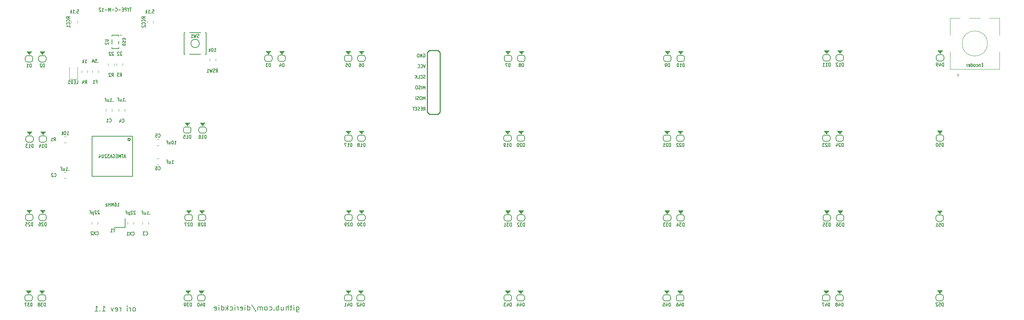
<source format=gbo>
G04 #@! TF.GenerationSoftware,KiCad,Pcbnew,(5.1.10-1-10_14)*
G04 #@! TF.CreationDate,2021-09-26T11:40:08-05:00*
G04 #@! TF.ProjectId,ori,6f72692e-6b69-4636-9164-5f7063625858,rev?*
G04 #@! TF.SameCoordinates,Original*
G04 #@! TF.FileFunction,Legend,Bot*
G04 #@! TF.FilePolarity,Positive*
%FSLAX46Y46*%
G04 Gerber Fmt 4.6, Leading zero omitted, Abs format (unit mm)*
G04 Created by KiCad (PCBNEW (5.1.10-1-10_14)) date 2021-09-26 11:40:08*
%MOMM*%
%LPD*%
G01*
G04 APERTURE LIST*
%ADD10C,0.150000*%
%ADD11C,0.200000*%
%ADD12C,0.100000*%
%ADD13C,0.120000*%
%ADD14C,0.254000*%
%ADD15C,0.203200*%
%ADD16C,2.540000*%
%ADD17C,1.701800*%
%ADD18C,3.987800*%
%ADD19R,2.000000X2.000000*%
%ADD20C,2.000000*%
%ADD21R,2.000000X3.200000*%
%ADD22R,2.100000X1.800000*%
%ADD23C,1.803400*%
%ADD24O,1.300000X2.400000*%
%ADD25O,1.300000X1.900000*%
%ADD26C,0.650000*%
%ADD27R,1.100000X1.800000*%
G04 APERTURE END LIST*
D10*
X322196136Y-58283727D02*
X321962803Y-58283727D01*
X321862803Y-58702774D02*
X322196136Y-58702774D01*
X322196136Y-57902774D01*
X321862803Y-57902774D01*
X321562803Y-58169441D02*
X321562803Y-58702774D01*
X321562803Y-58245631D02*
X321529470Y-58207536D01*
X321462803Y-58169441D01*
X321362803Y-58169441D01*
X321296136Y-58207536D01*
X321262803Y-58283727D01*
X321262803Y-58702774D01*
X320629470Y-58664679D02*
X320696136Y-58702774D01*
X320829470Y-58702774D01*
X320896136Y-58664679D01*
X320929470Y-58626584D01*
X320962803Y-58550393D01*
X320962803Y-58321822D01*
X320929470Y-58245631D01*
X320896136Y-58207536D01*
X320829470Y-58169441D01*
X320696136Y-58169441D01*
X320629470Y-58207536D01*
X320229470Y-58702774D02*
X320296136Y-58664679D01*
X320329470Y-58626584D01*
X320362803Y-58550393D01*
X320362803Y-58321822D01*
X320329470Y-58245631D01*
X320296136Y-58207536D01*
X320229470Y-58169441D01*
X320129470Y-58169441D01*
X320062803Y-58207536D01*
X320029470Y-58245631D01*
X319996136Y-58321822D01*
X319996136Y-58550393D01*
X320029470Y-58626584D01*
X320062803Y-58664679D01*
X320129470Y-58702774D01*
X320229470Y-58702774D01*
X319396136Y-58702774D02*
X319396136Y-57902774D01*
X319396136Y-58664679D02*
X319462803Y-58702774D01*
X319596136Y-58702774D01*
X319662803Y-58664679D01*
X319696136Y-58626584D01*
X319729470Y-58550393D01*
X319729470Y-58321822D01*
X319696136Y-58245631D01*
X319662803Y-58207536D01*
X319596136Y-58169441D01*
X319462803Y-58169441D01*
X319396136Y-58207536D01*
X318796136Y-58664679D02*
X318862803Y-58702774D01*
X318996136Y-58702774D01*
X319062803Y-58664679D01*
X319096136Y-58588489D01*
X319096136Y-58283727D01*
X319062803Y-58207536D01*
X318996136Y-58169441D01*
X318862803Y-58169441D01*
X318796136Y-58207536D01*
X318762803Y-58283727D01*
X318762803Y-58359917D01*
X319096136Y-58436108D01*
X318462803Y-58702774D02*
X318462803Y-58169441D01*
X318462803Y-58321822D02*
X318429470Y-58245631D01*
X318396136Y-58207536D01*
X318329470Y-58169441D01*
X318262803Y-58169441D01*
D11*
X158626927Y-116016456D02*
X158626927Y-117028361D01*
X158686451Y-117147409D01*
X158745975Y-117206933D01*
X158865022Y-117266456D01*
X159043594Y-117266456D01*
X159162641Y-117206933D01*
X158626927Y-116790266D02*
X158745975Y-116849790D01*
X158984070Y-116849790D01*
X159103118Y-116790266D01*
X159162641Y-116730742D01*
X159222165Y-116611694D01*
X159222165Y-116254552D01*
X159162641Y-116135504D01*
X159103118Y-116075980D01*
X158984070Y-116016456D01*
X158745975Y-116016456D01*
X158626927Y-116075980D01*
X158031689Y-116849790D02*
X158031689Y-116016456D01*
X158031689Y-115599790D02*
X158091213Y-115659314D01*
X158031689Y-115718837D01*
X157972165Y-115659314D01*
X158031689Y-115599790D01*
X158031689Y-115718837D01*
X157615022Y-116016456D02*
X157138832Y-116016456D01*
X157436451Y-115599790D02*
X157436451Y-116671218D01*
X157376927Y-116790266D01*
X157257880Y-116849790D01*
X157138832Y-116849790D01*
X156722165Y-116849790D02*
X156722165Y-115599790D01*
X156186451Y-116849790D02*
X156186451Y-116195028D01*
X156245975Y-116075980D01*
X156365022Y-116016456D01*
X156543594Y-116016456D01*
X156662641Y-116075980D01*
X156722165Y-116135504D01*
X155055499Y-116016456D02*
X155055499Y-116849790D01*
X155591213Y-116016456D02*
X155591213Y-116671218D01*
X155531689Y-116790266D01*
X155412641Y-116849790D01*
X155234070Y-116849790D01*
X155115022Y-116790266D01*
X155055499Y-116730742D01*
X154460260Y-116849790D02*
X154460260Y-115599790D01*
X154460260Y-116075980D02*
X154341213Y-116016456D01*
X154103118Y-116016456D01*
X153984070Y-116075980D01*
X153924546Y-116135504D01*
X153865022Y-116254552D01*
X153865022Y-116611694D01*
X153924546Y-116730742D01*
X153984070Y-116790266D01*
X154103118Y-116849790D01*
X154341213Y-116849790D01*
X154460260Y-116790266D01*
X153329308Y-116730742D02*
X153269784Y-116790266D01*
X153329308Y-116849790D01*
X153388832Y-116790266D01*
X153329308Y-116730742D01*
X153329308Y-116849790D01*
X152198356Y-116790266D02*
X152317403Y-116849790D01*
X152555499Y-116849790D01*
X152674546Y-116790266D01*
X152734070Y-116730742D01*
X152793594Y-116611694D01*
X152793594Y-116254552D01*
X152734070Y-116135504D01*
X152674546Y-116075980D01*
X152555499Y-116016456D01*
X152317403Y-116016456D01*
X152198356Y-116075980D01*
X151484070Y-116849790D02*
X151603118Y-116790266D01*
X151662641Y-116730742D01*
X151722165Y-116611694D01*
X151722165Y-116254552D01*
X151662641Y-116135504D01*
X151603118Y-116075980D01*
X151484070Y-116016456D01*
X151305499Y-116016456D01*
X151186451Y-116075980D01*
X151126927Y-116135504D01*
X151067403Y-116254552D01*
X151067403Y-116611694D01*
X151126927Y-116730742D01*
X151186451Y-116790266D01*
X151305499Y-116849790D01*
X151484070Y-116849790D01*
X150531689Y-116849790D02*
X150531689Y-116016456D01*
X150531689Y-116135504D02*
X150472165Y-116075980D01*
X150353118Y-116016456D01*
X150174546Y-116016456D01*
X150055499Y-116075980D01*
X149995975Y-116195028D01*
X149995975Y-116849790D01*
X149995975Y-116195028D02*
X149936451Y-116075980D01*
X149817403Y-116016456D01*
X149638832Y-116016456D01*
X149519784Y-116075980D01*
X149460260Y-116195028D01*
X149460260Y-116849790D01*
X147972165Y-115540266D02*
X149043594Y-117147409D01*
X147019784Y-116849790D02*
X147019784Y-115599790D01*
X147019784Y-116790266D02*
X147138832Y-116849790D01*
X147376927Y-116849790D01*
X147495975Y-116790266D01*
X147555499Y-116730742D01*
X147615022Y-116611694D01*
X147615022Y-116254552D01*
X147555499Y-116135504D01*
X147495975Y-116075980D01*
X147376927Y-116016456D01*
X147138832Y-116016456D01*
X147019784Y-116075980D01*
X146424546Y-116849790D02*
X146424546Y-116016456D01*
X146424546Y-115599790D02*
X146484070Y-115659314D01*
X146424546Y-115718837D01*
X146365022Y-115659314D01*
X146424546Y-115599790D01*
X146424546Y-115718837D01*
X145353118Y-116790266D02*
X145472165Y-116849790D01*
X145710260Y-116849790D01*
X145829308Y-116790266D01*
X145888832Y-116671218D01*
X145888832Y-116195028D01*
X145829308Y-116075980D01*
X145710260Y-116016456D01*
X145472165Y-116016456D01*
X145353118Y-116075980D01*
X145293594Y-116195028D01*
X145293594Y-116314075D01*
X145888832Y-116433123D01*
X144757880Y-116849790D02*
X144757880Y-116016456D01*
X144757880Y-116254552D02*
X144698356Y-116135504D01*
X144638832Y-116075980D01*
X144519784Y-116016456D01*
X144400737Y-116016456D01*
X143984070Y-116849790D02*
X143984070Y-116016456D01*
X143984070Y-115599790D02*
X144043594Y-115659314D01*
X143984070Y-115718837D01*
X143924546Y-115659314D01*
X143984070Y-115599790D01*
X143984070Y-115718837D01*
X142853118Y-116790266D02*
X142972165Y-116849790D01*
X143210260Y-116849790D01*
X143329308Y-116790266D01*
X143388832Y-116730742D01*
X143448356Y-116611694D01*
X143448356Y-116254552D01*
X143388832Y-116135504D01*
X143329308Y-116075980D01*
X143210260Y-116016456D01*
X142972165Y-116016456D01*
X142853118Y-116075980D01*
X142317403Y-116849790D02*
X142317403Y-115599790D01*
X142198356Y-116373599D02*
X141841213Y-116849790D01*
X141841213Y-116016456D02*
X142317403Y-116492647D01*
X140769784Y-116849790D02*
X140769784Y-115599790D01*
X140769784Y-116790266D02*
X140888832Y-116849790D01*
X141126927Y-116849790D01*
X141245975Y-116790266D01*
X141305499Y-116730742D01*
X141365022Y-116611694D01*
X141365022Y-116254552D01*
X141305499Y-116135504D01*
X141245975Y-116075980D01*
X141126927Y-116016456D01*
X140888832Y-116016456D01*
X140769784Y-116075980D01*
X140174546Y-116849790D02*
X140174546Y-116016456D01*
X140174546Y-115599790D02*
X140234070Y-115659314D01*
X140174546Y-115718837D01*
X140115022Y-115659314D01*
X140174546Y-115599790D01*
X140174546Y-115718837D01*
X139103118Y-116790266D02*
X139222165Y-116849790D01*
X139460260Y-116849790D01*
X139579308Y-116790266D01*
X139638832Y-116671218D01*
X139638832Y-116195028D01*
X139579308Y-116075980D01*
X139460260Y-116016456D01*
X139222165Y-116016456D01*
X139103118Y-116075980D01*
X139043594Y-116195028D01*
X139043594Y-116314075D01*
X139638832Y-116433123D01*
X120095975Y-117065476D02*
X120215022Y-117005952D01*
X120274546Y-116946428D01*
X120334070Y-116827380D01*
X120334070Y-116470238D01*
X120274546Y-116351190D01*
X120215022Y-116291666D01*
X120095975Y-116232142D01*
X119917403Y-116232142D01*
X119798356Y-116291666D01*
X119738832Y-116351190D01*
X119679308Y-116470238D01*
X119679308Y-116827380D01*
X119738832Y-116946428D01*
X119798356Y-117005952D01*
X119917403Y-117065476D01*
X120095975Y-117065476D01*
X119143594Y-117065476D02*
X119143594Y-116232142D01*
X119143594Y-116470238D02*
X119084070Y-116351190D01*
X119024546Y-116291666D01*
X118905499Y-116232142D01*
X118786451Y-116232142D01*
X118369784Y-117065476D02*
X118369784Y-116232142D01*
X118369784Y-115815476D02*
X118429308Y-115875000D01*
X118369784Y-115934523D01*
X118310260Y-115875000D01*
X118369784Y-115815476D01*
X118369784Y-115934523D01*
X116822165Y-117065476D02*
X116822165Y-116232142D01*
X116822165Y-116470238D02*
X116762641Y-116351190D01*
X116703118Y-116291666D01*
X116584070Y-116232142D01*
X116465022Y-116232142D01*
X115572165Y-117005952D02*
X115691213Y-117065476D01*
X115929308Y-117065476D01*
X116048356Y-117005952D01*
X116107880Y-116886904D01*
X116107880Y-116410714D01*
X116048356Y-116291666D01*
X115929308Y-116232142D01*
X115691213Y-116232142D01*
X115572165Y-116291666D01*
X115512641Y-116410714D01*
X115512641Y-116529761D01*
X116107880Y-116648809D01*
X115095975Y-116232142D02*
X114798356Y-117065476D01*
X114500737Y-116232142D01*
X112417403Y-117065476D02*
X113131689Y-117065476D01*
X112774546Y-117065476D02*
X112774546Y-115815476D01*
X112893594Y-115994047D01*
X113012641Y-116113095D01*
X113131689Y-116172619D01*
X111881689Y-116946428D02*
X111822165Y-117005952D01*
X111881689Y-117065476D01*
X111941213Y-117005952D01*
X111881689Y-116946428D01*
X111881689Y-117065476D01*
X110631689Y-117065476D02*
X111345975Y-117065476D01*
X110988832Y-117065476D02*
X110988832Y-115815476D01*
X111107880Y-115994047D01*
X111226927Y-116113095D01*
X111345975Y-116172619D01*
D10*
X116033333Y-92011904D02*
X116433333Y-92011904D01*
X116233333Y-92011904D02*
X116233333Y-91211904D01*
X116300000Y-91326190D01*
X116366666Y-91402380D01*
X116433333Y-91440476D01*
X115433333Y-91211904D02*
X115566666Y-91211904D01*
X115633333Y-91250000D01*
X115666666Y-91288095D01*
X115733333Y-91402380D01*
X115766666Y-91554761D01*
X115766666Y-91859523D01*
X115733333Y-91935714D01*
X115700000Y-91973809D01*
X115633333Y-92011904D01*
X115500000Y-92011904D01*
X115433333Y-91973809D01*
X115400000Y-91935714D01*
X115366666Y-91859523D01*
X115366666Y-91669047D01*
X115400000Y-91592857D01*
X115433333Y-91554761D01*
X115500000Y-91516666D01*
X115633333Y-91516666D01*
X115700000Y-91554761D01*
X115733333Y-91592857D01*
X115766666Y-91669047D01*
X115066666Y-92011904D02*
X115066666Y-91211904D01*
X114833333Y-91783333D01*
X114600000Y-91211904D01*
X114600000Y-92011904D01*
X114266666Y-92011904D02*
X114266666Y-91211904D01*
X114266666Y-91592857D02*
X113866666Y-91592857D01*
X113866666Y-92011904D02*
X113866666Y-91211904D01*
X113600000Y-91478571D02*
X113233333Y-91478571D01*
X113600000Y-92011904D01*
X113233333Y-92011904D01*
X116340625Y-54406250D02*
X116340625Y-51206250D01*
X114740625Y-54406250D02*
X114740625Y-51206250D01*
X114740625Y-51206250D02*
X116340625Y-51206250D01*
X116740625Y-51206250D02*
X117040625Y-51206250D01*
X114740625Y-54406250D02*
X116340625Y-54406250D01*
D11*
X312390625Y-55856250D02*
X311590625Y-55856250D01*
X312890625Y-56856212D02*
X312890625Y-56356250D01*
X312390625Y-57356250D02*
X311590625Y-57356250D01*
X311090625Y-56356288D02*
X311090625Y-56856250D01*
D12*
G36*
X311990625Y-55642050D02*
G01*
X312590625Y-54842050D01*
X311390625Y-54842050D01*
X311990625Y-55642050D01*
G37*
X311990625Y-55642050D02*
X312590625Y-54842050D01*
X311390625Y-54842050D01*
X311990625Y-55642050D01*
D11*
X311590625Y-55856250D02*
G75*
G03*
X311090625Y-56356250I0J-500000D01*
G01*
X311090625Y-56856250D02*
G75*
G03*
X311590625Y-57356250I500000J0D01*
G01*
X312390625Y-57356250D02*
G75*
G03*
X312890625Y-56856250I0J500000D01*
G01*
X312890625Y-56356250D02*
G75*
G03*
X312390625Y-55856250I-500000J0D01*
G01*
X312290625Y-94106250D02*
X311490625Y-94106250D01*
X312790625Y-95106212D02*
X312790625Y-94606250D01*
X312290625Y-95606250D02*
X311490625Y-95606250D01*
X310990625Y-94606288D02*
X310990625Y-95106250D01*
D12*
G36*
X311890625Y-93892050D02*
G01*
X312490625Y-93092050D01*
X311290625Y-93092050D01*
X311890625Y-93892050D01*
G37*
X311890625Y-93892050D02*
X312490625Y-93092050D01*
X311290625Y-93092050D01*
X311890625Y-93892050D01*
D11*
X311490625Y-94106250D02*
G75*
G03*
X310990625Y-94606250I0J-500000D01*
G01*
X310990625Y-95106250D02*
G75*
G03*
X311490625Y-95606250I500000J0D01*
G01*
X312290625Y-95606250D02*
G75*
G03*
X312790625Y-95106250I0J500000D01*
G01*
X312790625Y-94606250D02*
G75*
G03*
X312290625Y-94106250I-500000J0D01*
G01*
X98587999Y-93949377D02*
X97787999Y-93949377D01*
X99087999Y-94949339D02*
X99087999Y-94449377D01*
X98587999Y-95449377D02*
X97787999Y-95449377D01*
X97287999Y-94449415D02*
X97287999Y-94949377D01*
D12*
G36*
X98187999Y-93735177D02*
G01*
X98787999Y-92935177D01*
X97587999Y-92935177D01*
X98187999Y-93735177D01*
G37*
X98187999Y-93735177D02*
X98787999Y-92935177D01*
X97587999Y-92935177D01*
X98187999Y-93735177D01*
D11*
X97787999Y-93949377D02*
G75*
G03*
X97287999Y-94449377I0J-500000D01*
G01*
X97287999Y-94949377D02*
G75*
G03*
X97787999Y-95449377I500000J0D01*
G01*
X98587999Y-95449377D02*
G75*
G03*
X99087999Y-94949377I0J500000D01*
G01*
X99087999Y-94449377D02*
G75*
G03*
X98587999Y-93949377I-500000J0D01*
G01*
D13*
X106510000Y-58850000D02*
X106510000Y-61710000D01*
X106510000Y-61710000D02*
X104590000Y-61710000D01*
X104590000Y-61710000D02*
X104590000Y-58850000D01*
X125388748Y-77510000D02*
X125911252Y-77510000D01*
X125388748Y-76090000D02*
X125911252Y-76090000D01*
X103786252Y-83940000D02*
X103263748Y-83940000D01*
X103786252Y-85360000D02*
X103263748Y-85360000D01*
D11*
X247431999Y-55994377D02*
X246631999Y-55994377D01*
X247931999Y-56994339D02*
X247931999Y-56494377D01*
X247431999Y-57494377D02*
X246631999Y-57494377D01*
X246131999Y-56494415D02*
X246131999Y-56994377D01*
D12*
G36*
X247031999Y-55780177D02*
G01*
X247631999Y-54980177D01*
X246431999Y-54980177D01*
X247031999Y-55780177D01*
G37*
X247031999Y-55780177D02*
X247631999Y-54980177D01*
X246431999Y-54980177D01*
X247031999Y-55780177D01*
D11*
X246631999Y-55994377D02*
G75*
G03*
X246131999Y-56494377I0J-500000D01*
G01*
X246131999Y-56994377D02*
G75*
G03*
X246631999Y-57494377I500000J0D01*
G01*
X247431999Y-57494377D02*
G75*
G03*
X247931999Y-56994377I0J500000D01*
G01*
X247931999Y-56494377D02*
G75*
G03*
X247431999Y-55994377I-500000J0D01*
G01*
D13*
X323252725Y-53193950D02*
G75*
G03*
X323252725Y-53193950I-3000000J0D01*
G01*
X314352725Y-59293950D02*
X326152725Y-59293950D01*
X314352725Y-51193950D02*
X314352725Y-47093950D01*
X314352725Y-47093950D02*
X316752725Y-47093950D01*
X318952725Y-47093950D02*
X321552725Y-47093950D01*
X323752725Y-47093950D02*
X326152725Y-47093950D01*
X326152725Y-47093950D02*
X326152725Y-51193950D01*
X314352725Y-55193950D02*
X314352725Y-59293950D01*
X326152725Y-55193950D02*
X326152725Y-59293950D01*
X316152725Y-60393950D02*
X316452725Y-60693950D01*
X316452725Y-60693950D02*
X316152725Y-60993950D01*
X316152725Y-60993950D02*
X316152725Y-60393950D01*
X107487000Y-59626748D02*
X107487000Y-60149252D01*
X108907000Y-59626748D02*
X108907000Y-60149252D01*
X139419000Y-57409252D02*
X139419000Y-56886748D01*
X137999000Y-57409252D02*
X137999000Y-56886748D01*
X123090000Y-47788748D02*
X123090000Y-48311252D01*
X124510000Y-47788748D02*
X124510000Y-48311252D01*
X106510000Y-47788748D02*
X106510000Y-48311252D01*
X105090000Y-47788748D02*
X105090000Y-48311252D01*
X117250625Y-58467502D02*
X117250625Y-57944998D01*
X115830625Y-58467502D02*
X115830625Y-57944998D01*
X115250625Y-58485252D02*
X115250625Y-57962748D01*
X113830625Y-58485252D02*
X113830625Y-57962748D01*
X103266247Y-76810000D02*
X103788751Y-76810000D01*
X103266247Y-75390000D02*
X103788751Y-75390000D01*
X122040000Y-95788748D02*
X122040000Y-96311252D01*
X123460000Y-95788748D02*
X123460000Y-96311252D01*
X117760000Y-69361252D02*
X117760000Y-68838748D01*
X116340000Y-69361252D02*
X116340000Y-68838748D01*
X114710000Y-69361252D02*
X114710000Y-68838748D01*
X113290000Y-69361252D02*
X113290000Y-68838748D01*
X119860000Y-96361252D02*
X119860000Y-95838748D01*
X118440000Y-96361252D02*
X118440000Y-95838748D01*
X109890000Y-95788748D02*
X109890000Y-96311252D01*
X111310000Y-95788748D02*
X111310000Y-96311252D01*
X125388748Y-82110000D02*
X125911252Y-82110000D01*
X125388748Y-80690000D02*
X125911252Y-80690000D01*
X111460000Y-60161252D02*
X111460000Y-59638748D01*
X110040000Y-60161252D02*
X110040000Y-59638748D01*
D11*
X117821000Y-94954000D02*
X117821000Y-97113000D01*
X117821000Y-97113000D02*
X115281000Y-97113000D01*
D14*
X192867200Y-69562000D02*
X192867200Y-55338000D01*
X192359200Y-70070000D02*
X192867200Y-69562000D01*
X190327200Y-70070000D02*
X192359200Y-70070000D01*
X189819200Y-69562000D02*
X190327200Y-70070000D01*
X189819200Y-55338000D02*
X189819200Y-69562000D01*
X190327200Y-54830000D02*
X189819200Y-55338000D01*
X192359200Y-54830000D02*
X190327200Y-54830000D01*
X192867200Y-55338000D02*
X192359200Y-54830000D01*
D15*
X119600000Y-75300000D02*
X110000000Y-75300000D01*
X110000000Y-75300000D02*
X110000000Y-84900000D01*
X110000000Y-84900000D02*
X119600000Y-84900000D01*
X119600000Y-84900000D02*
X119600000Y-75300000D01*
D14*
X119082700Y-76100000D02*
G75*
G03*
X119082700Y-76100000I-282700J0D01*
G01*
D11*
X95362999Y-56091377D02*
X94562999Y-56091377D01*
X95862999Y-57091339D02*
X95862999Y-56591377D01*
X95362999Y-57591377D02*
X94562999Y-57591377D01*
X94062999Y-56591415D02*
X94062999Y-57091377D01*
D12*
G36*
X94962999Y-55877177D02*
G01*
X95562999Y-55077177D01*
X94362999Y-55077177D01*
X94962999Y-55877177D01*
G37*
X94962999Y-55877177D02*
X95562999Y-55077177D01*
X94362999Y-55077177D01*
X94962999Y-55877177D01*
D11*
X94562999Y-56091377D02*
G75*
G03*
X94062999Y-56591377I0J-500000D01*
G01*
X94062999Y-57091377D02*
G75*
G03*
X94562999Y-57591377I500000J0D01*
G01*
X95362999Y-57591377D02*
G75*
G03*
X95862999Y-57091377I0J500000D01*
G01*
X95862999Y-56591377D02*
G75*
G03*
X95362999Y-56091377I-500000J0D01*
G01*
X98537999Y-56091377D02*
X97737999Y-56091377D01*
X99037999Y-57091339D02*
X99037999Y-56591377D01*
X98537999Y-57591377D02*
X97737999Y-57591377D01*
X97237999Y-56591415D02*
X97237999Y-57091377D01*
D12*
G36*
X98137999Y-55877177D02*
G01*
X98737999Y-55077177D01*
X97537999Y-55077177D01*
X98137999Y-55877177D01*
G37*
X98137999Y-55877177D02*
X98737999Y-55077177D01*
X97537999Y-55077177D01*
X98137999Y-55877177D01*
D11*
X97737999Y-56091377D02*
G75*
G03*
X97237999Y-56591377I0J-500000D01*
G01*
X97237999Y-57091377D02*
G75*
G03*
X97737999Y-57591377I500000J0D01*
G01*
X98537999Y-57591377D02*
G75*
G03*
X99037999Y-57091377I0J500000D01*
G01*
X99037999Y-56591377D02*
G75*
G03*
X98537999Y-56091377I-500000J0D01*
G01*
X152385999Y-55981002D02*
X151585999Y-55981002D01*
X152885999Y-56980964D02*
X152885999Y-56481002D01*
X152385999Y-57481002D02*
X151585999Y-57481002D01*
X151085999Y-56481040D02*
X151085999Y-56981002D01*
D12*
G36*
X151985999Y-55766802D02*
G01*
X152585999Y-54966802D01*
X151385999Y-54966802D01*
X151985999Y-55766802D01*
G37*
X151985999Y-55766802D02*
X152585999Y-54966802D01*
X151385999Y-54966802D01*
X151985999Y-55766802D01*
D11*
X151585999Y-55981002D02*
G75*
G03*
X151085999Y-56481002I0J-500000D01*
G01*
X151085999Y-56981002D02*
G75*
G03*
X151585999Y-57481002I500000J0D01*
G01*
X152385999Y-57481002D02*
G75*
G03*
X152885999Y-56981002I0J500000D01*
G01*
X152885999Y-56481002D02*
G75*
G03*
X152385999Y-55981002I-500000J0D01*
G01*
X155560999Y-55981002D02*
X154760999Y-55981002D01*
X156060999Y-56980964D02*
X156060999Y-56481002D01*
X155560999Y-57481002D02*
X154760999Y-57481002D01*
X154260999Y-56481040D02*
X154260999Y-56981002D01*
D12*
G36*
X155160999Y-55766802D02*
G01*
X155760999Y-54966802D01*
X154560999Y-54966802D01*
X155160999Y-55766802D01*
G37*
X155160999Y-55766802D02*
X155760999Y-54966802D01*
X154560999Y-54966802D01*
X155160999Y-55766802D01*
D11*
X154760999Y-55981002D02*
G75*
G03*
X154260999Y-56481002I0J-500000D01*
G01*
X154260999Y-56981002D02*
G75*
G03*
X154760999Y-57481002I500000J0D01*
G01*
X155560999Y-57481002D02*
G75*
G03*
X156060999Y-56981002I0J500000D01*
G01*
X156060999Y-56481002D02*
G75*
G03*
X155560999Y-55981002I-500000J0D01*
G01*
X171385999Y-55983377D02*
X170585999Y-55983377D01*
X171885999Y-56983339D02*
X171885999Y-56483377D01*
X171385999Y-57483377D02*
X170585999Y-57483377D01*
X170085999Y-56483415D02*
X170085999Y-56983377D01*
D12*
G36*
X170985999Y-55769177D02*
G01*
X171585999Y-54969177D01*
X170385999Y-54969177D01*
X170985999Y-55769177D01*
G37*
X170985999Y-55769177D02*
X171585999Y-54969177D01*
X170385999Y-54969177D01*
X170985999Y-55769177D01*
D11*
X170585999Y-55983377D02*
G75*
G03*
X170085999Y-56483377I0J-500000D01*
G01*
X170085999Y-56983377D02*
G75*
G03*
X170585999Y-57483377I500000J0D01*
G01*
X171385999Y-57483377D02*
G75*
G03*
X171885999Y-56983377I0J500000D01*
G01*
X171885999Y-56483377D02*
G75*
G03*
X171385999Y-55983377I-500000J0D01*
G01*
X174560999Y-55983377D02*
X173760999Y-55983377D01*
X175060999Y-56983339D02*
X175060999Y-56483377D01*
X174560999Y-57483377D02*
X173760999Y-57483377D01*
X173260999Y-56483415D02*
X173260999Y-56983377D01*
D12*
G36*
X174160999Y-55769177D02*
G01*
X174760999Y-54969177D01*
X173560999Y-54969177D01*
X174160999Y-55769177D01*
G37*
X174160999Y-55769177D02*
X174760999Y-54969177D01*
X173560999Y-54969177D01*
X174160999Y-55769177D01*
D11*
X173760999Y-55983377D02*
G75*
G03*
X173260999Y-56483377I0J-500000D01*
G01*
X173260999Y-56983377D02*
G75*
G03*
X173760999Y-57483377I500000J0D01*
G01*
X174560999Y-57483377D02*
G75*
G03*
X175060999Y-56983377I0J500000D01*
G01*
X175060999Y-56483377D02*
G75*
G03*
X174560999Y-55983377I-500000J0D01*
G01*
X209458999Y-55994377D02*
X208658999Y-55994377D01*
X209958999Y-56994339D02*
X209958999Y-56494377D01*
X209458999Y-57494377D02*
X208658999Y-57494377D01*
X208158999Y-56494415D02*
X208158999Y-56994377D01*
D12*
G36*
X209058999Y-55780177D02*
G01*
X209658999Y-54980177D01*
X208458999Y-54980177D01*
X209058999Y-55780177D01*
G37*
X209058999Y-55780177D02*
X209658999Y-54980177D01*
X208458999Y-54980177D01*
X209058999Y-55780177D01*
D11*
X208658999Y-55994377D02*
G75*
G03*
X208158999Y-56494377I0J-500000D01*
G01*
X208158999Y-56994377D02*
G75*
G03*
X208658999Y-57494377I500000J0D01*
G01*
X209458999Y-57494377D02*
G75*
G03*
X209958999Y-56994377I0J500000D01*
G01*
X209958999Y-56494377D02*
G75*
G03*
X209458999Y-55994377I-500000J0D01*
G01*
X212633999Y-55994377D02*
X211833999Y-55994377D01*
X213133999Y-56994339D02*
X213133999Y-56494377D01*
X212633999Y-57494377D02*
X211833999Y-57494377D01*
X211333999Y-56494415D02*
X211333999Y-56994377D01*
D12*
G36*
X212233999Y-55780177D02*
G01*
X212833999Y-54980177D01*
X211633999Y-54980177D01*
X212233999Y-55780177D01*
G37*
X212233999Y-55780177D02*
X212833999Y-54980177D01*
X211633999Y-54980177D01*
X212233999Y-55780177D01*
D11*
X211833999Y-55994377D02*
G75*
G03*
X211333999Y-56494377I0J-500000D01*
G01*
X211333999Y-56994377D02*
G75*
G03*
X211833999Y-57494377I500000J0D01*
G01*
X212633999Y-57494377D02*
G75*
G03*
X213133999Y-56994377I0J500000D01*
G01*
X213133999Y-56494377D02*
G75*
G03*
X212633999Y-55994377I-500000J0D01*
G01*
X250606999Y-55994377D02*
X249806999Y-55994377D01*
X251106999Y-56994339D02*
X251106999Y-56494377D01*
X250606999Y-57494377D02*
X249806999Y-57494377D01*
X249306999Y-56494415D02*
X249306999Y-56994377D01*
D12*
G36*
X250206999Y-55780177D02*
G01*
X250806999Y-54980177D01*
X249606999Y-54980177D01*
X250206999Y-55780177D01*
G37*
X250206999Y-55780177D02*
X250806999Y-54980177D01*
X249606999Y-54980177D01*
X250206999Y-55780177D01*
D11*
X249806999Y-55994377D02*
G75*
G03*
X249306999Y-56494377I0J-500000D01*
G01*
X249306999Y-56994377D02*
G75*
G03*
X249806999Y-57494377I500000J0D01*
G01*
X250606999Y-57494377D02*
G75*
G03*
X251106999Y-56994377I0J500000D01*
G01*
X251106999Y-56494377D02*
G75*
G03*
X250606999Y-55994377I-500000J0D01*
G01*
X285350000Y-55850000D02*
X284550000Y-55850000D01*
X285850000Y-56849962D02*
X285850000Y-56350000D01*
X285350000Y-57350000D02*
X284550000Y-57350000D01*
X284050000Y-56350038D02*
X284050000Y-56850000D01*
D12*
G36*
X284950000Y-55635800D02*
G01*
X285550000Y-54835800D01*
X284350000Y-54835800D01*
X284950000Y-55635800D01*
G37*
X284950000Y-55635800D02*
X285550000Y-54835800D01*
X284350000Y-54835800D01*
X284950000Y-55635800D01*
D11*
X284550000Y-55850000D02*
G75*
G03*
X284050000Y-56350000I0J-500000D01*
G01*
X284050000Y-56850000D02*
G75*
G03*
X284550000Y-57350000I500000J0D01*
G01*
X285350000Y-57350000D02*
G75*
G03*
X285850000Y-56850000I0J500000D01*
G01*
X285850000Y-56350000D02*
G75*
G03*
X285350000Y-55850000I-500000J0D01*
G01*
X95489999Y-75241377D02*
X94689999Y-75241377D01*
X95989999Y-76241339D02*
X95989999Y-75741377D01*
X95489999Y-76741377D02*
X94689999Y-76741377D01*
X94189999Y-75741415D02*
X94189999Y-76241377D01*
D12*
G36*
X95089999Y-75027177D02*
G01*
X95689999Y-74227177D01*
X94489999Y-74227177D01*
X95089999Y-75027177D01*
G37*
X95089999Y-75027177D02*
X95689999Y-74227177D01*
X94489999Y-74227177D01*
X95089999Y-75027177D01*
D11*
X94689999Y-75241377D02*
G75*
G03*
X94189999Y-75741377I0J-500000D01*
G01*
X94189999Y-76241377D02*
G75*
G03*
X94689999Y-76741377I500000J0D01*
G01*
X95489999Y-76741377D02*
G75*
G03*
X95989999Y-76241377I0J500000D01*
G01*
X95989999Y-75741377D02*
G75*
G03*
X95489999Y-75241377I-500000J0D01*
G01*
X98664999Y-75241377D02*
X97864999Y-75241377D01*
X99164999Y-76241339D02*
X99164999Y-75741377D01*
X98664999Y-76741377D02*
X97864999Y-76741377D01*
X97364999Y-75741415D02*
X97364999Y-76241377D01*
D12*
G36*
X98264999Y-75027177D02*
G01*
X98864999Y-74227177D01*
X97664999Y-74227177D01*
X98264999Y-75027177D01*
G37*
X98264999Y-75027177D02*
X98864999Y-74227177D01*
X97664999Y-74227177D01*
X98264999Y-75027177D01*
D11*
X97864999Y-75241377D02*
G75*
G03*
X97364999Y-75741377I0J-500000D01*
G01*
X97364999Y-76241377D02*
G75*
G03*
X97864999Y-76741377I500000J0D01*
G01*
X98664999Y-76741377D02*
G75*
G03*
X99164999Y-76241377I0J500000D01*
G01*
X99164999Y-75741377D02*
G75*
G03*
X98664999Y-75241377I-500000J0D01*
G01*
X133050000Y-73092377D02*
X132250000Y-73092377D01*
X133550000Y-74092339D02*
X133550000Y-73592377D01*
X133050000Y-74592377D02*
X132250000Y-74592377D01*
X131750000Y-73592415D02*
X131750000Y-74092377D01*
D12*
G36*
X132650000Y-72878177D02*
G01*
X133250000Y-72078177D01*
X132050000Y-72078177D01*
X132650000Y-72878177D01*
G37*
X132650000Y-72878177D02*
X133250000Y-72078177D01*
X132050000Y-72078177D01*
X132650000Y-72878177D01*
D11*
X132250000Y-73092377D02*
G75*
G03*
X131750000Y-73592377I0J-500000D01*
G01*
X131750000Y-74092377D02*
G75*
G03*
X132250000Y-74592377I500000J0D01*
G01*
X133050000Y-74592377D02*
G75*
G03*
X133550000Y-74092377I0J500000D01*
G01*
X133550000Y-73592377D02*
G75*
G03*
X133050000Y-73092377I-500000J0D01*
G01*
X136714999Y-73092377D02*
X135914999Y-73092377D01*
X137214999Y-74092339D02*
X137214999Y-73592377D01*
X136714999Y-74592377D02*
X135914999Y-74592377D01*
X135414999Y-73592415D02*
X135414999Y-74092377D01*
D12*
G36*
X136314999Y-72878177D02*
G01*
X136914999Y-72078177D01*
X135714999Y-72078177D01*
X136314999Y-72878177D01*
G37*
X136314999Y-72878177D02*
X136914999Y-72078177D01*
X135714999Y-72078177D01*
X136314999Y-72878177D01*
D11*
X135914999Y-73092377D02*
G75*
G03*
X135414999Y-73592377I0J-500000D01*
G01*
X135414999Y-74092377D02*
G75*
G03*
X135914999Y-74592377I500000J0D01*
G01*
X136714999Y-74592377D02*
G75*
G03*
X137214999Y-74092377I0J500000D01*
G01*
X137214999Y-73592377D02*
G75*
G03*
X136714999Y-73092377I-500000J0D01*
G01*
X171450000Y-75042377D02*
X170650000Y-75042377D01*
X171950000Y-76042339D02*
X171950000Y-75542377D01*
X171450000Y-76542377D02*
X170650000Y-76542377D01*
X170150000Y-75542415D02*
X170150000Y-76042377D01*
D12*
G36*
X171050000Y-74828177D02*
G01*
X171650000Y-74028177D01*
X170450000Y-74028177D01*
X171050000Y-74828177D01*
G37*
X171050000Y-74828177D02*
X171650000Y-74028177D01*
X170450000Y-74028177D01*
X171050000Y-74828177D01*
D11*
X170650000Y-75042377D02*
G75*
G03*
X170150000Y-75542377I0J-500000D01*
G01*
X170150000Y-76042377D02*
G75*
G03*
X170650000Y-76542377I500000J0D01*
G01*
X171450000Y-76542377D02*
G75*
G03*
X171950000Y-76042377I0J500000D01*
G01*
X171950000Y-75542377D02*
G75*
G03*
X171450000Y-75042377I-500000J0D01*
G01*
X174550000Y-75042377D02*
X173750000Y-75042377D01*
X175050000Y-76042339D02*
X175050000Y-75542377D01*
X174550000Y-76542377D02*
X173750000Y-76542377D01*
X173250000Y-75542415D02*
X173250000Y-76042377D01*
D12*
G36*
X174150000Y-74828177D02*
G01*
X174750000Y-74028177D01*
X173550000Y-74028177D01*
X174150000Y-74828177D01*
G37*
X174150000Y-74828177D02*
X174750000Y-74028177D01*
X173550000Y-74028177D01*
X174150000Y-74828177D01*
D11*
X173750000Y-75042377D02*
G75*
G03*
X173250000Y-75542377I0J-500000D01*
G01*
X173250000Y-76042377D02*
G75*
G03*
X173750000Y-76542377I500000J0D01*
G01*
X174550000Y-76542377D02*
G75*
G03*
X175050000Y-76042377I0J500000D01*
G01*
X175050000Y-75542377D02*
G75*
G03*
X174550000Y-75042377I-500000J0D01*
G01*
X209358999Y-75042377D02*
X208558999Y-75042377D01*
X209858999Y-76042339D02*
X209858999Y-75542377D01*
X209358999Y-76542377D02*
X208558999Y-76542377D01*
X208058999Y-75542415D02*
X208058999Y-76042377D01*
D12*
G36*
X208958999Y-74828177D02*
G01*
X209558999Y-74028177D01*
X208358999Y-74028177D01*
X208958999Y-74828177D01*
G37*
X208958999Y-74828177D02*
X209558999Y-74028177D01*
X208358999Y-74028177D01*
X208958999Y-74828177D01*
D11*
X208558999Y-75042377D02*
G75*
G03*
X208058999Y-75542377I0J-500000D01*
G01*
X208058999Y-76042377D02*
G75*
G03*
X208558999Y-76542377I500000J0D01*
G01*
X209358999Y-76542377D02*
G75*
G03*
X209858999Y-76042377I0J500000D01*
G01*
X209858999Y-75542377D02*
G75*
G03*
X209358999Y-75042377I-500000J0D01*
G01*
X212533999Y-75042377D02*
X211733999Y-75042377D01*
X213033999Y-76042339D02*
X213033999Y-75542377D01*
X212533999Y-76542377D02*
X211733999Y-76542377D01*
X211233999Y-75542415D02*
X211233999Y-76042377D01*
D12*
G36*
X212133999Y-74828177D02*
G01*
X212733999Y-74028177D01*
X211533999Y-74028177D01*
X212133999Y-74828177D01*
G37*
X212133999Y-74828177D02*
X212733999Y-74028177D01*
X211533999Y-74028177D01*
X212133999Y-74828177D01*
D11*
X211733999Y-75042377D02*
G75*
G03*
X211233999Y-75542377I0J-500000D01*
G01*
X211233999Y-76042377D02*
G75*
G03*
X211733999Y-76542377I500000J0D01*
G01*
X212533999Y-76542377D02*
G75*
G03*
X213033999Y-76042377I0J500000D01*
G01*
X213033999Y-75542377D02*
G75*
G03*
X212533999Y-75042377I-500000J0D01*
G01*
X247331999Y-75042377D02*
X246531999Y-75042377D01*
X247831999Y-76042339D02*
X247831999Y-75542377D01*
X247331999Y-76542377D02*
X246531999Y-76542377D01*
X246031999Y-75542415D02*
X246031999Y-76042377D01*
D12*
G36*
X246931999Y-74828177D02*
G01*
X247531999Y-74028177D01*
X246331999Y-74028177D01*
X246931999Y-74828177D01*
G37*
X246931999Y-74828177D02*
X247531999Y-74028177D01*
X246331999Y-74028177D01*
X246931999Y-74828177D01*
D11*
X246531999Y-75042377D02*
G75*
G03*
X246031999Y-75542377I0J-500000D01*
G01*
X246031999Y-76042377D02*
G75*
G03*
X246531999Y-76542377I500000J0D01*
G01*
X247331999Y-76542377D02*
G75*
G03*
X247831999Y-76042377I0J500000D01*
G01*
X247831999Y-75542377D02*
G75*
G03*
X247331999Y-75042377I-500000J0D01*
G01*
X250506999Y-75042377D02*
X249706999Y-75042377D01*
X251006999Y-76042339D02*
X251006999Y-75542377D01*
X250506999Y-76542377D02*
X249706999Y-76542377D01*
X249206999Y-75542415D02*
X249206999Y-76042377D01*
D12*
G36*
X250106999Y-74828177D02*
G01*
X250706999Y-74028177D01*
X249506999Y-74028177D01*
X250106999Y-74828177D01*
G37*
X250106999Y-74828177D02*
X250706999Y-74028177D01*
X249506999Y-74028177D01*
X250106999Y-74828177D01*
D11*
X249706999Y-75042377D02*
G75*
G03*
X249206999Y-75542377I0J-500000D01*
G01*
X249206999Y-76042377D02*
G75*
G03*
X249706999Y-76542377I500000J0D01*
G01*
X250506999Y-76542377D02*
G75*
G03*
X251006999Y-76042377I0J500000D01*
G01*
X251006999Y-75542377D02*
G75*
G03*
X250506999Y-75042377I-500000J0D01*
G01*
X285304999Y-75042377D02*
X284504999Y-75042377D01*
X285804999Y-76042339D02*
X285804999Y-75542377D01*
X285304999Y-76542377D02*
X284504999Y-76542377D01*
X284004999Y-75542415D02*
X284004999Y-76042377D01*
D12*
G36*
X284904999Y-74828177D02*
G01*
X285504999Y-74028177D01*
X284304999Y-74028177D01*
X284904999Y-74828177D01*
G37*
X284904999Y-74828177D02*
X285504999Y-74028177D01*
X284304999Y-74028177D01*
X284904999Y-74828177D01*
D11*
X284504999Y-75042377D02*
G75*
G03*
X284004999Y-75542377I0J-500000D01*
G01*
X284004999Y-76042377D02*
G75*
G03*
X284504999Y-76542377I500000J0D01*
G01*
X285304999Y-76542377D02*
G75*
G03*
X285804999Y-76042377I0J500000D01*
G01*
X285804999Y-75542377D02*
G75*
G03*
X285304999Y-75042377I-500000J0D01*
G01*
X288479999Y-75042377D02*
X287679999Y-75042377D01*
X288979999Y-76042339D02*
X288979999Y-75542377D01*
X288479999Y-76542377D02*
X287679999Y-76542377D01*
X287179999Y-75542415D02*
X287179999Y-76042377D01*
D12*
G36*
X288079999Y-74828177D02*
G01*
X288679999Y-74028177D01*
X287479999Y-74028177D01*
X288079999Y-74828177D01*
G37*
X288079999Y-74828177D02*
X288679999Y-74028177D01*
X287479999Y-74028177D01*
X288079999Y-74828177D01*
D11*
X287679999Y-75042377D02*
G75*
G03*
X287179999Y-75542377I0J-500000D01*
G01*
X287179999Y-76042377D02*
G75*
G03*
X287679999Y-76542377I500000J0D01*
G01*
X288479999Y-76542377D02*
G75*
G03*
X288979999Y-76042377I0J500000D01*
G01*
X288979999Y-75542377D02*
G75*
G03*
X288479999Y-75042377I-500000J0D01*
G01*
X95412999Y-93949377D02*
X94612999Y-93949377D01*
X95912999Y-94949339D02*
X95912999Y-94449377D01*
X95412999Y-95449377D02*
X94612999Y-95449377D01*
X94112999Y-94449415D02*
X94112999Y-94949377D01*
D12*
G36*
X95012999Y-93735177D02*
G01*
X95612999Y-92935177D01*
X94412999Y-92935177D01*
X95012999Y-93735177D01*
G37*
X95012999Y-93735177D02*
X95612999Y-92935177D01*
X94412999Y-92935177D01*
X95012999Y-93735177D01*
D11*
X94612999Y-93949377D02*
G75*
G03*
X94112999Y-94449377I0J-500000D01*
G01*
X94112999Y-94949377D02*
G75*
G03*
X94612999Y-95449377I500000J0D01*
G01*
X95412999Y-95449377D02*
G75*
G03*
X95912999Y-94949377I0J500000D01*
G01*
X95912999Y-94449377D02*
G75*
G03*
X95412999Y-93949377I-500000J0D01*
G01*
X133385999Y-93999377D02*
X132585999Y-93999377D01*
X133885999Y-94999339D02*
X133885999Y-94499377D01*
X133385999Y-95499377D02*
X132585999Y-95499377D01*
X132085999Y-94499415D02*
X132085999Y-94999377D01*
D12*
G36*
X132985999Y-93785177D02*
G01*
X133585999Y-92985177D01*
X132385999Y-92985177D01*
X132985999Y-93785177D01*
G37*
X132985999Y-93785177D02*
X133585999Y-92985177D01*
X132385999Y-92985177D01*
X132985999Y-93785177D01*
D11*
X132585999Y-93999377D02*
G75*
G03*
X132085999Y-94499377I0J-500000D01*
G01*
X132085999Y-94999377D02*
G75*
G03*
X132585999Y-95499377I500000J0D01*
G01*
X133385999Y-95499377D02*
G75*
G03*
X133885999Y-94999377I0J500000D01*
G01*
X133885999Y-94499377D02*
G75*
G03*
X133385999Y-93999377I-500000J0D01*
G01*
X136560999Y-93999377D02*
X135760999Y-93999377D01*
X137060999Y-94999339D02*
X137060999Y-94499377D01*
X136560999Y-95499377D02*
X135760999Y-95499377D01*
X135260999Y-94499415D02*
X135260999Y-94999377D01*
D12*
G36*
X136160999Y-93785177D02*
G01*
X136760999Y-92985177D01*
X135560999Y-92985177D01*
X136160999Y-93785177D01*
G37*
X136160999Y-93785177D02*
X136760999Y-92985177D01*
X135560999Y-92985177D01*
X136160999Y-93785177D01*
D11*
X135760999Y-93999377D02*
G75*
G03*
X135260999Y-94499377I0J-500000D01*
G01*
X135260999Y-94999377D02*
G75*
G03*
X135760999Y-95499377I500000J0D01*
G01*
X136560999Y-95499377D02*
G75*
G03*
X137060999Y-94999377I0J500000D01*
G01*
X137060999Y-94499377D02*
G75*
G03*
X136560999Y-93999377I-500000J0D01*
G01*
X171485999Y-93999377D02*
X170685999Y-93999377D01*
X171985999Y-94999339D02*
X171985999Y-94499377D01*
X171485999Y-95499377D02*
X170685999Y-95499377D01*
X170185999Y-94499415D02*
X170185999Y-94999377D01*
D12*
G36*
X171085999Y-93785177D02*
G01*
X171685999Y-92985177D01*
X170485999Y-92985177D01*
X171085999Y-93785177D01*
G37*
X171085999Y-93785177D02*
X171685999Y-92985177D01*
X170485999Y-92985177D01*
X171085999Y-93785177D01*
D11*
X170685999Y-93999377D02*
G75*
G03*
X170185999Y-94499377I0J-500000D01*
G01*
X170185999Y-94999377D02*
G75*
G03*
X170685999Y-95499377I500000J0D01*
G01*
X171485999Y-95499377D02*
G75*
G03*
X171985999Y-94999377I0J500000D01*
G01*
X171985999Y-94499377D02*
G75*
G03*
X171485999Y-93999377I-500000J0D01*
G01*
X174550000Y-93999377D02*
X173750000Y-93999377D01*
X175050000Y-94999339D02*
X175050000Y-94499377D01*
X174550000Y-95499377D02*
X173750000Y-95499377D01*
X173250000Y-94499415D02*
X173250000Y-94999377D01*
D12*
G36*
X174150000Y-93785177D02*
G01*
X174750000Y-92985177D01*
X173550000Y-92985177D01*
X174150000Y-93785177D01*
G37*
X174150000Y-93785177D02*
X174750000Y-92985177D01*
X173550000Y-92985177D01*
X174150000Y-93785177D01*
D11*
X173750000Y-93999377D02*
G75*
G03*
X173250000Y-94499377I0J-500000D01*
G01*
X173250000Y-94999377D02*
G75*
G03*
X173750000Y-95499377I500000J0D01*
G01*
X174550000Y-95499377D02*
G75*
G03*
X175050000Y-94999377I0J500000D01*
G01*
X175050000Y-94499377D02*
G75*
G03*
X174550000Y-93999377I-500000J0D01*
G01*
X209408999Y-94049377D02*
X208608999Y-94049377D01*
X209908999Y-95049339D02*
X209908999Y-94549377D01*
X209408999Y-95549377D02*
X208608999Y-95549377D01*
X208108999Y-94549415D02*
X208108999Y-95049377D01*
D12*
G36*
X209008999Y-93835177D02*
G01*
X209608999Y-93035177D01*
X208408999Y-93035177D01*
X209008999Y-93835177D01*
G37*
X209008999Y-93835177D02*
X209608999Y-93035177D01*
X208408999Y-93035177D01*
X209008999Y-93835177D01*
D11*
X208608999Y-94049377D02*
G75*
G03*
X208108999Y-94549377I0J-500000D01*
G01*
X208108999Y-95049377D02*
G75*
G03*
X208608999Y-95549377I500000J0D01*
G01*
X209408999Y-95549377D02*
G75*
G03*
X209908999Y-95049377I0J500000D01*
G01*
X209908999Y-94549377D02*
G75*
G03*
X209408999Y-94049377I-500000J0D01*
G01*
X212583999Y-94049377D02*
X211783999Y-94049377D01*
X213083999Y-95049339D02*
X213083999Y-94549377D01*
X212583999Y-95549377D02*
X211783999Y-95549377D01*
X211283999Y-94549415D02*
X211283999Y-95049377D01*
D12*
G36*
X212183999Y-93835177D02*
G01*
X212783999Y-93035177D01*
X211583999Y-93035177D01*
X212183999Y-93835177D01*
G37*
X212183999Y-93835177D02*
X212783999Y-93035177D01*
X211583999Y-93035177D01*
X212183999Y-93835177D01*
D11*
X211783999Y-94049377D02*
G75*
G03*
X211283999Y-94549377I0J-500000D01*
G01*
X211283999Y-95049377D02*
G75*
G03*
X211783999Y-95549377I500000J0D01*
G01*
X212583999Y-95549377D02*
G75*
G03*
X213083999Y-95049377I0J500000D01*
G01*
X213083999Y-94549377D02*
G75*
G03*
X212583999Y-94049377I-500000J0D01*
G01*
X247381999Y-94049377D02*
X246581999Y-94049377D01*
X247881999Y-95049339D02*
X247881999Y-94549377D01*
X247381999Y-95549377D02*
X246581999Y-95549377D01*
X246081999Y-94549415D02*
X246081999Y-95049377D01*
D12*
G36*
X246981999Y-93835177D02*
G01*
X247581999Y-93035177D01*
X246381999Y-93035177D01*
X246981999Y-93835177D01*
G37*
X246981999Y-93835177D02*
X247581999Y-93035177D01*
X246381999Y-93035177D01*
X246981999Y-93835177D01*
D11*
X246581999Y-94049377D02*
G75*
G03*
X246081999Y-94549377I0J-500000D01*
G01*
X246081999Y-95049377D02*
G75*
G03*
X246581999Y-95549377I500000J0D01*
G01*
X247381999Y-95549377D02*
G75*
G03*
X247881999Y-95049377I0J500000D01*
G01*
X247881999Y-94549377D02*
G75*
G03*
X247381999Y-94049377I-500000J0D01*
G01*
X250556999Y-94049377D02*
X249756999Y-94049377D01*
X251056999Y-95049339D02*
X251056999Y-94549377D01*
X250556999Y-95549377D02*
X249756999Y-95549377D01*
X249256999Y-94549415D02*
X249256999Y-95049377D01*
D12*
G36*
X250156999Y-93835177D02*
G01*
X250756999Y-93035177D01*
X249556999Y-93035177D01*
X250156999Y-93835177D01*
G37*
X250156999Y-93835177D02*
X250756999Y-93035177D01*
X249556999Y-93035177D01*
X250156999Y-93835177D01*
D11*
X249756999Y-94049377D02*
G75*
G03*
X249256999Y-94549377I0J-500000D01*
G01*
X249256999Y-95049377D02*
G75*
G03*
X249756999Y-95549377I500000J0D01*
G01*
X250556999Y-95549377D02*
G75*
G03*
X251056999Y-95049377I0J500000D01*
G01*
X251056999Y-94549377D02*
G75*
G03*
X250556999Y-94049377I-500000J0D01*
G01*
X285404999Y-94049377D02*
X284604999Y-94049377D01*
X285904999Y-95049339D02*
X285904999Y-94549377D01*
X285404999Y-95549377D02*
X284604999Y-95549377D01*
X284104999Y-94549415D02*
X284104999Y-95049377D01*
D12*
G36*
X285004999Y-93835177D02*
G01*
X285604999Y-93035177D01*
X284404999Y-93035177D01*
X285004999Y-93835177D01*
G37*
X285004999Y-93835177D02*
X285604999Y-93035177D01*
X284404999Y-93035177D01*
X285004999Y-93835177D01*
D11*
X284604999Y-94049377D02*
G75*
G03*
X284104999Y-94549377I0J-500000D01*
G01*
X284104999Y-95049377D02*
G75*
G03*
X284604999Y-95549377I500000J0D01*
G01*
X285404999Y-95549377D02*
G75*
G03*
X285904999Y-95049377I0J500000D01*
G01*
X285904999Y-94549377D02*
G75*
G03*
X285404999Y-94049377I-500000J0D01*
G01*
X288579999Y-94049377D02*
X287779999Y-94049377D01*
X289079999Y-95049339D02*
X289079999Y-94549377D01*
X288579999Y-95549377D02*
X287779999Y-95549377D01*
X287279999Y-94549415D02*
X287279999Y-95049377D01*
D12*
G36*
X288179999Y-93835177D02*
G01*
X288779999Y-93035177D01*
X287579999Y-93035177D01*
X288179999Y-93835177D01*
G37*
X288179999Y-93835177D02*
X288779999Y-93035177D01*
X287579999Y-93035177D01*
X288179999Y-93835177D01*
D11*
X287779999Y-94049377D02*
G75*
G03*
X287279999Y-94549377I0J-500000D01*
G01*
X287279999Y-95049377D02*
G75*
G03*
X287779999Y-95549377I500000J0D01*
G01*
X288579999Y-95549377D02*
G75*
G03*
X289079999Y-95049377I0J500000D01*
G01*
X289079999Y-94549377D02*
G75*
G03*
X288579999Y-94049377I-500000J0D01*
G01*
X95263804Y-113149377D02*
X94463804Y-113149377D01*
X95763804Y-114149339D02*
X95763804Y-113649377D01*
X95263804Y-114649377D02*
X94463804Y-114649377D01*
X93963804Y-113649415D02*
X93963804Y-114149377D01*
D12*
G36*
X94863804Y-112935177D02*
G01*
X95463804Y-112135177D01*
X94263804Y-112135177D01*
X94863804Y-112935177D01*
G37*
X94863804Y-112935177D02*
X95463804Y-112135177D01*
X94263804Y-112135177D01*
X94863804Y-112935177D01*
D11*
X94463804Y-113149377D02*
G75*
G03*
X93963804Y-113649377I0J-500000D01*
G01*
X93963804Y-114149377D02*
G75*
G03*
X94463804Y-114649377I500000J0D01*
G01*
X95263804Y-114649377D02*
G75*
G03*
X95763804Y-114149377I0J500000D01*
G01*
X95763804Y-113649377D02*
G75*
G03*
X95263804Y-113149377I-500000J0D01*
G01*
X98437999Y-113149377D02*
X97637999Y-113149377D01*
X98937999Y-114149339D02*
X98937999Y-113649377D01*
X98437999Y-114649377D02*
X97637999Y-114649377D01*
X97137999Y-113649415D02*
X97137999Y-114149377D01*
D12*
G36*
X98037999Y-112935177D02*
G01*
X98637999Y-112135177D01*
X97437999Y-112135177D01*
X98037999Y-112935177D01*
G37*
X98037999Y-112935177D02*
X98637999Y-112135177D01*
X97437999Y-112135177D01*
X98037999Y-112935177D01*
D11*
X97637999Y-113149377D02*
G75*
G03*
X97137999Y-113649377I0J-500000D01*
G01*
X97137999Y-114149377D02*
G75*
G03*
X97637999Y-114649377I500000J0D01*
G01*
X98437999Y-114649377D02*
G75*
G03*
X98937999Y-114149377I0J500000D01*
G01*
X98937999Y-113649377D02*
G75*
G03*
X98437999Y-113149377I-500000J0D01*
G01*
X133235999Y-113149377D02*
X132435999Y-113149377D01*
X133735999Y-114149339D02*
X133735999Y-113649377D01*
X133235999Y-114649377D02*
X132435999Y-114649377D01*
X131935999Y-113649415D02*
X131935999Y-114149377D01*
D12*
G36*
X132835999Y-112935177D02*
G01*
X133435999Y-112135177D01*
X132235999Y-112135177D01*
X132835999Y-112935177D01*
G37*
X132835999Y-112935177D02*
X133435999Y-112135177D01*
X132235999Y-112135177D01*
X132835999Y-112935177D01*
D11*
X132435999Y-113149377D02*
G75*
G03*
X131935999Y-113649377I0J-500000D01*
G01*
X131935999Y-114149377D02*
G75*
G03*
X132435999Y-114649377I500000J0D01*
G01*
X133235999Y-114649377D02*
G75*
G03*
X133735999Y-114149377I0J500000D01*
G01*
X133735999Y-113649377D02*
G75*
G03*
X133235999Y-113149377I-500000J0D01*
G01*
X136410999Y-113149377D02*
X135610999Y-113149377D01*
X136910999Y-114149339D02*
X136910999Y-113649377D01*
X136410999Y-114649377D02*
X135610999Y-114649377D01*
X135110999Y-113649415D02*
X135110999Y-114149377D01*
D12*
G36*
X136010999Y-112935177D02*
G01*
X136610999Y-112135177D01*
X135410999Y-112135177D01*
X136010999Y-112935177D01*
G37*
X136010999Y-112935177D02*
X136610999Y-112135177D01*
X135410999Y-112135177D01*
X136010999Y-112935177D01*
D11*
X135610999Y-113149377D02*
G75*
G03*
X135110999Y-113649377I0J-500000D01*
G01*
X135110999Y-114149377D02*
G75*
G03*
X135610999Y-114649377I500000J0D01*
G01*
X136410999Y-114649377D02*
G75*
G03*
X136910999Y-114149377I0J500000D01*
G01*
X136910999Y-113649377D02*
G75*
G03*
X136410999Y-113149377I-500000J0D01*
G01*
X171400000Y-113149377D02*
X170600000Y-113149377D01*
X171900000Y-114149339D02*
X171900000Y-113649377D01*
X171400000Y-114649377D02*
X170600000Y-114649377D01*
X170100000Y-113649415D02*
X170100000Y-114149377D01*
D12*
G36*
X171000000Y-112935177D02*
G01*
X171600000Y-112135177D01*
X170400000Y-112135177D01*
X171000000Y-112935177D01*
G37*
X171000000Y-112935177D02*
X171600000Y-112135177D01*
X170400000Y-112135177D01*
X171000000Y-112935177D01*
D11*
X170600000Y-113149377D02*
G75*
G03*
X170100000Y-113649377I0J-500000D01*
G01*
X170100000Y-114149377D02*
G75*
G03*
X170600000Y-114649377I500000J0D01*
G01*
X171400000Y-114649377D02*
G75*
G03*
X171900000Y-114149377I0J500000D01*
G01*
X171900000Y-113649377D02*
G75*
G03*
X171400000Y-113149377I-500000J0D01*
G01*
X174383999Y-113149377D02*
X173583999Y-113149377D01*
X174883999Y-114149339D02*
X174883999Y-113649377D01*
X174383999Y-114649377D02*
X173583999Y-114649377D01*
X173083999Y-113649415D02*
X173083999Y-114149377D01*
D12*
G36*
X173983999Y-112935177D02*
G01*
X174583999Y-112135177D01*
X173383999Y-112135177D01*
X173983999Y-112935177D01*
G37*
X173983999Y-112935177D02*
X174583999Y-112135177D01*
X173383999Y-112135177D01*
X173983999Y-112935177D01*
D11*
X173583999Y-113149377D02*
G75*
G03*
X173083999Y-113649377I0J-500000D01*
G01*
X173083999Y-114149377D02*
G75*
G03*
X173583999Y-114649377I500000J0D01*
G01*
X174383999Y-114649377D02*
G75*
G03*
X174883999Y-114149377I0J500000D01*
G01*
X174883999Y-113649377D02*
G75*
G03*
X174383999Y-113149377I-500000J0D01*
G01*
X209400000Y-113149377D02*
X208600000Y-113149377D01*
X209900000Y-114149339D02*
X209900000Y-113649377D01*
X209400000Y-114649377D02*
X208600000Y-114649377D01*
X208100000Y-113649415D02*
X208100000Y-114149377D01*
D12*
G36*
X209000000Y-112935177D02*
G01*
X209600000Y-112135177D01*
X208400000Y-112135177D01*
X209000000Y-112935177D01*
G37*
X209000000Y-112935177D02*
X209600000Y-112135177D01*
X208400000Y-112135177D01*
X209000000Y-112935177D01*
D11*
X208600000Y-113149377D02*
G75*
G03*
X208100000Y-113649377I0J-500000D01*
G01*
X208100000Y-114149377D02*
G75*
G03*
X208600000Y-114649377I500000J0D01*
G01*
X209400000Y-114649377D02*
G75*
G03*
X209900000Y-114149377I0J500000D01*
G01*
X209900000Y-113649377D02*
G75*
G03*
X209400000Y-113149377I-500000J0D01*
G01*
X212483999Y-113149377D02*
X211683999Y-113149377D01*
X212983999Y-114149339D02*
X212983999Y-113649377D01*
X212483999Y-114649377D02*
X211683999Y-114649377D01*
X211183999Y-113649415D02*
X211183999Y-114149377D01*
D12*
G36*
X212083999Y-112935177D02*
G01*
X212683999Y-112135177D01*
X211483999Y-112135177D01*
X212083999Y-112935177D01*
G37*
X212083999Y-112935177D02*
X212683999Y-112135177D01*
X211483999Y-112135177D01*
X212083999Y-112935177D01*
D11*
X211683999Y-113149377D02*
G75*
G03*
X211183999Y-113649377I0J-500000D01*
G01*
X211183999Y-114149377D02*
G75*
G03*
X211683999Y-114649377I500000J0D01*
G01*
X212483999Y-114649377D02*
G75*
G03*
X212983999Y-114149377I0J500000D01*
G01*
X212983999Y-113649377D02*
G75*
G03*
X212483999Y-113149377I-500000J0D01*
G01*
X247281999Y-113149377D02*
X246481999Y-113149377D01*
X247781999Y-114149339D02*
X247781999Y-113649377D01*
X247281999Y-114649377D02*
X246481999Y-114649377D01*
X245981999Y-113649415D02*
X245981999Y-114149377D01*
D12*
G36*
X246881999Y-112935177D02*
G01*
X247481999Y-112135177D01*
X246281999Y-112135177D01*
X246881999Y-112935177D01*
G37*
X246881999Y-112935177D02*
X247481999Y-112135177D01*
X246281999Y-112135177D01*
X246881999Y-112935177D01*
D11*
X246481999Y-113149377D02*
G75*
G03*
X245981999Y-113649377I0J-500000D01*
G01*
X245981999Y-114149377D02*
G75*
G03*
X246481999Y-114649377I500000J0D01*
G01*
X247281999Y-114649377D02*
G75*
G03*
X247781999Y-114149377I0J500000D01*
G01*
X247781999Y-113649377D02*
G75*
G03*
X247281999Y-113149377I-500000J0D01*
G01*
X250456999Y-113149377D02*
X249656999Y-113149377D01*
X250956999Y-114149339D02*
X250956999Y-113649377D01*
X250456999Y-114649377D02*
X249656999Y-114649377D01*
X249156999Y-113649415D02*
X249156999Y-114149377D01*
D12*
G36*
X250056999Y-112935177D02*
G01*
X250656999Y-112135177D01*
X249456999Y-112135177D01*
X250056999Y-112935177D01*
G37*
X250056999Y-112935177D02*
X250656999Y-112135177D01*
X249456999Y-112135177D01*
X250056999Y-112935177D01*
D11*
X249656999Y-113149377D02*
G75*
G03*
X249156999Y-113649377I0J-500000D01*
G01*
X249156999Y-114149377D02*
G75*
G03*
X249656999Y-114649377I500000J0D01*
G01*
X250456999Y-114649377D02*
G75*
G03*
X250956999Y-114149377I0J500000D01*
G01*
X250956999Y-113649377D02*
G75*
G03*
X250456999Y-113149377I-500000J0D01*
G01*
X285254999Y-113149377D02*
X284454999Y-113149377D01*
X285754999Y-114149339D02*
X285754999Y-113649377D01*
X285254999Y-114649377D02*
X284454999Y-114649377D01*
X283954999Y-113649415D02*
X283954999Y-114149377D01*
D12*
G36*
X284854999Y-112935177D02*
G01*
X285454999Y-112135177D01*
X284254999Y-112135177D01*
X284854999Y-112935177D01*
G37*
X284854999Y-112935177D02*
X285454999Y-112135177D01*
X284254999Y-112135177D01*
X284854999Y-112935177D01*
D11*
X284454999Y-113149377D02*
G75*
G03*
X283954999Y-113649377I0J-500000D01*
G01*
X283954999Y-114149377D02*
G75*
G03*
X284454999Y-114649377I500000J0D01*
G01*
X285254999Y-114649377D02*
G75*
G03*
X285754999Y-114149377I0J500000D01*
G01*
X285754999Y-113649377D02*
G75*
G03*
X285254999Y-113149377I-500000J0D01*
G01*
X288429999Y-113149377D02*
X287629999Y-113149377D01*
X288929999Y-114149339D02*
X288929999Y-113649377D01*
X288429999Y-114649377D02*
X287629999Y-114649377D01*
X287129999Y-113649415D02*
X287129999Y-114149377D01*
D12*
G36*
X288029999Y-112935177D02*
G01*
X288629999Y-112135177D01*
X287429999Y-112135177D01*
X288029999Y-112935177D01*
G37*
X288029999Y-112935177D02*
X288629999Y-112135177D01*
X287429999Y-112135177D01*
X288029999Y-112935177D01*
D11*
X287629999Y-113149377D02*
G75*
G03*
X287129999Y-113649377I0J-500000D01*
G01*
X287129999Y-114149377D02*
G75*
G03*
X287629999Y-114649377I500000J0D01*
G01*
X288429999Y-114649377D02*
G75*
G03*
X288929999Y-114149377I0J500000D01*
G01*
X288929999Y-113649377D02*
G75*
G03*
X288429999Y-113149377I-500000J0D01*
G01*
D10*
X135539905Y-53181290D02*
G75*
G03*
X135539905Y-53181290I-1000000J0D01*
G01*
X131939905Y-55781290D02*
X137139905Y-55781290D01*
X131939905Y-50581290D02*
X131939905Y-55781290D01*
X137139905Y-50581290D02*
X131939905Y-50581290D01*
X137139905Y-55781290D02*
X137139905Y-50581290D01*
D11*
X312340625Y-75006250D02*
X311540625Y-75006250D01*
X312840625Y-76006212D02*
X312840625Y-75506250D01*
X312340625Y-76506250D02*
X311540625Y-76506250D01*
X311040625Y-75506288D02*
X311040625Y-76006250D01*
D12*
G36*
X311940625Y-74792050D02*
G01*
X312540625Y-73992050D01*
X311340625Y-73992050D01*
X311940625Y-74792050D01*
G37*
X311940625Y-74792050D02*
X312540625Y-73992050D01*
X311340625Y-73992050D01*
X311940625Y-74792050D01*
D11*
X311540625Y-75006250D02*
G75*
G03*
X311040625Y-75506250I0J-500000D01*
G01*
X311040625Y-76006250D02*
G75*
G03*
X311540625Y-76506250I500000J0D01*
G01*
X312340625Y-76506250D02*
G75*
G03*
X312840625Y-76006250I0J500000D01*
G01*
X312840625Y-75506250D02*
G75*
G03*
X312340625Y-75006250I-500000J0D01*
G01*
X312290625Y-113106250D02*
X311490625Y-113106250D01*
X312790625Y-114106212D02*
X312790625Y-113606250D01*
X312290625Y-114606250D02*
X311490625Y-114606250D01*
X310990625Y-113606288D02*
X310990625Y-114106250D01*
D12*
G36*
X311890625Y-112892050D02*
G01*
X312490625Y-112092050D01*
X311290625Y-112092050D01*
X311890625Y-112892050D01*
G37*
X311890625Y-112892050D02*
X312490625Y-112092050D01*
X311290625Y-112092050D01*
X311890625Y-112892050D01*
D11*
X311490625Y-113106250D02*
G75*
G03*
X310990625Y-113606250I0J-500000D01*
G01*
X310990625Y-114106250D02*
G75*
G03*
X311490625Y-114606250I500000J0D01*
G01*
X312290625Y-114606250D02*
G75*
G03*
X312790625Y-114106250I0J500000D01*
G01*
X312790625Y-113606250D02*
G75*
G03*
X312290625Y-113106250I-500000J0D01*
G01*
X288500000Y-55850000D02*
X287700000Y-55850000D01*
X289000000Y-56849962D02*
X289000000Y-56350000D01*
X288500000Y-57350000D02*
X287700000Y-57350000D01*
X287200000Y-56350038D02*
X287200000Y-56850000D01*
D12*
G36*
X288100000Y-55635800D02*
G01*
X288700000Y-54835800D01*
X287500000Y-54835800D01*
X288100000Y-55635800D01*
G37*
X288100000Y-55635800D02*
X288700000Y-54835800D01*
X287500000Y-54835800D01*
X288100000Y-55635800D01*
D11*
X287700000Y-55850000D02*
G75*
G03*
X287200000Y-56350000I0J-500000D01*
G01*
X287200000Y-56850000D02*
G75*
G03*
X287700000Y-57350000I500000J0D01*
G01*
X288500000Y-57350000D02*
G75*
G03*
X289000000Y-56850000I0J500000D01*
G01*
X289000000Y-56350000D02*
G75*
G03*
X288500000Y-55850000I-500000J0D01*
G01*
D10*
X113157291Y-52272916D02*
X113723958Y-52272916D01*
X113790625Y-52306250D01*
X113823958Y-52339583D01*
X113857291Y-52406250D01*
X113857291Y-52539583D01*
X113823958Y-52606250D01*
X113790625Y-52639583D01*
X113723958Y-52672916D01*
X113157291Y-52672916D01*
X113223958Y-52972916D02*
X113190625Y-53006250D01*
X113157291Y-53072916D01*
X113157291Y-53239583D01*
X113190625Y-53306250D01*
X113223958Y-53339583D01*
X113290625Y-53372916D01*
X113357291Y-53372916D01*
X113457291Y-53339583D01*
X113857291Y-52939583D01*
X113857291Y-53372916D01*
X117590625Y-51972916D02*
X117590625Y-52206250D01*
X117957291Y-52306250D02*
X117957291Y-51972916D01*
X117257291Y-51972916D01*
X117257291Y-52306250D01*
X117923958Y-52572916D02*
X117957291Y-52672916D01*
X117957291Y-52839583D01*
X117923958Y-52906250D01*
X117890625Y-52939583D01*
X117823958Y-52972916D01*
X117757291Y-52972916D01*
X117690625Y-52939583D01*
X117657291Y-52906250D01*
X117623958Y-52839583D01*
X117590625Y-52706250D01*
X117557291Y-52639583D01*
X117523958Y-52606250D01*
X117457291Y-52572916D01*
X117390625Y-52572916D01*
X117323958Y-52606250D01*
X117290625Y-52639583D01*
X117257291Y-52706250D01*
X117257291Y-52872916D01*
X117290625Y-52972916D01*
X117957291Y-53272916D02*
X117257291Y-53272916D01*
X117257291Y-53439583D01*
X117290625Y-53539583D01*
X117357291Y-53606250D01*
X117423958Y-53639583D01*
X117557291Y-53672916D01*
X117657291Y-53672916D01*
X117790625Y-53639583D01*
X117857291Y-53606250D01*
X117923958Y-53539583D01*
X117957291Y-53439583D01*
X117957291Y-53272916D01*
X312840625Y-58620154D02*
X312840625Y-57820154D01*
X312673958Y-57820154D01*
X312573958Y-57858250D01*
X312507291Y-57934440D01*
X312473958Y-58010630D01*
X312440625Y-58163011D01*
X312440625Y-58277297D01*
X312473958Y-58429678D01*
X312507291Y-58505869D01*
X312573958Y-58582059D01*
X312673958Y-58620154D01*
X312840625Y-58620154D01*
X311840625Y-58086821D02*
X311840625Y-58620154D01*
X312007291Y-57782059D02*
X312173958Y-58353488D01*
X311740625Y-58353488D01*
X311440625Y-58620154D02*
X311307291Y-58620154D01*
X311240625Y-58582059D01*
X311207291Y-58543964D01*
X311140625Y-58429678D01*
X311107291Y-58277297D01*
X311107291Y-57972535D01*
X311140625Y-57896345D01*
X311173958Y-57858250D01*
X311240625Y-57820154D01*
X311373958Y-57820154D01*
X311440625Y-57858250D01*
X311473958Y-57896345D01*
X311507291Y-57972535D01*
X311507291Y-58163011D01*
X311473958Y-58239202D01*
X311440625Y-58277297D01*
X311373958Y-58315392D01*
X311240625Y-58315392D01*
X311173958Y-58277297D01*
X311140625Y-58239202D01*
X311107291Y-58163011D01*
X312740625Y-96870154D02*
X312740625Y-96070154D01*
X312573958Y-96070154D01*
X312473958Y-96108250D01*
X312407291Y-96184440D01*
X312373958Y-96260630D01*
X312340625Y-96413011D01*
X312340625Y-96527297D01*
X312373958Y-96679678D01*
X312407291Y-96755869D01*
X312473958Y-96832059D01*
X312573958Y-96870154D01*
X312740625Y-96870154D01*
X311707291Y-96070154D02*
X312040625Y-96070154D01*
X312073958Y-96451107D01*
X312040625Y-96413011D01*
X311973958Y-96374916D01*
X311807291Y-96374916D01*
X311740625Y-96413011D01*
X311707291Y-96451107D01*
X311673958Y-96527297D01*
X311673958Y-96717773D01*
X311707291Y-96793964D01*
X311740625Y-96832059D01*
X311807291Y-96870154D01*
X311973958Y-96870154D01*
X312040625Y-96832059D01*
X312073958Y-96793964D01*
X311007291Y-96870154D02*
X311407291Y-96870154D01*
X311207291Y-96870154D02*
X311207291Y-96070154D01*
X311273958Y-96184440D01*
X311340625Y-96260630D01*
X311407291Y-96298726D01*
X99037999Y-96713281D02*
X99037999Y-95913281D01*
X98871332Y-95913281D01*
X98771332Y-95951377D01*
X98704665Y-96027567D01*
X98671332Y-96103757D01*
X98637999Y-96256138D01*
X98637999Y-96370424D01*
X98671332Y-96522805D01*
X98704665Y-96598996D01*
X98771332Y-96675186D01*
X98871332Y-96713281D01*
X99037999Y-96713281D01*
X98371332Y-95989472D02*
X98337999Y-95951377D01*
X98271332Y-95913281D01*
X98104665Y-95913281D01*
X98037999Y-95951377D01*
X98004665Y-95989472D01*
X97971332Y-96065662D01*
X97971332Y-96141853D01*
X98004665Y-96256138D01*
X98404665Y-96713281D01*
X97971332Y-96713281D01*
X97371332Y-95913281D02*
X97504665Y-95913281D01*
X97571332Y-95951377D01*
X97604665Y-95989472D01*
X97671332Y-96103757D01*
X97704665Y-96256138D01*
X97704665Y-96560900D01*
X97671332Y-96637091D01*
X97637999Y-96675186D01*
X97571332Y-96713281D01*
X97437999Y-96713281D01*
X97371332Y-96675186D01*
X97337999Y-96637091D01*
X97304665Y-96560900D01*
X97304665Y-96370424D01*
X97337999Y-96294234D01*
X97371332Y-96256138D01*
X97437999Y-96218043D01*
X97571332Y-96218043D01*
X97637999Y-96256138D01*
X97671332Y-96294234D01*
X97704665Y-96370424D01*
X106233333Y-62761904D02*
X106566666Y-62761904D01*
X106566666Y-61961904D01*
X106000000Y-62342857D02*
X105766666Y-62342857D01*
X105666666Y-62761904D02*
X106000000Y-62761904D01*
X106000000Y-61961904D01*
X105666666Y-61961904D01*
X105366666Y-62761904D02*
X105366666Y-61961904D01*
X105200000Y-61961904D01*
X105100000Y-62000000D01*
X105033333Y-62076190D01*
X105000000Y-62152380D01*
X104966666Y-62304761D01*
X104966666Y-62419047D01*
X105000000Y-62571428D01*
X105033333Y-62647619D01*
X105100000Y-62723809D01*
X105200000Y-62761904D01*
X105366666Y-62761904D01*
X104300000Y-62761904D02*
X104700000Y-62761904D01*
X104500000Y-62761904D02*
X104500000Y-61961904D01*
X104566666Y-62076190D01*
X104633333Y-62152380D01*
X104700000Y-62190476D01*
X125766666Y-75485714D02*
X125800000Y-75523809D01*
X125900000Y-75561904D01*
X125966666Y-75561904D01*
X126066666Y-75523809D01*
X126133333Y-75447619D01*
X126166666Y-75371428D01*
X126200000Y-75219047D01*
X126200000Y-75104761D01*
X126166666Y-74952380D01*
X126133333Y-74876190D01*
X126066666Y-74800000D01*
X125966666Y-74761904D01*
X125900000Y-74761904D01*
X125800000Y-74800000D01*
X125766666Y-74838095D01*
X125133333Y-74761904D02*
X125466666Y-74761904D01*
X125500000Y-75142857D01*
X125466666Y-75104761D01*
X125400000Y-75066666D01*
X125233333Y-75066666D01*
X125166666Y-75104761D01*
X125133333Y-75142857D01*
X125100000Y-75219047D01*
X125100000Y-75409523D01*
X125133333Y-75485714D01*
X125166666Y-75523809D01*
X125233333Y-75561904D01*
X125400000Y-75561904D01*
X125466666Y-75523809D01*
X125500000Y-75485714D01*
X129600000Y-77211904D02*
X130000000Y-77211904D01*
X129800000Y-77211904D02*
X129800000Y-76411904D01*
X129866666Y-76526190D01*
X129933333Y-76602380D01*
X130000000Y-76640476D01*
X129166666Y-76411904D02*
X129100000Y-76411904D01*
X129033333Y-76450000D01*
X129000000Y-76488095D01*
X128966666Y-76564285D01*
X128933333Y-76716666D01*
X128933333Y-76907142D01*
X128966666Y-77059523D01*
X129000000Y-77135714D01*
X129033333Y-77173809D01*
X129100000Y-77211904D01*
X129166666Y-77211904D01*
X129233333Y-77173809D01*
X129266666Y-77135714D01*
X129300000Y-77059523D01*
X129333333Y-76907142D01*
X129333333Y-76716666D01*
X129300000Y-76564285D01*
X129266666Y-76488095D01*
X129233333Y-76450000D01*
X129166666Y-76411904D01*
X128333333Y-76678571D02*
X128333333Y-77211904D01*
X128633333Y-76678571D02*
X128633333Y-77097619D01*
X128600000Y-77173809D01*
X128533333Y-77211904D01*
X128433333Y-77211904D01*
X128366666Y-77173809D01*
X128333333Y-77135714D01*
X127766666Y-76792857D02*
X128000000Y-76792857D01*
X128000000Y-77211904D02*
X128000000Y-76411904D01*
X127666666Y-76411904D01*
X100966666Y-84935714D02*
X101000000Y-84973809D01*
X101100000Y-85011904D01*
X101166666Y-85011904D01*
X101266666Y-84973809D01*
X101333333Y-84897619D01*
X101366666Y-84821428D01*
X101400000Y-84669047D01*
X101400000Y-84554761D01*
X101366666Y-84402380D01*
X101333333Y-84326190D01*
X101266666Y-84250000D01*
X101166666Y-84211904D01*
X101100000Y-84211904D01*
X101000000Y-84250000D01*
X100966666Y-84288095D01*
X100700000Y-84288095D02*
X100666666Y-84250000D01*
X100600000Y-84211904D01*
X100433333Y-84211904D01*
X100366666Y-84250000D01*
X100333333Y-84288095D01*
X100300000Y-84364285D01*
X100300000Y-84440476D01*
X100333333Y-84554761D01*
X100733333Y-85011904D01*
X100300000Y-85011904D01*
X104450000Y-83435714D02*
X104416666Y-83473809D01*
X104450000Y-83511904D01*
X104483333Y-83473809D01*
X104450000Y-83435714D01*
X104450000Y-83511904D01*
X103750000Y-83511904D02*
X104150000Y-83511904D01*
X103950000Y-83511904D02*
X103950000Y-82711904D01*
X104016666Y-82826190D01*
X104083333Y-82902380D01*
X104150000Y-82940476D01*
X103150000Y-82978571D02*
X103150000Y-83511904D01*
X103450000Y-82978571D02*
X103450000Y-83397619D01*
X103416666Y-83473809D01*
X103350000Y-83511904D01*
X103250000Y-83511904D01*
X103183333Y-83473809D01*
X103150000Y-83435714D01*
X102583333Y-83092857D02*
X102816666Y-83092857D01*
X102816666Y-83511904D02*
X102816666Y-82711904D01*
X102483333Y-82711904D01*
X247548665Y-58758281D02*
X247548665Y-57958281D01*
X247381999Y-57958281D01*
X247281999Y-57996377D01*
X247215332Y-58072567D01*
X247181999Y-58148757D01*
X247148665Y-58301138D01*
X247148665Y-58415424D01*
X247181999Y-58567805D01*
X247215332Y-58643996D01*
X247281999Y-58720186D01*
X247381999Y-58758281D01*
X247548665Y-58758281D01*
X246815332Y-58758281D02*
X246681999Y-58758281D01*
X246615332Y-58720186D01*
X246581999Y-58682091D01*
X246515332Y-58567805D01*
X246481999Y-58415424D01*
X246481999Y-58110662D01*
X246515332Y-58034472D01*
X246548665Y-57996377D01*
X246615332Y-57958281D01*
X246748665Y-57958281D01*
X246815332Y-57996377D01*
X246848665Y-58034472D01*
X246881999Y-58110662D01*
X246881999Y-58301138D01*
X246848665Y-58377329D01*
X246815332Y-58415424D01*
X246748665Y-58453519D01*
X246615332Y-58453519D01*
X246548665Y-58415424D01*
X246515332Y-58377329D01*
X246481999Y-58301138D01*
X108310666Y-62761904D02*
X108544000Y-62380952D01*
X108710666Y-62761904D02*
X108710666Y-61961904D01*
X108444000Y-61961904D01*
X108377333Y-62000000D01*
X108344000Y-62038095D01*
X108310666Y-62114285D01*
X108310666Y-62228571D01*
X108344000Y-62304761D01*
X108377333Y-62342857D01*
X108444000Y-62380952D01*
X108710666Y-62380952D01*
X107710666Y-62228571D02*
X107710666Y-62761904D01*
X107877333Y-61923809D02*
X108044000Y-62495238D01*
X107610666Y-62495238D01*
X108280333Y-57811904D02*
X108680333Y-57811904D01*
X108480333Y-57811904D02*
X108480333Y-57011904D01*
X108547000Y-57126190D01*
X108613666Y-57202380D01*
X108680333Y-57240476D01*
X107980333Y-57811904D02*
X107980333Y-57011904D01*
X107913666Y-57507142D02*
X107713666Y-57811904D01*
X107713666Y-57278571D02*
X107980333Y-57583333D01*
X139500000Y-60061904D02*
X139733333Y-59680952D01*
X139900000Y-60061904D02*
X139900000Y-59261904D01*
X139633333Y-59261904D01*
X139566666Y-59300000D01*
X139533333Y-59338095D01*
X139500000Y-59414285D01*
X139500000Y-59528571D01*
X139533333Y-59604761D01*
X139566666Y-59642857D01*
X139633333Y-59680952D01*
X139900000Y-59680952D01*
X139233333Y-60023809D02*
X139133333Y-60061904D01*
X138966666Y-60061904D01*
X138900000Y-60023809D01*
X138866666Y-59985714D01*
X138833333Y-59909523D01*
X138833333Y-59833333D01*
X138866666Y-59757142D01*
X138900000Y-59719047D01*
X138966666Y-59680952D01*
X139100000Y-59642857D01*
X139166666Y-59604761D01*
X139200000Y-59566666D01*
X139233333Y-59490476D01*
X139233333Y-59414285D01*
X139200000Y-59338095D01*
X139166666Y-59300000D01*
X139100000Y-59261904D01*
X138933333Y-59261904D01*
X138833333Y-59300000D01*
X138600000Y-59261904D02*
X138433333Y-60061904D01*
X138300000Y-59490476D01*
X138166666Y-60061904D01*
X138000000Y-59261904D01*
X137366666Y-60061904D02*
X137766666Y-60061904D01*
X137566666Y-60061904D02*
X137566666Y-59261904D01*
X137633333Y-59376190D01*
X137700000Y-59452380D01*
X137766666Y-59490476D01*
X139100666Y-55098904D02*
X139500666Y-55098904D01*
X139300666Y-55098904D02*
X139300666Y-54298904D01*
X139367333Y-54413190D01*
X139434000Y-54489380D01*
X139500666Y-54527476D01*
X138667333Y-54298904D02*
X138600666Y-54298904D01*
X138534000Y-54337000D01*
X138500666Y-54375095D01*
X138467333Y-54451285D01*
X138434000Y-54603666D01*
X138434000Y-54794142D01*
X138467333Y-54946523D01*
X138500666Y-55022714D01*
X138534000Y-55060809D01*
X138600666Y-55098904D01*
X138667333Y-55098904D01*
X138734000Y-55060809D01*
X138767333Y-55022714D01*
X138800666Y-54946523D01*
X138834000Y-54794142D01*
X138834000Y-54603666D01*
X138800666Y-54451285D01*
X138767333Y-54375095D01*
X138734000Y-54337000D01*
X138667333Y-54298904D01*
X138134000Y-55098904D02*
X138134000Y-54298904D01*
X138067333Y-54794142D02*
X137867333Y-55098904D01*
X137867333Y-54565571D02*
X138134000Y-54870333D01*
X122661904Y-47233333D02*
X122280952Y-47000000D01*
X122661904Y-46833333D02*
X121861904Y-46833333D01*
X121861904Y-47100000D01*
X121900000Y-47166666D01*
X121938095Y-47200000D01*
X122014285Y-47233333D01*
X122128571Y-47233333D01*
X122204761Y-47200000D01*
X122242857Y-47166666D01*
X122280952Y-47100000D01*
X122280952Y-46833333D01*
X122585714Y-47933333D02*
X122623809Y-47900000D01*
X122661904Y-47800000D01*
X122661904Y-47733333D01*
X122623809Y-47633333D01*
X122547619Y-47566666D01*
X122471428Y-47533333D01*
X122319047Y-47500000D01*
X122204761Y-47500000D01*
X122052380Y-47533333D01*
X121976190Y-47566666D01*
X121900000Y-47633333D01*
X121861904Y-47733333D01*
X121861904Y-47800000D01*
X121900000Y-47900000D01*
X121938095Y-47933333D01*
X122585714Y-48633333D02*
X122623809Y-48600000D01*
X122661904Y-48500000D01*
X122661904Y-48433333D01*
X122623809Y-48333333D01*
X122547619Y-48266666D01*
X122471428Y-48233333D01*
X122319047Y-48200000D01*
X122204761Y-48200000D01*
X122052380Y-48233333D01*
X121976190Y-48266666D01*
X121900000Y-48333333D01*
X121861904Y-48433333D01*
X121861904Y-48500000D01*
X121900000Y-48600000D01*
X121938095Y-48633333D01*
X121938095Y-48900000D02*
X121900000Y-48933333D01*
X121861904Y-49000000D01*
X121861904Y-49166666D01*
X121900000Y-49233333D01*
X121938095Y-49266666D01*
X122014285Y-49300000D01*
X122090476Y-49300000D01*
X122204761Y-49266666D01*
X122661904Y-48866666D01*
X122661904Y-49300000D01*
X124387667Y-45136902D02*
X124721001Y-45136902D01*
X124754334Y-45517855D01*
X124721001Y-45479759D01*
X124654334Y-45441664D01*
X124487667Y-45441664D01*
X124421001Y-45479759D01*
X124387667Y-45517855D01*
X124354334Y-45594045D01*
X124354334Y-45784521D01*
X124387667Y-45860712D01*
X124421001Y-45898807D01*
X124487667Y-45936902D01*
X124654334Y-45936902D01*
X124721001Y-45898807D01*
X124754334Y-45860712D01*
X124054334Y-45860712D02*
X124021001Y-45898807D01*
X124054334Y-45936902D01*
X124087667Y-45898807D01*
X124054334Y-45860712D01*
X124054334Y-45936902D01*
X123354334Y-45936902D02*
X123754334Y-45936902D01*
X123554334Y-45936902D02*
X123554334Y-45136902D01*
X123621001Y-45251188D01*
X123687667Y-45327378D01*
X123754334Y-45365474D01*
X123054334Y-45936902D02*
X123054334Y-45136902D01*
X122987667Y-45632140D02*
X122787667Y-45936902D01*
X122787667Y-45403569D02*
X123054334Y-45708331D01*
X104711904Y-47233333D02*
X104330952Y-47000000D01*
X104711904Y-46833333D02*
X103911904Y-46833333D01*
X103911904Y-47100000D01*
X103950000Y-47166666D01*
X103988095Y-47200000D01*
X104064285Y-47233333D01*
X104178571Y-47233333D01*
X104254761Y-47200000D01*
X104292857Y-47166666D01*
X104330952Y-47100000D01*
X104330952Y-46833333D01*
X104635714Y-47933333D02*
X104673809Y-47900000D01*
X104711904Y-47800000D01*
X104711904Y-47733333D01*
X104673809Y-47633333D01*
X104597619Y-47566666D01*
X104521428Y-47533333D01*
X104369047Y-47500000D01*
X104254761Y-47500000D01*
X104102380Y-47533333D01*
X104026190Y-47566666D01*
X103950000Y-47633333D01*
X103911904Y-47733333D01*
X103911904Y-47800000D01*
X103950000Y-47900000D01*
X103988095Y-47933333D01*
X104635714Y-48633333D02*
X104673809Y-48600000D01*
X104711904Y-48500000D01*
X104711904Y-48433333D01*
X104673809Y-48333333D01*
X104597619Y-48266666D01*
X104521428Y-48233333D01*
X104369047Y-48200000D01*
X104254761Y-48200000D01*
X104102380Y-48233333D01*
X104026190Y-48266666D01*
X103950000Y-48333333D01*
X103911904Y-48433333D01*
X103911904Y-48500000D01*
X103950000Y-48600000D01*
X103988095Y-48633333D01*
X104711904Y-49300000D02*
X104711904Y-48900000D01*
X104711904Y-49100000D02*
X103911904Y-49100000D01*
X104026190Y-49033333D01*
X104102380Y-48966666D01*
X104140476Y-48900000D01*
X106416666Y-45136902D02*
X106750000Y-45136902D01*
X106783333Y-45517855D01*
X106750000Y-45479759D01*
X106683333Y-45441664D01*
X106516666Y-45441664D01*
X106450000Y-45479759D01*
X106416666Y-45517855D01*
X106383333Y-45594045D01*
X106383333Y-45784521D01*
X106416666Y-45860712D01*
X106450000Y-45898807D01*
X106516666Y-45936902D01*
X106683333Y-45936902D01*
X106750000Y-45898807D01*
X106783333Y-45860712D01*
X106083333Y-45860712D02*
X106050000Y-45898807D01*
X106083333Y-45936902D01*
X106116666Y-45898807D01*
X106083333Y-45860712D01*
X106083333Y-45936902D01*
X105383333Y-45936902D02*
X105783333Y-45936902D01*
X105583333Y-45936902D02*
X105583333Y-45136902D01*
X105650000Y-45251188D01*
X105716666Y-45327378D01*
X105783333Y-45365474D01*
X105083333Y-45936902D02*
X105083333Y-45136902D01*
X105016666Y-45632140D02*
X104816666Y-45936902D01*
X104816666Y-45403569D02*
X105083333Y-45708331D01*
X116652292Y-61060152D02*
X116885626Y-60679200D01*
X117052292Y-61060152D02*
X117052292Y-60260152D01*
X116785626Y-60260152D01*
X116718959Y-60298248D01*
X116685626Y-60336343D01*
X116652292Y-60412533D01*
X116652292Y-60526819D01*
X116685626Y-60603009D01*
X116718959Y-60641105D01*
X116785626Y-60679200D01*
X117052292Y-60679200D01*
X116418959Y-60260152D02*
X115985626Y-60260152D01*
X116218959Y-60564914D01*
X116118959Y-60564914D01*
X116052292Y-60603009D01*
X116018959Y-60641105D01*
X115985626Y-60717295D01*
X115985626Y-60907771D01*
X116018959Y-60983962D01*
X116052292Y-61022057D01*
X116118959Y-61060152D01*
X116318959Y-61060152D01*
X116385626Y-61022057D01*
X116418959Y-60983962D01*
X117073958Y-55295343D02*
X117040625Y-55257248D01*
X116973958Y-55219152D01*
X116807291Y-55219152D01*
X116740625Y-55257248D01*
X116707291Y-55295343D01*
X116673958Y-55371533D01*
X116673958Y-55447724D01*
X116707291Y-55562009D01*
X117107291Y-56019152D01*
X116673958Y-56019152D01*
X116407291Y-55295343D02*
X116373958Y-55257248D01*
X116307291Y-55219152D01*
X116140625Y-55219152D01*
X116073958Y-55257248D01*
X116040625Y-55295343D01*
X116007291Y-55371533D01*
X116007291Y-55447724D01*
X116040625Y-55562009D01*
X116440625Y-56019152D01*
X116007291Y-56019152D01*
X114661291Y-61061904D02*
X114894625Y-60680952D01*
X115061291Y-61061904D02*
X115061291Y-60261904D01*
X114794625Y-60261904D01*
X114727958Y-60300000D01*
X114694625Y-60338095D01*
X114661291Y-60414285D01*
X114661291Y-60528571D01*
X114694625Y-60604761D01*
X114727958Y-60642857D01*
X114794625Y-60680952D01*
X115061291Y-60680952D01*
X114394625Y-60338095D02*
X114361291Y-60300000D01*
X114294625Y-60261904D01*
X114127958Y-60261904D01*
X114061291Y-60300000D01*
X114027958Y-60338095D01*
X113994625Y-60414285D01*
X113994625Y-60490476D01*
X114027958Y-60604761D01*
X114427958Y-61061904D01*
X113994625Y-61061904D01*
X115073958Y-55322095D02*
X115040625Y-55284000D01*
X114973958Y-55245904D01*
X114807291Y-55245904D01*
X114740625Y-55284000D01*
X114707291Y-55322095D01*
X114673958Y-55398285D01*
X114673958Y-55474476D01*
X114707291Y-55588761D01*
X115107291Y-56045904D01*
X114673958Y-56045904D01*
X114407291Y-55322095D02*
X114373958Y-55284000D01*
X114307291Y-55245904D01*
X114140625Y-55245904D01*
X114073958Y-55284000D01*
X114040625Y-55322095D01*
X114007291Y-55398285D01*
X114007291Y-55474476D01*
X114040625Y-55588761D01*
X114440625Y-56045904D01*
X114007291Y-56045904D01*
X100844165Y-76461904D02*
X101077499Y-76080952D01*
X101244165Y-76461904D02*
X101244165Y-75661904D01*
X100977499Y-75661904D01*
X100910832Y-75700000D01*
X100877499Y-75738095D01*
X100844165Y-75814285D01*
X100844165Y-75928571D01*
X100877499Y-76004761D01*
X100910832Y-76042857D01*
X100977499Y-76080952D01*
X101244165Y-76080952D01*
X100177499Y-76461904D02*
X100577499Y-76461904D01*
X100377499Y-76461904D02*
X100377499Y-75661904D01*
X100444165Y-75776190D01*
X100510832Y-75852380D01*
X100577499Y-75890476D01*
X103995666Y-74960902D02*
X104395666Y-74960902D01*
X104195666Y-74960902D02*
X104195666Y-74160902D01*
X104262333Y-74275188D01*
X104329000Y-74351378D01*
X104395666Y-74389474D01*
X103562333Y-74160902D02*
X103495666Y-74160902D01*
X103429000Y-74198998D01*
X103395666Y-74237093D01*
X103362333Y-74313283D01*
X103329000Y-74465664D01*
X103329000Y-74656140D01*
X103362333Y-74808521D01*
X103395666Y-74884712D01*
X103429000Y-74922807D01*
X103495666Y-74960902D01*
X103562333Y-74960902D01*
X103629000Y-74922807D01*
X103662333Y-74884712D01*
X103695666Y-74808521D01*
X103729000Y-74656140D01*
X103729000Y-74465664D01*
X103695666Y-74313283D01*
X103662333Y-74237093D01*
X103629000Y-74198998D01*
X103562333Y-74160902D01*
X103029000Y-74960902D02*
X103029000Y-74160902D01*
X102962333Y-74656140D02*
X102762333Y-74960902D01*
X102762333Y-74427569D02*
X103029000Y-74732331D01*
X122816666Y-98835714D02*
X122850000Y-98873809D01*
X122950000Y-98911904D01*
X123016666Y-98911904D01*
X123116666Y-98873809D01*
X123183333Y-98797619D01*
X123216666Y-98721428D01*
X123250000Y-98569047D01*
X123250000Y-98454761D01*
X123216666Y-98302380D01*
X123183333Y-98226190D01*
X123116666Y-98150000D01*
X123016666Y-98111904D01*
X122950000Y-98111904D01*
X122850000Y-98150000D01*
X122816666Y-98188095D01*
X122583333Y-98111904D02*
X122150000Y-98111904D01*
X122383333Y-98416666D01*
X122283333Y-98416666D01*
X122216666Y-98454761D01*
X122183333Y-98492857D01*
X122150000Y-98569047D01*
X122150000Y-98759523D01*
X122183333Y-98835714D01*
X122216666Y-98873809D01*
X122283333Y-98911904D01*
X122483333Y-98911904D01*
X122550000Y-98873809D01*
X122583333Y-98835714D01*
X123750000Y-93885714D02*
X123716666Y-93923809D01*
X123750000Y-93961904D01*
X123783333Y-93923809D01*
X123750000Y-93885714D01*
X123750000Y-93961904D01*
X123050000Y-93961904D02*
X123450000Y-93961904D01*
X123250000Y-93961904D02*
X123250000Y-93161904D01*
X123316666Y-93276190D01*
X123383333Y-93352380D01*
X123450000Y-93390476D01*
X122450000Y-93428571D02*
X122450000Y-93961904D01*
X122750000Y-93428571D02*
X122750000Y-93847619D01*
X122716666Y-93923809D01*
X122650000Y-93961904D01*
X122550000Y-93961904D01*
X122483333Y-93923809D01*
X122450000Y-93885714D01*
X121883333Y-93542857D02*
X122116666Y-93542857D01*
X122116666Y-93961904D02*
X122116666Y-93161904D01*
X121783333Y-93161904D01*
X117166666Y-71935714D02*
X117200000Y-71973809D01*
X117300000Y-72011904D01*
X117366666Y-72011904D01*
X117466666Y-71973809D01*
X117533333Y-71897619D01*
X117566666Y-71821428D01*
X117600000Y-71669047D01*
X117600000Y-71554761D01*
X117566666Y-71402380D01*
X117533333Y-71326190D01*
X117466666Y-71250000D01*
X117366666Y-71211904D01*
X117300000Y-71211904D01*
X117200000Y-71250000D01*
X117166666Y-71288095D01*
X116566666Y-71478571D02*
X116566666Y-72011904D01*
X116733333Y-71173809D02*
X116900000Y-71745238D01*
X116466666Y-71745238D01*
X118000000Y-66885714D02*
X117966666Y-66923809D01*
X118000000Y-66961904D01*
X118033333Y-66923809D01*
X118000000Y-66885714D01*
X118000000Y-66961904D01*
X117300000Y-66961904D02*
X117700000Y-66961904D01*
X117500000Y-66961904D02*
X117500000Y-66161904D01*
X117566666Y-66276190D01*
X117633333Y-66352380D01*
X117700000Y-66390476D01*
X116700000Y-66428571D02*
X116700000Y-66961904D01*
X117000000Y-66428571D02*
X117000000Y-66847619D01*
X116966666Y-66923809D01*
X116900000Y-66961904D01*
X116800000Y-66961904D01*
X116733333Y-66923809D01*
X116700000Y-66885714D01*
X116133333Y-66542857D02*
X116366666Y-66542857D01*
X116366666Y-66961904D02*
X116366666Y-66161904D01*
X116033333Y-66161904D01*
X114124666Y-71853714D02*
X114158000Y-71891809D01*
X114258000Y-71929904D01*
X114324666Y-71929904D01*
X114424666Y-71891809D01*
X114491333Y-71815619D01*
X114524666Y-71739428D01*
X114558000Y-71587047D01*
X114558000Y-71472761D01*
X114524666Y-71320380D01*
X114491333Y-71244190D01*
X114424666Y-71168000D01*
X114324666Y-71129904D01*
X114258000Y-71129904D01*
X114158000Y-71168000D01*
X114124666Y-71206095D01*
X113458000Y-71929904D02*
X113858000Y-71929904D01*
X113658000Y-71929904D02*
X113658000Y-71129904D01*
X113724666Y-71244190D01*
X113791333Y-71320380D01*
X113858000Y-71358476D01*
X114958000Y-66953714D02*
X114924666Y-66991809D01*
X114958000Y-67029904D01*
X114991333Y-66991809D01*
X114958000Y-66953714D01*
X114958000Y-67029904D01*
X114258000Y-67029904D02*
X114658000Y-67029904D01*
X114458000Y-67029904D02*
X114458000Y-66229904D01*
X114524666Y-66344190D01*
X114591333Y-66420380D01*
X114658000Y-66458476D01*
X113658000Y-66496571D02*
X113658000Y-67029904D01*
X113958000Y-66496571D02*
X113958000Y-66915619D01*
X113924666Y-66991809D01*
X113858000Y-67029904D01*
X113758000Y-67029904D01*
X113691333Y-66991809D01*
X113658000Y-66953714D01*
X113091333Y-66610857D02*
X113324666Y-66610857D01*
X113324666Y-67029904D02*
X113324666Y-66229904D01*
X112991333Y-66229904D01*
X119600000Y-98885714D02*
X119633333Y-98923809D01*
X119733333Y-98961904D01*
X119800000Y-98961904D01*
X119900000Y-98923809D01*
X119966666Y-98847619D01*
X120000000Y-98771428D01*
X120033333Y-98619047D01*
X120033333Y-98504761D01*
X120000000Y-98352380D01*
X119966666Y-98276190D01*
X119900000Y-98200000D01*
X119800000Y-98161904D01*
X119733333Y-98161904D01*
X119633333Y-98200000D01*
X119600000Y-98238095D01*
X119366666Y-98161904D02*
X118900000Y-98961904D01*
X118900000Y-98161904D02*
X119366666Y-98961904D01*
X118266666Y-98961904D02*
X118666666Y-98961904D01*
X118466666Y-98961904D02*
X118466666Y-98161904D01*
X118533333Y-98276190D01*
X118600000Y-98352380D01*
X118666666Y-98390476D01*
X120300000Y-93238095D02*
X120266666Y-93200000D01*
X120200000Y-93161904D01*
X120033333Y-93161904D01*
X119966666Y-93200000D01*
X119933333Y-93238095D01*
X119900000Y-93314285D01*
X119900000Y-93390476D01*
X119933333Y-93504761D01*
X120333333Y-93961904D01*
X119900000Y-93961904D01*
X119633333Y-93238095D02*
X119600000Y-93200000D01*
X119533333Y-93161904D01*
X119366666Y-93161904D01*
X119300000Y-93200000D01*
X119266666Y-93238095D01*
X119233333Y-93314285D01*
X119233333Y-93390476D01*
X119266666Y-93504761D01*
X119666666Y-93961904D01*
X119233333Y-93961904D01*
X118933333Y-93428571D02*
X118933333Y-94228571D01*
X118933333Y-93466666D02*
X118866666Y-93428571D01*
X118733333Y-93428571D01*
X118666666Y-93466666D01*
X118633333Y-93504761D01*
X118600000Y-93580952D01*
X118600000Y-93809523D01*
X118633333Y-93885714D01*
X118666666Y-93923809D01*
X118733333Y-93961904D01*
X118866666Y-93961904D01*
X118933333Y-93923809D01*
X118066666Y-93542857D02*
X118300000Y-93542857D01*
X118300000Y-93961904D02*
X118300000Y-93161904D01*
X117966666Y-93161904D01*
X111064001Y-98820712D02*
X111097334Y-98858807D01*
X111197334Y-98896902D01*
X111264001Y-98896902D01*
X111364001Y-98858807D01*
X111430667Y-98782617D01*
X111464001Y-98706426D01*
X111497334Y-98554045D01*
X111497334Y-98439759D01*
X111464001Y-98287378D01*
X111430667Y-98211188D01*
X111364001Y-98134998D01*
X111264001Y-98096902D01*
X111197334Y-98096902D01*
X111097334Y-98134998D01*
X111064001Y-98173093D01*
X110830667Y-98096902D02*
X110364001Y-98896902D01*
X110364001Y-98096902D02*
X110830667Y-98896902D01*
X110130667Y-98173093D02*
X110097334Y-98134998D01*
X110030667Y-98096902D01*
X109864001Y-98096902D01*
X109797334Y-98134998D01*
X109764001Y-98173093D01*
X109730667Y-98249283D01*
X109730667Y-98325474D01*
X109764001Y-98439759D01*
X110164001Y-98896902D01*
X109730667Y-98896902D01*
X111700000Y-93188095D02*
X111666666Y-93150000D01*
X111600000Y-93111904D01*
X111433333Y-93111904D01*
X111366666Y-93150000D01*
X111333333Y-93188095D01*
X111300000Y-93264285D01*
X111300000Y-93340476D01*
X111333333Y-93454761D01*
X111733333Y-93911904D01*
X111300000Y-93911904D01*
X111033333Y-93188095D02*
X111000000Y-93150000D01*
X110933333Y-93111904D01*
X110766666Y-93111904D01*
X110700000Y-93150000D01*
X110666666Y-93188095D01*
X110633333Y-93264285D01*
X110633333Y-93340476D01*
X110666666Y-93454761D01*
X111066666Y-93911904D01*
X110633333Y-93911904D01*
X110333333Y-93378571D02*
X110333333Y-94178571D01*
X110333333Y-93416666D02*
X110266666Y-93378571D01*
X110133333Y-93378571D01*
X110066666Y-93416666D01*
X110033333Y-93454761D01*
X110000000Y-93530952D01*
X110000000Y-93759523D01*
X110033333Y-93835714D01*
X110066666Y-93873809D01*
X110133333Y-93911904D01*
X110266666Y-93911904D01*
X110333333Y-93873809D01*
X109466666Y-93492857D02*
X109700000Y-93492857D01*
X109700000Y-93911904D02*
X109700000Y-93111904D01*
X109366666Y-93111904D01*
X125766666Y-83285714D02*
X125800000Y-83323809D01*
X125900000Y-83361904D01*
X125966666Y-83361904D01*
X126066666Y-83323809D01*
X126133333Y-83247619D01*
X126166666Y-83171428D01*
X126200000Y-83019047D01*
X126200000Y-82904761D01*
X126166666Y-82752380D01*
X126133333Y-82676190D01*
X126066666Y-82600000D01*
X125966666Y-82561904D01*
X125900000Y-82561904D01*
X125800000Y-82600000D01*
X125766666Y-82638095D01*
X125166666Y-82561904D02*
X125300000Y-82561904D01*
X125366666Y-82600000D01*
X125400000Y-82638095D01*
X125466666Y-82752380D01*
X125500000Y-82904761D01*
X125500000Y-83209523D01*
X125466666Y-83285714D01*
X125433333Y-83323809D01*
X125366666Y-83361904D01*
X125233333Y-83361904D01*
X125166666Y-83323809D01*
X125133333Y-83285714D01*
X125100000Y-83209523D01*
X125100000Y-83019047D01*
X125133333Y-82942857D01*
X125166666Y-82904761D01*
X125233333Y-82866666D01*
X125366666Y-82866666D01*
X125433333Y-82904761D01*
X125466666Y-82942857D01*
X125500000Y-83019047D01*
X128966666Y-81811904D02*
X129366666Y-81811904D01*
X129166666Y-81811904D02*
X129166666Y-81011904D01*
X129233333Y-81126190D01*
X129300000Y-81202380D01*
X129366666Y-81240476D01*
X128366666Y-81278571D02*
X128366666Y-81811904D01*
X128666666Y-81278571D02*
X128666666Y-81697619D01*
X128633333Y-81773809D01*
X128566666Y-81811904D01*
X128466666Y-81811904D01*
X128400000Y-81773809D01*
X128366666Y-81735714D01*
X127800000Y-81392857D02*
X128033333Y-81392857D01*
X128033333Y-81811904D02*
X128033333Y-81011904D01*
X127700000Y-81011904D01*
X110971333Y-62311857D02*
X111204666Y-62311857D01*
X111204666Y-62730904D02*
X111204666Y-61930904D01*
X110871333Y-61930904D01*
X110238000Y-62730904D02*
X110638000Y-62730904D01*
X110438000Y-62730904D02*
X110438000Y-61930904D01*
X110504666Y-62045190D01*
X110571333Y-62121380D01*
X110638000Y-62159476D01*
X111383333Y-57645714D02*
X111350000Y-57683809D01*
X111383333Y-57721904D01*
X111416666Y-57683809D01*
X111383333Y-57645714D01*
X111383333Y-57721904D01*
X110716666Y-56921904D02*
X111050000Y-56921904D01*
X111083333Y-57302857D01*
X111050000Y-57264761D01*
X110983333Y-57226666D01*
X110816666Y-57226666D01*
X110750000Y-57264761D01*
X110716666Y-57302857D01*
X110683333Y-57379047D01*
X110683333Y-57569523D01*
X110716666Y-57645714D01*
X110750000Y-57683809D01*
X110816666Y-57721904D01*
X110983333Y-57721904D01*
X111050000Y-57683809D01*
X111083333Y-57645714D01*
X110416666Y-57493333D02*
X110083333Y-57493333D01*
X110483333Y-57721904D02*
X110250000Y-56921904D01*
X110016666Y-57721904D01*
X115233333Y-97780952D02*
X115233333Y-98161904D01*
X115466666Y-97361904D02*
X115233333Y-97780952D01*
X115000000Y-97361904D01*
X114400000Y-98161904D02*
X114800000Y-98161904D01*
X114600000Y-98161904D02*
X114600000Y-97361904D01*
X114666666Y-97476190D01*
X114733333Y-97552380D01*
X114800000Y-97590476D01*
X188921666Y-55687300D02*
X188988333Y-55649204D01*
X189088333Y-55649204D01*
X189188333Y-55687300D01*
X189255000Y-55763490D01*
X189288333Y-55839680D01*
X189321666Y-55992061D01*
X189321666Y-56106347D01*
X189288333Y-56258728D01*
X189255000Y-56334919D01*
X189188333Y-56411109D01*
X189088333Y-56449204D01*
X189021666Y-56449204D01*
X188921666Y-56411109D01*
X188888333Y-56373014D01*
X188888333Y-56106347D01*
X189021666Y-56106347D01*
X188588333Y-56449204D02*
X188588333Y-55649204D01*
X188188333Y-56449204D01*
X188188333Y-55649204D01*
X187855000Y-56449204D02*
X187855000Y-55649204D01*
X187688333Y-55649204D01*
X187588333Y-55687300D01*
X187521666Y-55763490D01*
X187488333Y-55839680D01*
X187455000Y-55992061D01*
X187455000Y-56106347D01*
X187488333Y-56258728D01*
X187521666Y-56334919D01*
X187588333Y-56411109D01*
X187688333Y-56449204D01*
X187855000Y-56449204D01*
X189388333Y-58189204D02*
X189155000Y-58989204D01*
X188921666Y-58189204D01*
X188288333Y-58913014D02*
X188321666Y-58951109D01*
X188421666Y-58989204D01*
X188488333Y-58989204D01*
X188588333Y-58951109D01*
X188655000Y-58874919D01*
X188688333Y-58798728D01*
X188721666Y-58646347D01*
X188721666Y-58532061D01*
X188688333Y-58379680D01*
X188655000Y-58303490D01*
X188588333Y-58227300D01*
X188488333Y-58189204D01*
X188421666Y-58189204D01*
X188321666Y-58227300D01*
X188288333Y-58265395D01*
X187588333Y-58913014D02*
X187621666Y-58951109D01*
X187721666Y-58989204D01*
X187788333Y-58989204D01*
X187888333Y-58951109D01*
X187955000Y-58874919D01*
X187988333Y-58798728D01*
X188021666Y-58646347D01*
X188021666Y-58532061D01*
X187988333Y-58379680D01*
X187955000Y-58303490D01*
X187888333Y-58227300D01*
X187788333Y-58189204D01*
X187721666Y-58189204D01*
X187621666Y-58227300D01*
X187588333Y-58265395D01*
X188901033Y-69161904D02*
X189134366Y-68780952D01*
X189301033Y-69161904D02*
X189301033Y-68361904D01*
X189034366Y-68361904D01*
X188967700Y-68400000D01*
X188934366Y-68438095D01*
X188901033Y-68514285D01*
X188901033Y-68628571D01*
X188934366Y-68704761D01*
X188967700Y-68742857D01*
X189034366Y-68780952D01*
X189301033Y-68780952D01*
X188601033Y-68742857D02*
X188367700Y-68742857D01*
X188267700Y-69161904D02*
X188601033Y-69161904D01*
X188601033Y-68361904D01*
X188267700Y-68361904D01*
X188001033Y-69123809D02*
X187901033Y-69161904D01*
X187734366Y-69161904D01*
X187667700Y-69123809D01*
X187634366Y-69085714D01*
X187601033Y-69009523D01*
X187601033Y-68933333D01*
X187634366Y-68857142D01*
X187667700Y-68819047D01*
X187734366Y-68780952D01*
X187867700Y-68742857D01*
X187934366Y-68704761D01*
X187967700Y-68666666D01*
X188001033Y-68590476D01*
X188001033Y-68514285D01*
X187967700Y-68438095D01*
X187934366Y-68400000D01*
X187867700Y-68361904D01*
X187701033Y-68361904D01*
X187601033Y-68400000D01*
X187301033Y-68742857D02*
X187067700Y-68742857D01*
X186967700Y-69161904D02*
X187301033Y-69161904D01*
X187301033Y-68361904D01*
X186967700Y-68361904D01*
X186767700Y-68361904D02*
X186367700Y-68361904D01*
X186567700Y-69161904D02*
X186567700Y-68361904D01*
X189334366Y-61503809D02*
X189234366Y-61541904D01*
X189067700Y-61541904D01*
X189001033Y-61503809D01*
X188967700Y-61465714D01*
X188934366Y-61389523D01*
X188934366Y-61313333D01*
X188967700Y-61237142D01*
X189001033Y-61199047D01*
X189067700Y-61160952D01*
X189201033Y-61122857D01*
X189267700Y-61084761D01*
X189301033Y-61046666D01*
X189334366Y-60970476D01*
X189334366Y-60894285D01*
X189301033Y-60818095D01*
X189267700Y-60780000D01*
X189201033Y-60741904D01*
X189034366Y-60741904D01*
X188934366Y-60780000D01*
X188234366Y-61465714D02*
X188267700Y-61503809D01*
X188367700Y-61541904D01*
X188434366Y-61541904D01*
X188534366Y-61503809D01*
X188601033Y-61427619D01*
X188634366Y-61351428D01*
X188667700Y-61199047D01*
X188667700Y-61084761D01*
X188634366Y-60932380D01*
X188601033Y-60856190D01*
X188534366Y-60780000D01*
X188434366Y-60741904D01*
X188367700Y-60741904D01*
X188267700Y-60780000D01*
X188234366Y-60818095D01*
X187601033Y-61541904D02*
X187934366Y-61541904D01*
X187934366Y-60741904D01*
X187367700Y-61541904D02*
X187367700Y-60741904D01*
X186967700Y-61541904D02*
X187267700Y-61084761D01*
X186967700Y-60741904D02*
X187367700Y-61199047D01*
X189301033Y-66621904D02*
X189301033Y-65821904D01*
X189067700Y-66393333D01*
X188834366Y-65821904D01*
X188834366Y-66621904D01*
X188367700Y-65821904D02*
X188234366Y-65821904D01*
X188167700Y-65860000D01*
X188101033Y-65936190D01*
X188067700Y-66088571D01*
X188067700Y-66355238D01*
X188101033Y-66507619D01*
X188167700Y-66583809D01*
X188234366Y-66621904D01*
X188367700Y-66621904D01*
X188434366Y-66583809D01*
X188501033Y-66507619D01*
X188534366Y-66355238D01*
X188534366Y-66088571D01*
X188501033Y-65936190D01*
X188434366Y-65860000D01*
X188367700Y-65821904D01*
X187801033Y-66583809D02*
X187701033Y-66621904D01*
X187534366Y-66621904D01*
X187467700Y-66583809D01*
X187434366Y-66545714D01*
X187401033Y-66469523D01*
X187401033Y-66393333D01*
X187434366Y-66317142D01*
X187467700Y-66279047D01*
X187534366Y-66240952D01*
X187667700Y-66202857D01*
X187734366Y-66164761D01*
X187767700Y-66126666D01*
X187801033Y-66050476D01*
X187801033Y-65974285D01*
X187767700Y-65898095D01*
X187734366Y-65860000D01*
X187667700Y-65821904D01*
X187501033Y-65821904D01*
X187401033Y-65860000D01*
X187101033Y-66621904D02*
X187101033Y-65821904D01*
X189301033Y-64081904D02*
X189301033Y-63281904D01*
X189067700Y-63853333D01*
X188834366Y-63281904D01*
X188834366Y-64081904D01*
X188501033Y-64081904D02*
X188501033Y-63281904D01*
X188201033Y-64043809D02*
X188101033Y-64081904D01*
X187934366Y-64081904D01*
X187867700Y-64043809D01*
X187834366Y-64005714D01*
X187801033Y-63929523D01*
X187801033Y-63853333D01*
X187834366Y-63777142D01*
X187867700Y-63739047D01*
X187934366Y-63700952D01*
X188067700Y-63662857D01*
X188134366Y-63624761D01*
X188167700Y-63586666D01*
X188201033Y-63510476D01*
X188201033Y-63434285D01*
X188167700Y-63358095D01*
X188134366Y-63320000D01*
X188067700Y-63281904D01*
X187901033Y-63281904D01*
X187801033Y-63320000D01*
X187367700Y-63281904D02*
X187234366Y-63281904D01*
X187167700Y-63320000D01*
X187101033Y-63396190D01*
X187067700Y-63548571D01*
X187067700Y-63815238D01*
X187101033Y-63967619D01*
X187167700Y-64043809D01*
X187234366Y-64081904D01*
X187367700Y-64081904D01*
X187434366Y-64043809D01*
X187501033Y-63967619D01*
X187534366Y-63815238D01*
X187534366Y-63548571D01*
X187501033Y-63396190D01*
X187434366Y-63320000D01*
X187367700Y-63281904D01*
X117966666Y-80253833D02*
X117633333Y-80253833D01*
X118033333Y-80482404D02*
X117800000Y-79682404D01*
X117566666Y-80482404D01*
X117433333Y-79682404D02*
X117033333Y-79682404D01*
X117233333Y-80482404D02*
X117233333Y-79682404D01*
X116800000Y-80482404D02*
X116800000Y-79682404D01*
X116566666Y-80253833D01*
X116333333Y-79682404D01*
X116333333Y-80482404D01*
X116000000Y-80063357D02*
X115766666Y-80063357D01*
X115666666Y-80482404D02*
X116000000Y-80482404D01*
X116000000Y-79682404D01*
X115666666Y-79682404D01*
X115000000Y-79720500D02*
X115066666Y-79682404D01*
X115166666Y-79682404D01*
X115266666Y-79720500D01*
X115333333Y-79796690D01*
X115366666Y-79872880D01*
X115400000Y-80025261D01*
X115400000Y-80139547D01*
X115366666Y-80291928D01*
X115333333Y-80368119D01*
X115266666Y-80444309D01*
X115166666Y-80482404D01*
X115100000Y-80482404D01*
X115000000Y-80444309D01*
X114966666Y-80406214D01*
X114966666Y-80139547D01*
X115100000Y-80139547D01*
X114700000Y-80253833D02*
X114366666Y-80253833D01*
X114766666Y-80482404D02*
X114533333Y-79682404D01*
X114300000Y-80482404D01*
X114133333Y-79682404D02*
X113700000Y-79682404D01*
X113933333Y-79987166D01*
X113833333Y-79987166D01*
X113766666Y-80025261D01*
X113733333Y-80063357D01*
X113700000Y-80139547D01*
X113700000Y-80330023D01*
X113733333Y-80406214D01*
X113766666Y-80444309D01*
X113833333Y-80482404D01*
X114033333Y-80482404D01*
X114100000Y-80444309D01*
X114133333Y-80406214D01*
X113433333Y-79758595D02*
X113400000Y-79720500D01*
X113333333Y-79682404D01*
X113166666Y-79682404D01*
X113100000Y-79720500D01*
X113066666Y-79758595D01*
X113033333Y-79834785D01*
X113033333Y-79910976D01*
X113066666Y-80025261D01*
X113466666Y-80482404D01*
X113033333Y-80482404D01*
X112733333Y-79682404D02*
X112733333Y-80330023D01*
X112700000Y-80406214D01*
X112666666Y-80444309D01*
X112600000Y-80482404D01*
X112466666Y-80482404D01*
X112400000Y-80444309D01*
X112366666Y-80406214D01*
X112333333Y-80330023D01*
X112333333Y-79682404D01*
X111700000Y-79949071D02*
X111700000Y-80482404D01*
X111866666Y-79644309D02*
X112033333Y-80215738D01*
X111600000Y-80215738D01*
X95479665Y-58855281D02*
X95479665Y-58055281D01*
X95312999Y-58055281D01*
X95212999Y-58093377D01*
X95146332Y-58169567D01*
X95112999Y-58245757D01*
X95079665Y-58398138D01*
X95079665Y-58512424D01*
X95112999Y-58664805D01*
X95146332Y-58740996D01*
X95212999Y-58817186D01*
X95312999Y-58855281D01*
X95479665Y-58855281D01*
X94412999Y-58855281D02*
X94812999Y-58855281D01*
X94612999Y-58855281D02*
X94612999Y-58055281D01*
X94679665Y-58169567D01*
X94746332Y-58245757D01*
X94812999Y-58283853D01*
X98654665Y-58855281D02*
X98654665Y-58055281D01*
X98487999Y-58055281D01*
X98387999Y-58093377D01*
X98321332Y-58169567D01*
X98287999Y-58245757D01*
X98254665Y-58398138D01*
X98254665Y-58512424D01*
X98287999Y-58664805D01*
X98321332Y-58740996D01*
X98387999Y-58817186D01*
X98487999Y-58855281D01*
X98654665Y-58855281D01*
X97987999Y-58131472D02*
X97954665Y-58093377D01*
X97887999Y-58055281D01*
X97721332Y-58055281D01*
X97654665Y-58093377D01*
X97621332Y-58131472D01*
X97587999Y-58207662D01*
X97587999Y-58283853D01*
X97621332Y-58398138D01*
X98021332Y-58855281D01*
X97587999Y-58855281D01*
X152502665Y-58744906D02*
X152502665Y-57944906D01*
X152335999Y-57944906D01*
X152235999Y-57983002D01*
X152169332Y-58059192D01*
X152135999Y-58135382D01*
X152102665Y-58287763D01*
X152102665Y-58402049D01*
X152135999Y-58554430D01*
X152169332Y-58630621D01*
X152235999Y-58706811D01*
X152335999Y-58744906D01*
X152502665Y-58744906D01*
X151869332Y-57944906D02*
X151435999Y-57944906D01*
X151669332Y-58249668D01*
X151569332Y-58249668D01*
X151502665Y-58287763D01*
X151469332Y-58325859D01*
X151435999Y-58402049D01*
X151435999Y-58592525D01*
X151469332Y-58668716D01*
X151502665Y-58706811D01*
X151569332Y-58744906D01*
X151769332Y-58744906D01*
X151835999Y-58706811D01*
X151869332Y-58668716D01*
X155677665Y-58744906D02*
X155677665Y-57944906D01*
X155510999Y-57944906D01*
X155410999Y-57983002D01*
X155344332Y-58059192D01*
X155310999Y-58135382D01*
X155277665Y-58287763D01*
X155277665Y-58402049D01*
X155310999Y-58554430D01*
X155344332Y-58630621D01*
X155410999Y-58706811D01*
X155510999Y-58744906D01*
X155677665Y-58744906D01*
X154677665Y-58211573D02*
X154677665Y-58744906D01*
X154844332Y-57906811D02*
X155010999Y-58478240D01*
X154577665Y-58478240D01*
X171502665Y-58747281D02*
X171502665Y-57947281D01*
X171335999Y-57947281D01*
X171235999Y-57985377D01*
X171169332Y-58061567D01*
X171135999Y-58137757D01*
X171102665Y-58290138D01*
X171102665Y-58404424D01*
X171135999Y-58556805D01*
X171169332Y-58632996D01*
X171235999Y-58709186D01*
X171335999Y-58747281D01*
X171502665Y-58747281D01*
X170469332Y-57947281D02*
X170802665Y-57947281D01*
X170835999Y-58328234D01*
X170802665Y-58290138D01*
X170735999Y-58252043D01*
X170569332Y-58252043D01*
X170502665Y-58290138D01*
X170469332Y-58328234D01*
X170435999Y-58404424D01*
X170435999Y-58594900D01*
X170469332Y-58671091D01*
X170502665Y-58709186D01*
X170569332Y-58747281D01*
X170735999Y-58747281D01*
X170802665Y-58709186D01*
X170835999Y-58671091D01*
X174677665Y-58747281D02*
X174677665Y-57947281D01*
X174510999Y-57947281D01*
X174410999Y-57985377D01*
X174344332Y-58061567D01*
X174310999Y-58137757D01*
X174277665Y-58290138D01*
X174277665Y-58404424D01*
X174310999Y-58556805D01*
X174344332Y-58632996D01*
X174410999Y-58709186D01*
X174510999Y-58747281D01*
X174677665Y-58747281D01*
X173677665Y-57947281D02*
X173810999Y-57947281D01*
X173877665Y-57985377D01*
X173910999Y-58023472D01*
X173977665Y-58137757D01*
X174010999Y-58290138D01*
X174010999Y-58594900D01*
X173977665Y-58671091D01*
X173944332Y-58709186D01*
X173877665Y-58747281D01*
X173744332Y-58747281D01*
X173677665Y-58709186D01*
X173644332Y-58671091D01*
X173610999Y-58594900D01*
X173610999Y-58404424D01*
X173644332Y-58328234D01*
X173677665Y-58290138D01*
X173744332Y-58252043D01*
X173877665Y-58252043D01*
X173944332Y-58290138D01*
X173977665Y-58328234D01*
X174010999Y-58404424D01*
X209575665Y-58758281D02*
X209575665Y-57958281D01*
X209408999Y-57958281D01*
X209308999Y-57996377D01*
X209242332Y-58072567D01*
X209208999Y-58148757D01*
X209175665Y-58301138D01*
X209175665Y-58415424D01*
X209208999Y-58567805D01*
X209242332Y-58643996D01*
X209308999Y-58720186D01*
X209408999Y-58758281D01*
X209575665Y-58758281D01*
X208942332Y-57958281D02*
X208475665Y-57958281D01*
X208775665Y-58758281D01*
X212750665Y-58758281D02*
X212750665Y-57958281D01*
X212583999Y-57958281D01*
X212483999Y-57996377D01*
X212417332Y-58072567D01*
X212383999Y-58148757D01*
X212350665Y-58301138D01*
X212350665Y-58415424D01*
X212383999Y-58567805D01*
X212417332Y-58643996D01*
X212483999Y-58720186D01*
X212583999Y-58758281D01*
X212750665Y-58758281D01*
X211950665Y-58301138D02*
X212017332Y-58263043D01*
X212050665Y-58224948D01*
X212083999Y-58148757D01*
X212083999Y-58110662D01*
X212050665Y-58034472D01*
X212017332Y-57996377D01*
X211950665Y-57958281D01*
X211817332Y-57958281D01*
X211750665Y-57996377D01*
X211717332Y-58034472D01*
X211683999Y-58110662D01*
X211683999Y-58148757D01*
X211717332Y-58224948D01*
X211750665Y-58263043D01*
X211817332Y-58301138D01*
X211950665Y-58301138D01*
X212017332Y-58339234D01*
X212050665Y-58377329D01*
X212083999Y-58453519D01*
X212083999Y-58605900D01*
X212050665Y-58682091D01*
X212017332Y-58720186D01*
X211950665Y-58758281D01*
X211817332Y-58758281D01*
X211750665Y-58720186D01*
X211717332Y-58682091D01*
X211683999Y-58605900D01*
X211683999Y-58453519D01*
X211717332Y-58377329D01*
X211750665Y-58339234D01*
X211817332Y-58301138D01*
X251056999Y-58758281D02*
X251056999Y-57958281D01*
X250890332Y-57958281D01*
X250790332Y-57996377D01*
X250723665Y-58072567D01*
X250690332Y-58148757D01*
X250656999Y-58301138D01*
X250656999Y-58415424D01*
X250690332Y-58567805D01*
X250723665Y-58643996D01*
X250790332Y-58720186D01*
X250890332Y-58758281D01*
X251056999Y-58758281D01*
X249990332Y-58758281D02*
X250390332Y-58758281D01*
X250190332Y-58758281D02*
X250190332Y-57958281D01*
X250256999Y-58072567D01*
X250323665Y-58148757D01*
X250390332Y-58186853D01*
X249556999Y-57958281D02*
X249490332Y-57958281D01*
X249423665Y-57996377D01*
X249390332Y-58034472D01*
X249356999Y-58110662D01*
X249323665Y-58263043D01*
X249323665Y-58453519D01*
X249356999Y-58605900D01*
X249390332Y-58682091D01*
X249423665Y-58720186D01*
X249490332Y-58758281D01*
X249556999Y-58758281D01*
X249623665Y-58720186D01*
X249656999Y-58682091D01*
X249690332Y-58605900D01*
X249723665Y-58453519D01*
X249723665Y-58263043D01*
X249690332Y-58110662D01*
X249656999Y-58034472D01*
X249623665Y-57996377D01*
X249556999Y-57958281D01*
X285800000Y-58613904D02*
X285800000Y-57813904D01*
X285633333Y-57813904D01*
X285533333Y-57852000D01*
X285466666Y-57928190D01*
X285433333Y-58004380D01*
X285400000Y-58156761D01*
X285400000Y-58271047D01*
X285433333Y-58423428D01*
X285466666Y-58499619D01*
X285533333Y-58575809D01*
X285633333Y-58613904D01*
X285800000Y-58613904D01*
X284733333Y-58613904D02*
X285133333Y-58613904D01*
X284933333Y-58613904D02*
X284933333Y-57813904D01*
X285000000Y-57928190D01*
X285066666Y-58004380D01*
X285133333Y-58042476D01*
X284066666Y-58613904D02*
X284466666Y-58613904D01*
X284266666Y-58613904D02*
X284266666Y-57813904D01*
X284333333Y-57928190D01*
X284400000Y-58004380D01*
X284466666Y-58042476D01*
X95939999Y-78005281D02*
X95939999Y-77205281D01*
X95773332Y-77205281D01*
X95673332Y-77243377D01*
X95606665Y-77319567D01*
X95573332Y-77395757D01*
X95539999Y-77548138D01*
X95539999Y-77662424D01*
X95573332Y-77814805D01*
X95606665Y-77890996D01*
X95673332Y-77967186D01*
X95773332Y-78005281D01*
X95939999Y-78005281D01*
X94873332Y-78005281D02*
X95273332Y-78005281D01*
X95073332Y-78005281D02*
X95073332Y-77205281D01*
X95139999Y-77319567D01*
X95206665Y-77395757D01*
X95273332Y-77433853D01*
X94639999Y-77205281D02*
X94206665Y-77205281D01*
X94439999Y-77510043D01*
X94339999Y-77510043D01*
X94273332Y-77548138D01*
X94239999Y-77586234D01*
X94206665Y-77662424D01*
X94206665Y-77852900D01*
X94239999Y-77929091D01*
X94273332Y-77967186D01*
X94339999Y-78005281D01*
X94539999Y-78005281D01*
X94606665Y-77967186D01*
X94639999Y-77929091D01*
X99114999Y-78005281D02*
X99114999Y-77205281D01*
X98948332Y-77205281D01*
X98848332Y-77243377D01*
X98781665Y-77319567D01*
X98748332Y-77395757D01*
X98714999Y-77548138D01*
X98714999Y-77662424D01*
X98748332Y-77814805D01*
X98781665Y-77890996D01*
X98848332Y-77967186D01*
X98948332Y-78005281D01*
X99114999Y-78005281D01*
X98048332Y-78005281D02*
X98448332Y-78005281D01*
X98248332Y-78005281D02*
X98248332Y-77205281D01*
X98314999Y-77319567D01*
X98381665Y-77395757D01*
X98448332Y-77433853D01*
X97448332Y-77471948D02*
X97448332Y-78005281D01*
X97614999Y-77167186D02*
X97781665Y-77738615D01*
X97348332Y-77738615D01*
X133500000Y-75856281D02*
X133500000Y-75056281D01*
X133333333Y-75056281D01*
X133233333Y-75094377D01*
X133166666Y-75170567D01*
X133133333Y-75246757D01*
X133100000Y-75399138D01*
X133100000Y-75513424D01*
X133133333Y-75665805D01*
X133166666Y-75741996D01*
X133233333Y-75818186D01*
X133333333Y-75856281D01*
X133500000Y-75856281D01*
X132433333Y-75856281D02*
X132833333Y-75856281D01*
X132633333Y-75856281D02*
X132633333Y-75056281D01*
X132700000Y-75170567D01*
X132766666Y-75246757D01*
X132833333Y-75284853D01*
X131800000Y-75056281D02*
X132133333Y-75056281D01*
X132166666Y-75437234D01*
X132133333Y-75399138D01*
X132066666Y-75361043D01*
X131900000Y-75361043D01*
X131833333Y-75399138D01*
X131800000Y-75437234D01*
X131766666Y-75513424D01*
X131766666Y-75703900D01*
X131800000Y-75780091D01*
X131833333Y-75818186D01*
X131900000Y-75856281D01*
X132066666Y-75856281D01*
X132133333Y-75818186D01*
X132166666Y-75780091D01*
X137164999Y-75856281D02*
X137164999Y-75056281D01*
X136998332Y-75056281D01*
X136898332Y-75094377D01*
X136831665Y-75170567D01*
X136798332Y-75246757D01*
X136764999Y-75399138D01*
X136764999Y-75513424D01*
X136798332Y-75665805D01*
X136831665Y-75741996D01*
X136898332Y-75818186D01*
X136998332Y-75856281D01*
X137164999Y-75856281D01*
X136098332Y-75856281D02*
X136498332Y-75856281D01*
X136298332Y-75856281D02*
X136298332Y-75056281D01*
X136364999Y-75170567D01*
X136431665Y-75246757D01*
X136498332Y-75284853D01*
X135498332Y-75056281D02*
X135631665Y-75056281D01*
X135698332Y-75094377D01*
X135731665Y-75132472D01*
X135798332Y-75246757D01*
X135831665Y-75399138D01*
X135831665Y-75703900D01*
X135798332Y-75780091D01*
X135764999Y-75818186D01*
X135698332Y-75856281D01*
X135564999Y-75856281D01*
X135498332Y-75818186D01*
X135464999Y-75780091D01*
X135431665Y-75703900D01*
X135431665Y-75513424D01*
X135464999Y-75437234D01*
X135498332Y-75399138D01*
X135564999Y-75361043D01*
X135698332Y-75361043D01*
X135764999Y-75399138D01*
X135798332Y-75437234D01*
X135831665Y-75513424D01*
X171900000Y-77806281D02*
X171900000Y-77006281D01*
X171733333Y-77006281D01*
X171633333Y-77044377D01*
X171566666Y-77120567D01*
X171533333Y-77196757D01*
X171500000Y-77349138D01*
X171500000Y-77463424D01*
X171533333Y-77615805D01*
X171566666Y-77691996D01*
X171633333Y-77768186D01*
X171733333Y-77806281D01*
X171900000Y-77806281D01*
X170833333Y-77806281D02*
X171233333Y-77806281D01*
X171033333Y-77806281D02*
X171033333Y-77006281D01*
X171100000Y-77120567D01*
X171166666Y-77196757D01*
X171233333Y-77234853D01*
X170600000Y-77006281D02*
X170133333Y-77006281D01*
X170433333Y-77806281D01*
X175000000Y-77806281D02*
X175000000Y-77006281D01*
X174833333Y-77006281D01*
X174733333Y-77044377D01*
X174666666Y-77120567D01*
X174633333Y-77196757D01*
X174600000Y-77349138D01*
X174600000Y-77463424D01*
X174633333Y-77615805D01*
X174666666Y-77691996D01*
X174733333Y-77768186D01*
X174833333Y-77806281D01*
X175000000Y-77806281D01*
X173933333Y-77806281D02*
X174333333Y-77806281D01*
X174133333Y-77806281D02*
X174133333Y-77006281D01*
X174200000Y-77120567D01*
X174266666Y-77196757D01*
X174333333Y-77234853D01*
X173533333Y-77349138D02*
X173600000Y-77311043D01*
X173633333Y-77272948D01*
X173666666Y-77196757D01*
X173666666Y-77158662D01*
X173633333Y-77082472D01*
X173600000Y-77044377D01*
X173533333Y-77006281D01*
X173400000Y-77006281D01*
X173333333Y-77044377D01*
X173300000Y-77082472D01*
X173266666Y-77158662D01*
X173266666Y-77196757D01*
X173300000Y-77272948D01*
X173333333Y-77311043D01*
X173400000Y-77349138D01*
X173533333Y-77349138D01*
X173600000Y-77387234D01*
X173633333Y-77425329D01*
X173666666Y-77501519D01*
X173666666Y-77653900D01*
X173633333Y-77730091D01*
X173600000Y-77768186D01*
X173533333Y-77806281D01*
X173400000Y-77806281D01*
X173333333Y-77768186D01*
X173300000Y-77730091D01*
X173266666Y-77653900D01*
X173266666Y-77501519D01*
X173300000Y-77425329D01*
X173333333Y-77387234D01*
X173400000Y-77349138D01*
X209808999Y-77806281D02*
X209808999Y-77006281D01*
X209642332Y-77006281D01*
X209542332Y-77044377D01*
X209475665Y-77120567D01*
X209442332Y-77196757D01*
X209408999Y-77349138D01*
X209408999Y-77463424D01*
X209442332Y-77615805D01*
X209475665Y-77691996D01*
X209542332Y-77768186D01*
X209642332Y-77806281D01*
X209808999Y-77806281D01*
X208742332Y-77806281D02*
X209142332Y-77806281D01*
X208942332Y-77806281D02*
X208942332Y-77006281D01*
X209008999Y-77120567D01*
X209075665Y-77196757D01*
X209142332Y-77234853D01*
X208408999Y-77806281D02*
X208275665Y-77806281D01*
X208208999Y-77768186D01*
X208175665Y-77730091D01*
X208108999Y-77615805D01*
X208075665Y-77463424D01*
X208075665Y-77158662D01*
X208108999Y-77082472D01*
X208142332Y-77044377D01*
X208208999Y-77006281D01*
X208342332Y-77006281D01*
X208408999Y-77044377D01*
X208442332Y-77082472D01*
X208475665Y-77158662D01*
X208475665Y-77349138D01*
X208442332Y-77425329D01*
X208408999Y-77463424D01*
X208342332Y-77501519D01*
X208208999Y-77501519D01*
X208142332Y-77463424D01*
X208108999Y-77425329D01*
X208075665Y-77349138D01*
X212983999Y-77806281D02*
X212983999Y-77006281D01*
X212817332Y-77006281D01*
X212717332Y-77044377D01*
X212650665Y-77120567D01*
X212617332Y-77196757D01*
X212583999Y-77349138D01*
X212583999Y-77463424D01*
X212617332Y-77615805D01*
X212650665Y-77691996D01*
X212717332Y-77768186D01*
X212817332Y-77806281D01*
X212983999Y-77806281D01*
X212317332Y-77082472D02*
X212283999Y-77044377D01*
X212217332Y-77006281D01*
X212050665Y-77006281D01*
X211983999Y-77044377D01*
X211950665Y-77082472D01*
X211917332Y-77158662D01*
X211917332Y-77234853D01*
X211950665Y-77349138D01*
X212350665Y-77806281D01*
X211917332Y-77806281D01*
X211483999Y-77006281D02*
X211417332Y-77006281D01*
X211350665Y-77044377D01*
X211317332Y-77082472D01*
X211283999Y-77158662D01*
X211250665Y-77311043D01*
X211250665Y-77501519D01*
X211283999Y-77653900D01*
X211317332Y-77730091D01*
X211350665Y-77768186D01*
X211417332Y-77806281D01*
X211483999Y-77806281D01*
X211550665Y-77768186D01*
X211583999Y-77730091D01*
X211617332Y-77653900D01*
X211650665Y-77501519D01*
X211650665Y-77311043D01*
X211617332Y-77158662D01*
X211583999Y-77082472D01*
X211550665Y-77044377D01*
X211483999Y-77006281D01*
X247781999Y-77806281D02*
X247781999Y-77006281D01*
X247615332Y-77006281D01*
X247515332Y-77044377D01*
X247448665Y-77120567D01*
X247415332Y-77196757D01*
X247381999Y-77349138D01*
X247381999Y-77463424D01*
X247415332Y-77615805D01*
X247448665Y-77691996D01*
X247515332Y-77768186D01*
X247615332Y-77806281D01*
X247781999Y-77806281D01*
X247115332Y-77082472D02*
X247081999Y-77044377D01*
X247015332Y-77006281D01*
X246848665Y-77006281D01*
X246781999Y-77044377D01*
X246748665Y-77082472D01*
X246715332Y-77158662D01*
X246715332Y-77234853D01*
X246748665Y-77349138D01*
X247148665Y-77806281D01*
X246715332Y-77806281D01*
X246048665Y-77806281D02*
X246448665Y-77806281D01*
X246248665Y-77806281D02*
X246248665Y-77006281D01*
X246315332Y-77120567D01*
X246381999Y-77196757D01*
X246448665Y-77234853D01*
X250956999Y-77806281D02*
X250956999Y-77006281D01*
X250790332Y-77006281D01*
X250690332Y-77044377D01*
X250623665Y-77120567D01*
X250590332Y-77196757D01*
X250556999Y-77349138D01*
X250556999Y-77463424D01*
X250590332Y-77615805D01*
X250623665Y-77691996D01*
X250690332Y-77768186D01*
X250790332Y-77806281D01*
X250956999Y-77806281D01*
X250290332Y-77082472D02*
X250256999Y-77044377D01*
X250190332Y-77006281D01*
X250023665Y-77006281D01*
X249956999Y-77044377D01*
X249923665Y-77082472D01*
X249890332Y-77158662D01*
X249890332Y-77234853D01*
X249923665Y-77349138D01*
X250323665Y-77806281D01*
X249890332Y-77806281D01*
X249623665Y-77082472D02*
X249590332Y-77044377D01*
X249523665Y-77006281D01*
X249356999Y-77006281D01*
X249290332Y-77044377D01*
X249256999Y-77082472D01*
X249223665Y-77158662D01*
X249223665Y-77234853D01*
X249256999Y-77349138D01*
X249656999Y-77806281D01*
X249223665Y-77806281D01*
X285754999Y-77806281D02*
X285754999Y-77006281D01*
X285588332Y-77006281D01*
X285488332Y-77044377D01*
X285421665Y-77120567D01*
X285388332Y-77196757D01*
X285354999Y-77349138D01*
X285354999Y-77463424D01*
X285388332Y-77615805D01*
X285421665Y-77691996D01*
X285488332Y-77768186D01*
X285588332Y-77806281D01*
X285754999Y-77806281D01*
X285088332Y-77082472D02*
X285054999Y-77044377D01*
X284988332Y-77006281D01*
X284821665Y-77006281D01*
X284754999Y-77044377D01*
X284721665Y-77082472D01*
X284688332Y-77158662D01*
X284688332Y-77234853D01*
X284721665Y-77349138D01*
X285121665Y-77806281D01*
X284688332Y-77806281D01*
X284454999Y-77006281D02*
X284021665Y-77006281D01*
X284254999Y-77311043D01*
X284154999Y-77311043D01*
X284088332Y-77349138D01*
X284054999Y-77387234D01*
X284021665Y-77463424D01*
X284021665Y-77653900D01*
X284054999Y-77730091D01*
X284088332Y-77768186D01*
X284154999Y-77806281D01*
X284354999Y-77806281D01*
X284421665Y-77768186D01*
X284454999Y-77730091D01*
X288929999Y-77806281D02*
X288929999Y-77006281D01*
X288763332Y-77006281D01*
X288663332Y-77044377D01*
X288596665Y-77120567D01*
X288563332Y-77196757D01*
X288529999Y-77349138D01*
X288529999Y-77463424D01*
X288563332Y-77615805D01*
X288596665Y-77691996D01*
X288663332Y-77768186D01*
X288763332Y-77806281D01*
X288929999Y-77806281D01*
X288263332Y-77082472D02*
X288229999Y-77044377D01*
X288163332Y-77006281D01*
X287996665Y-77006281D01*
X287929999Y-77044377D01*
X287896665Y-77082472D01*
X287863332Y-77158662D01*
X287863332Y-77234853D01*
X287896665Y-77349138D01*
X288296665Y-77806281D01*
X287863332Y-77806281D01*
X287263332Y-77272948D02*
X287263332Y-77806281D01*
X287429999Y-76968186D02*
X287596665Y-77539615D01*
X287163332Y-77539615D01*
X95862999Y-96713281D02*
X95862999Y-95913281D01*
X95696332Y-95913281D01*
X95596332Y-95951377D01*
X95529665Y-96027567D01*
X95496332Y-96103757D01*
X95462999Y-96256138D01*
X95462999Y-96370424D01*
X95496332Y-96522805D01*
X95529665Y-96598996D01*
X95596332Y-96675186D01*
X95696332Y-96713281D01*
X95862999Y-96713281D01*
X95196332Y-95989472D02*
X95162999Y-95951377D01*
X95096332Y-95913281D01*
X94929665Y-95913281D01*
X94862999Y-95951377D01*
X94829665Y-95989472D01*
X94796332Y-96065662D01*
X94796332Y-96141853D01*
X94829665Y-96256138D01*
X95229665Y-96713281D01*
X94796332Y-96713281D01*
X94162999Y-95913281D02*
X94496332Y-95913281D01*
X94529665Y-96294234D01*
X94496332Y-96256138D01*
X94429665Y-96218043D01*
X94262999Y-96218043D01*
X94196332Y-96256138D01*
X94162999Y-96294234D01*
X94129665Y-96370424D01*
X94129665Y-96560900D01*
X94162999Y-96637091D01*
X94196332Y-96675186D01*
X94262999Y-96713281D01*
X94429665Y-96713281D01*
X94496332Y-96675186D01*
X94529665Y-96637091D01*
X133835999Y-96763281D02*
X133835999Y-95963281D01*
X133669332Y-95963281D01*
X133569332Y-96001377D01*
X133502665Y-96077567D01*
X133469332Y-96153757D01*
X133435999Y-96306138D01*
X133435999Y-96420424D01*
X133469332Y-96572805D01*
X133502665Y-96648996D01*
X133569332Y-96725186D01*
X133669332Y-96763281D01*
X133835999Y-96763281D01*
X133169332Y-96039472D02*
X133135999Y-96001377D01*
X133069332Y-95963281D01*
X132902665Y-95963281D01*
X132835999Y-96001377D01*
X132802665Y-96039472D01*
X132769332Y-96115662D01*
X132769332Y-96191853D01*
X132802665Y-96306138D01*
X133202665Y-96763281D01*
X132769332Y-96763281D01*
X132535999Y-95963281D02*
X132069332Y-95963281D01*
X132369332Y-96763281D01*
X137010999Y-96763281D02*
X137010999Y-95963281D01*
X136844332Y-95963281D01*
X136744332Y-96001377D01*
X136677665Y-96077567D01*
X136644332Y-96153757D01*
X136610999Y-96306138D01*
X136610999Y-96420424D01*
X136644332Y-96572805D01*
X136677665Y-96648996D01*
X136744332Y-96725186D01*
X136844332Y-96763281D01*
X137010999Y-96763281D01*
X136344332Y-96039472D02*
X136310999Y-96001377D01*
X136244332Y-95963281D01*
X136077665Y-95963281D01*
X136010999Y-96001377D01*
X135977665Y-96039472D01*
X135944332Y-96115662D01*
X135944332Y-96191853D01*
X135977665Y-96306138D01*
X136377665Y-96763281D01*
X135944332Y-96763281D01*
X135544332Y-96306138D02*
X135610999Y-96268043D01*
X135644332Y-96229948D01*
X135677665Y-96153757D01*
X135677665Y-96115662D01*
X135644332Y-96039472D01*
X135610999Y-96001377D01*
X135544332Y-95963281D01*
X135410999Y-95963281D01*
X135344332Y-96001377D01*
X135310999Y-96039472D01*
X135277665Y-96115662D01*
X135277665Y-96153757D01*
X135310999Y-96229948D01*
X135344332Y-96268043D01*
X135410999Y-96306138D01*
X135544332Y-96306138D01*
X135610999Y-96344234D01*
X135644332Y-96382329D01*
X135677665Y-96458519D01*
X135677665Y-96610900D01*
X135644332Y-96687091D01*
X135610999Y-96725186D01*
X135544332Y-96763281D01*
X135410999Y-96763281D01*
X135344332Y-96725186D01*
X135310999Y-96687091D01*
X135277665Y-96610900D01*
X135277665Y-96458519D01*
X135310999Y-96382329D01*
X135344332Y-96344234D01*
X135410999Y-96306138D01*
X171935999Y-96763281D02*
X171935999Y-95963281D01*
X171769332Y-95963281D01*
X171669332Y-96001377D01*
X171602665Y-96077567D01*
X171569332Y-96153757D01*
X171535999Y-96306138D01*
X171535999Y-96420424D01*
X171569332Y-96572805D01*
X171602665Y-96648996D01*
X171669332Y-96725186D01*
X171769332Y-96763281D01*
X171935999Y-96763281D01*
X171269332Y-96039472D02*
X171235999Y-96001377D01*
X171169332Y-95963281D01*
X171002665Y-95963281D01*
X170935999Y-96001377D01*
X170902665Y-96039472D01*
X170869332Y-96115662D01*
X170869332Y-96191853D01*
X170902665Y-96306138D01*
X171302665Y-96763281D01*
X170869332Y-96763281D01*
X170535999Y-96763281D02*
X170402665Y-96763281D01*
X170335999Y-96725186D01*
X170302665Y-96687091D01*
X170235999Y-96572805D01*
X170202665Y-96420424D01*
X170202665Y-96115662D01*
X170235999Y-96039472D01*
X170269332Y-96001377D01*
X170335999Y-95963281D01*
X170469332Y-95963281D01*
X170535999Y-96001377D01*
X170569332Y-96039472D01*
X170602665Y-96115662D01*
X170602665Y-96306138D01*
X170569332Y-96382329D01*
X170535999Y-96420424D01*
X170469332Y-96458519D01*
X170335999Y-96458519D01*
X170269332Y-96420424D01*
X170235999Y-96382329D01*
X170202665Y-96306138D01*
X175000000Y-96763281D02*
X175000000Y-95963281D01*
X174833333Y-95963281D01*
X174733333Y-96001377D01*
X174666666Y-96077567D01*
X174633333Y-96153757D01*
X174600000Y-96306138D01*
X174600000Y-96420424D01*
X174633333Y-96572805D01*
X174666666Y-96648996D01*
X174733333Y-96725186D01*
X174833333Y-96763281D01*
X175000000Y-96763281D01*
X174366666Y-95963281D02*
X173933333Y-95963281D01*
X174166666Y-96268043D01*
X174066666Y-96268043D01*
X174000000Y-96306138D01*
X173966666Y-96344234D01*
X173933333Y-96420424D01*
X173933333Y-96610900D01*
X173966666Y-96687091D01*
X174000000Y-96725186D01*
X174066666Y-96763281D01*
X174266666Y-96763281D01*
X174333333Y-96725186D01*
X174366666Y-96687091D01*
X173500000Y-95963281D02*
X173433333Y-95963281D01*
X173366666Y-96001377D01*
X173333333Y-96039472D01*
X173300000Y-96115662D01*
X173266666Y-96268043D01*
X173266666Y-96458519D01*
X173300000Y-96610900D01*
X173333333Y-96687091D01*
X173366666Y-96725186D01*
X173433333Y-96763281D01*
X173500000Y-96763281D01*
X173566666Y-96725186D01*
X173600000Y-96687091D01*
X173633333Y-96610900D01*
X173666666Y-96458519D01*
X173666666Y-96268043D01*
X173633333Y-96115662D01*
X173600000Y-96039472D01*
X173566666Y-96001377D01*
X173500000Y-95963281D01*
X209858999Y-96813281D02*
X209858999Y-96013281D01*
X209692332Y-96013281D01*
X209592332Y-96051377D01*
X209525665Y-96127567D01*
X209492332Y-96203757D01*
X209458999Y-96356138D01*
X209458999Y-96470424D01*
X209492332Y-96622805D01*
X209525665Y-96698996D01*
X209592332Y-96775186D01*
X209692332Y-96813281D01*
X209858999Y-96813281D01*
X209225665Y-96013281D02*
X208792332Y-96013281D01*
X209025665Y-96318043D01*
X208925665Y-96318043D01*
X208858999Y-96356138D01*
X208825665Y-96394234D01*
X208792332Y-96470424D01*
X208792332Y-96660900D01*
X208825665Y-96737091D01*
X208858999Y-96775186D01*
X208925665Y-96813281D01*
X209125665Y-96813281D01*
X209192332Y-96775186D01*
X209225665Y-96737091D01*
X208125665Y-96813281D02*
X208525665Y-96813281D01*
X208325665Y-96813281D02*
X208325665Y-96013281D01*
X208392332Y-96127567D01*
X208458999Y-96203757D01*
X208525665Y-96241853D01*
X213033999Y-96813281D02*
X213033999Y-96013281D01*
X212867332Y-96013281D01*
X212767332Y-96051377D01*
X212700665Y-96127567D01*
X212667332Y-96203757D01*
X212633999Y-96356138D01*
X212633999Y-96470424D01*
X212667332Y-96622805D01*
X212700665Y-96698996D01*
X212767332Y-96775186D01*
X212867332Y-96813281D01*
X213033999Y-96813281D01*
X212400665Y-96013281D02*
X211967332Y-96013281D01*
X212200665Y-96318043D01*
X212100665Y-96318043D01*
X212033999Y-96356138D01*
X212000665Y-96394234D01*
X211967332Y-96470424D01*
X211967332Y-96660900D01*
X212000665Y-96737091D01*
X212033999Y-96775186D01*
X212100665Y-96813281D01*
X212300665Y-96813281D01*
X212367332Y-96775186D01*
X212400665Y-96737091D01*
X211700665Y-96089472D02*
X211667332Y-96051377D01*
X211600665Y-96013281D01*
X211433999Y-96013281D01*
X211367332Y-96051377D01*
X211333999Y-96089472D01*
X211300665Y-96165662D01*
X211300665Y-96241853D01*
X211333999Y-96356138D01*
X211733999Y-96813281D01*
X211300665Y-96813281D01*
X247831999Y-96813281D02*
X247831999Y-96013281D01*
X247665332Y-96013281D01*
X247565332Y-96051377D01*
X247498665Y-96127567D01*
X247465332Y-96203757D01*
X247431999Y-96356138D01*
X247431999Y-96470424D01*
X247465332Y-96622805D01*
X247498665Y-96698996D01*
X247565332Y-96775186D01*
X247665332Y-96813281D01*
X247831999Y-96813281D01*
X247198665Y-96013281D02*
X246765332Y-96013281D01*
X246998665Y-96318043D01*
X246898665Y-96318043D01*
X246831999Y-96356138D01*
X246798665Y-96394234D01*
X246765332Y-96470424D01*
X246765332Y-96660900D01*
X246798665Y-96737091D01*
X246831999Y-96775186D01*
X246898665Y-96813281D01*
X247098665Y-96813281D01*
X247165332Y-96775186D01*
X247198665Y-96737091D01*
X246531999Y-96013281D02*
X246098665Y-96013281D01*
X246331999Y-96318043D01*
X246231999Y-96318043D01*
X246165332Y-96356138D01*
X246131999Y-96394234D01*
X246098665Y-96470424D01*
X246098665Y-96660900D01*
X246131999Y-96737091D01*
X246165332Y-96775186D01*
X246231999Y-96813281D01*
X246431999Y-96813281D01*
X246498665Y-96775186D01*
X246531999Y-96737091D01*
X251006999Y-96813281D02*
X251006999Y-96013281D01*
X250840332Y-96013281D01*
X250740332Y-96051377D01*
X250673665Y-96127567D01*
X250640332Y-96203757D01*
X250606999Y-96356138D01*
X250606999Y-96470424D01*
X250640332Y-96622805D01*
X250673665Y-96698996D01*
X250740332Y-96775186D01*
X250840332Y-96813281D01*
X251006999Y-96813281D01*
X250373665Y-96013281D02*
X249940332Y-96013281D01*
X250173665Y-96318043D01*
X250073665Y-96318043D01*
X250006999Y-96356138D01*
X249973665Y-96394234D01*
X249940332Y-96470424D01*
X249940332Y-96660900D01*
X249973665Y-96737091D01*
X250006999Y-96775186D01*
X250073665Y-96813281D01*
X250273665Y-96813281D01*
X250340332Y-96775186D01*
X250373665Y-96737091D01*
X249340332Y-96279948D02*
X249340332Y-96813281D01*
X249506999Y-95975186D02*
X249673665Y-96546615D01*
X249240332Y-96546615D01*
X285854999Y-96813281D02*
X285854999Y-96013281D01*
X285688332Y-96013281D01*
X285588332Y-96051377D01*
X285521665Y-96127567D01*
X285488332Y-96203757D01*
X285454999Y-96356138D01*
X285454999Y-96470424D01*
X285488332Y-96622805D01*
X285521665Y-96698996D01*
X285588332Y-96775186D01*
X285688332Y-96813281D01*
X285854999Y-96813281D01*
X285221665Y-96013281D02*
X284788332Y-96013281D01*
X285021665Y-96318043D01*
X284921665Y-96318043D01*
X284854999Y-96356138D01*
X284821665Y-96394234D01*
X284788332Y-96470424D01*
X284788332Y-96660900D01*
X284821665Y-96737091D01*
X284854999Y-96775186D01*
X284921665Y-96813281D01*
X285121665Y-96813281D01*
X285188332Y-96775186D01*
X285221665Y-96737091D01*
X284154999Y-96013281D02*
X284488332Y-96013281D01*
X284521665Y-96394234D01*
X284488332Y-96356138D01*
X284421665Y-96318043D01*
X284254999Y-96318043D01*
X284188332Y-96356138D01*
X284154999Y-96394234D01*
X284121665Y-96470424D01*
X284121665Y-96660900D01*
X284154999Y-96737091D01*
X284188332Y-96775186D01*
X284254999Y-96813281D01*
X284421665Y-96813281D01*
X284488332Y-96775186D01*
X284521665Y-96737091D01*
X289029999Y-96813281D02*
X289029999Y-96013281D01*
X288863332Y-96013281D01*
X288763332Y-96051377D01*
X288696665Y-96127567D01*
X288663332Y-96203757D01*
X288629999Y-96356138D01*
X288629999Y-96470424D01*
X288663332Y-96622805D01*
X288696665Y-96698996D01*
X288763332Y-96775186D01*
X288863332Y-96813281D01*
X289029999Y-96813281D01*
X288396665Y-96013281D02*
X287963332Y-96013281D01*
X288196665Y-96318043D01*
X288096665Y-96318043D01*
X288029999Y-96356138D01*
X287996665Y-96394234D01*
X287963332Y-96470424D01*
X287963332Y-96660900D01*
X287996665Y-96737091D01*
X288029999Y-96775186D01*
X288096665Y-96813281D01*
X288296665Y-96813281D01*
X288363332Y-96775186D01*
X288396665Y-96737091D01*
X287363332Y-96013281D02*
X287496665Y-96013281D01*
X287563332Y-96051377D01*
X287596665Y-96089472D01*
X287663332Y-96203757D01*
X287696665Y-96356138D01*
X287696665Y-96660900D01*
X287663332Y-96737091D01*
X287629999Y-96775186D01*
X287563332Y-96813281D01*
X287429999Y-96813281D01*
X287363332Y-96775186D01*
X287329999Y-96737091D01*
X287296665Y-96660900D01*
X287296665Y-96470424D01*
X287329999Y-96394234D01*
X287363332Y-96356138D01*
X287429999Y-96318043D01*
X287563332Y-96318043D01*
X287629999Y-96356138D01*
X287663332Y-96394234D01*
X287696665Y-96470424D01*
X95713804Y-115913281D02*
X95713804Y-115113281D01*
X95547137Y-115113281D01*
X95447137Y-115151377D01*
X95380470Y-115227567D01*
X95347137Y-115303757D01*
X95313804Y-115456138D01*
X95313804Y-115570424D01*
X95347137Y-115722805D01*
X95380470Y-115798996D01*
X95447137Y-115875186D01*
X95547137Y-115913281D01*
X95713804Y-115913281D01*
X95080470Y-115113281D02*
X94647137Y-115113281D01*
X94880470Y-115418043D01*
X94780470Y-115418043D01*
X94713804Y-115456138D01*
X94680470Y-115494234D01*
X94647137Y-115570424D01*
X94647137Y-115760900D01*
X94680470Y-115837091D01*
X94713804Y-115875186D01*
X94780470Y-115913281D01*
X94980470Y-115913281D01*
X95047137Y-115875186D01*
X95080470Y-115837091D01*
X94413804Y-115113281D02*
X93947137Y-115113281D01*
X94247137Y-115913281D01*
X98887999Y-115913281D02*
X98887999Y-115113281D01*
X98721332Y-115113281D01*
X98621332Y-115151377D01*
X98554665Y-115227567D01*
X98521332Y-115303757D01*
X98487999Y-115456138D01*
X98487999Y-115570424D01*
X98521332Y-115722805D01*
X98554665Y-115798996D01*
X98621332Y-115875186D01*
X98721332Y-115913281D01*
X98887999Y-115913281D01*
X98254665Y-115113281D02*
X97821332Y-115113281D01*
X98054665Y-115418043D01*
X97954665Y-115418043D01*
X97887999Y-115456138D01*
X97854665Y-115494234D01*
X97821332Y-115570424D01*
X97821332Y-115760900D01*
X97854665Y-115837091D01*
X97887999Y-115875186D01*
X97954665Y-115913281D01*
X98154665Y-115913281D01*
X98221332Y-115875186D01*
X98254665Y-115837091D01*
X97421332Y-115456138D02*
X97487999Y-115418043D01*
X97521332Y-115379948D01*
X97554665Y-115303757D01*
X97554665Y-115265662D01*
X97521332Y-115189472D01*
X97487999Y-115151377D01*
X97421332Y-115113281D01*
X97287999Y-115113281D01*
X97221332Y-115151377D01*
X97187999Y-115189472D01*
X97154665Y-115265662D01*
X97154665Y-115303757D01*
X97187999Y-115379948D01*
X97221332Y-115418043D01*
X97287999Y-115456138D01*
X97421332Y-115456138D01*
X97487999Y-115494234D01*
X97521332Y-115532329D01*
X97554665Y-115608519D01*
X97554665Y-115760900D01*
X97521332Y-115837091D01*
X97487999Y-115875186D01*
X97421332Y-115913281D01*
X97287999Y-115913281D01*
X97221332Y-115875186D01*
X97187999Y-115837091D01*
X97154665Y-115760900D01*
X97154665Y-115608519D01*
X97187999Y-115532329D01*
X97221332Y-115494234D01*
X97287999Y-115456138D01*
X133685999Y-115913281D02*
X133685999Y-115113281D01*
X133519332Y-115113281D01*
X133419332Y-115151377D01*
X133352665Y-115227567D01*
X133319332Y-115303757D01*
X133285999Y-115456138D01*
X133285999Y-115570424D01*
X133319332Y-115722805D01*
X133352665Y-115798996D01*
X133419332Y-115875186D01*
X133519332Y-115913281D01*
X133685999Y-115913281D01*
X133052665Y-115113281D02*
X132619332Y-115113281D01*
X132852665Y-115418043D01*
X132752665Y-115418043D01*
X132685999Y-115456138D01*
X132652665Y-115494234D01*
X132619332Y-115570424D01*
X132619332Y-115760900D01*
X132652665Y-115837091D01*
X132685999Y-115875186D01*
X132752665Y-115913281D01*
X132952665Y-115913281D01*
X133019332Y-115875186D01*
X133052665Y-115837091D01*
X132285999Y-115913281D02*
X132152665Y-115913281D01*
X132085999Y-115875186D01*
X132052665Y-115837091D01*
X131985999Y-115722805D01*
X131952665Y-115570424D01*
X131952665Y-115265662D01*
X131985999Y-115189472D01*
X132019332Y-115151377D01*
X132085999Y-115113281D01*
X132219332Y-115113281D01*
X132285999Y-115151377D01*
X132319332Y-115189472D01*
X132352665Y-115265662D01*
X132352665Y-115456138D01*
X132319332Y-115532329D01*
X132285999Y-115570424D01*
X132219332Y-115608519D01*
X132085999Y-115608519D01*
X132019332Y-115570424D01*
X131985999Y-115532329D01*
X131952665Y-115456138D01*
X136860999Y-115913281D02*
X136860999Y-115113281D01*
X136694332Y-115113281D01*
X136594332Y-115151377D01*
X136527665Y-115227567D01*
X136494332Y-115303757D01*
X136460999Y-115456138D01*
X136460999Y-115570424D01*
X136494332Y-115722805D01*
X136527665Y-115798996D01*
X136594332Y-115875186D01*
X136694332Y-115913281D01*
X136860999Y-115913281D01*
X135860999Y-115379948D02*
X135860999Y-115913281D01*
X136027665Y-115075186D02*
X136194332Y-115646615D01*
X135760999Y-115646615D01*
X135360999Y-115113281D02*
X135294332Y-115113281D01*
X135227665Y-115151377D01*
X135194332Y-115189472D01*
X135160999Y-115265662D01*
X135127665Y-115418043D01*
X135127665Y-115608519D01*
X135160999Y-115760900D01*
X135194332Y-115837091D01*
X135227665Y-115875186D01*
X135294332Y-115913281D01*
X135360999Y-115913281D01*
X135427665Y-115875186D01*
X135460999Y-115837091D01*
X135494332Y-115760900D01*
X135527665Y-115608519D01*
X135527665Y-115418043D01*
X135494332Y-115265662D01*
X135460999Y-115189472D01*
X135427665Y-115151377D01*
X135360999Y-115113281D01*
X171850000Y-115913281D02*
X171850000Y-115113281D01*
X171683333Y-115113281D01*
X171583333Y-115151377D01*
X171516666Y-115227567D01*
X171483333Y-115303757D01*
X171450000Y-115456138D01*
X171450000Y-115570424D01*
X171483333Y-115722805D01*
X171516666Y-115798996D01*
X171583333Y-115875186D01*
X171683333Y-115913281D01*
X171850000Y-115913281D01*
X170850000Y-115379948D02*
X170850000Y-115913281D01*
X171016666Y-115075186D02*
X171183333Y-115646615D01*
X170750000Y-115646615D01*
X170116666Y-115913281D02*
X170516666Y-115913281D01*
X170316666Y-115913281D02*
X170316666Y-115113281D01*
X170383333Y-115227567D01*
X170450000Y-115303757D01*
X170516666Y-115341853D01*
X174833999Y-115913281D02*
X174833999Y-115113281D01*
X174667332Y-115113281D01*
X174567332Y-115151377D01*
X174500665Y-115227567D01*
X174467332Y-115303757D01*
X174433999Y-115456138D01*
X174433999Y-115570424D01*
X174467332Y-115722805D01*
X174500665Y-115798996D01*
X174567332Y-115875186D01*
X174667332Y-115913281D01*
X174833999Y-115913281D01*
X173833999Y-115379948D02*
X173833999Y-115913281D01*
X174000665Y-115075186D02*
X174167332Y-115646615D01*
X173733999Y-115646615D01*
X173500665Y-115189472D02*
X173467332Y-115151377D01*
X173400665Y-115113281D01*
X173233999Y-115113281D01*
X173167332Y-115151377D01*
X173133999Y-115189472D01*
X173100665Y-115265662D01*
X173100665Y-115341853D01*
X173133999Y-115456138D01*
X173533999Y-115913281D01*
X173100665Y-115913281D01*
X209850000Y-115913281D02*
X209850000Y-115113281D01*
X209683333Y-115113281D01*
X209583333Y-115151377D01*
X209516666Y-115227567D01*
X209483333Y-115303757D01*
X209450000Y-115456138D01*
X209450000Y-115570424D01*
X209483333Y-115722805D01*
X209516666Y-115798996D01*
X209583333Y-115875186D01*
X209683333Y-115913281D01*
X209850000Y-115913281D01*
X208850000Y-115379948D02*
X208850000Y-115913281D01*
X209016666Y-115075186D02*
X209183333Y-115646615D01*
X208750000Y-115646615D01*
X208550000Y-115113281D02*
X208116666Y-115113281D01*
X208350000Y-115418043D01*
X208250000Y-115418043D01*
X208183333Y-115456138D01*
X208150000Y-115494234D01*
X208116666Y-115570424D01*
X208116666Y-115760900D01*
X208150000Y-115837091D01*
X208183333Y-115875186D01*
X208250000Y-115913281D01*
X208450000Y-115913281D01*
X208516666Y-115875186D01*
X208550000Y-115837091D01*
X212933999Y-115913281D02*
X212933999Y-115113281D01*
X212767332Y-115113281D01*
X212667332Y-115151377D01*
X212600665Y-115227567D01*
X212567332Y-115303757D01*
X212533999Y-115456138D01*
X212533999Y-115570424D01*
X212567332Y-115722805D01*
X212600665Y-115798996D01*
X212667332Y-115875186D01*
X212767332Y-115913281D01*
X212933999Y-115913281D01*
X211933999Y-115379948D02*
X211933999Y-115913281D01*
X212100665Y-115075186D02*
X212267332Y-115646615D01*
X211833999Y-115646615D01*
X211267332Y-115379948D02*
X211267332Y-115913281D01*
X211433999Y-115075186D02*
X211600665Y-115646615D01*
X211167332Y-115646615D01*
X247731999Y-115913281D02*
X247731999Y-115113281D01*
X247565332Y-115113281D01*
X247465332Y-115151377D01*
X247398665Y-115227567D01*
X247365332Y-115303757D01*
X247331999Y-115456138D01*
X247331999Y-115570424D01*
X247365332Y-115722805D01*
X247398665Y-115798996D01*
X247465332Y-115875186D01*
X247565332Y-115913281D01*
X247731999Y-115913281D01*
X246731999Y-115379948D02*
X246731999Y-115913281D01*
X246898665Y-115075186D02*
X247065332Y-115646615D01*
X246631999Y-115646615D01*
X246031999Y-115113281D02*
X246365332Y-115113281D01*
X246398665Y-115494234D01*
X246365332Y-115456138D01*
X246298665Y-115418043D01*
X246131999Y-115418043D01*
X246065332Y-115456138D01*
X246031999Y-115494234D01*
X245998665Y-115570424D01*
X245998665Y-115760900D01*
X246031999Y-115837091D01*
X246065332Y-115875186D01*
X246131999Y-115913281D01*
X246298665Y-115913281D01*
X246365332Y-115875186D01*
X246398665Y-115837091D01*
X250906999Y-115913281D02*
X250906999Y-115113281D01*
X250740332Y-115113281D01*
X250640332Y-115151377D01*
X250573665Y-115227567D01*
X250540332Y-115303757D01*
X250506999Y-115456138D01*
X250506999Y-115570424D01*
X250540332Y-115722805D01*
X250573665Y-115798996D01*
X250640332Y-115875186D01*
X250740332Y-115913281D01*
X250906999Y-115913281D01*
X249906999Y-115379948D02*
X249906999Y-115913281D01*
X250073665Y-115075186D02*
X250240332Y-115646615D01*
X249806999Y-115646615D01*
X249240332Y-115113281D02*
X249373665Y-115113281D01*
X249440332Y-115151377D01*
X249473665Y-115189472D01*
X249540332Y-115303757D01*
X249573665Y-115456138D01*
X249573665Y-115760900D01*
X249540332Y-115837091D01*
X249506999Y-115875186D01*
X249440332Y-115913281D01*
X249306999Y-115913281D01*
X249240332Y-115875186D01*
X249206999Y-115837091D01*
X249173665Y-115760900D01*
X249173665Y-115570424D01*
X249206999Y-115494234D01*
X249240332Y-115456138D01*
X249306999Y-115418043D01*
X249440332Y-115418043D01*
X249506999Y-115456138D01*
X249540332Y-115494234D01*
X249573665Y-115570424D01*
X285704999Y-115913281D02*
X285704999Y-115113281D01*
X285538332Y-115113281D01*
X285438332Y-115151377D01*
X285371665Y-115227567D01*
X285338332Y-115303757D01*
X285304999Y-115456138D01*
X285304999Y-115570424D01*
X285338332Y-115722805D01*
X285371665Y-115798996D01*
X285438332Y-115875186D01*
X285538332Y-115913281D01*
X285704999Y-115913281D01*
X284704999Y-115379948D02*
X284704999Y-115913281D01*
X284871665Y-115075186D02*
X285038332Y-115646615D01*
X284604999Y-115646615D01*
X284404999Y-115113281D02*
X283938332Y-115113281D01*
X284238332Y-115913281D01*
X288879999Y-115913281D02*
X288879999Y-115113281D01*
X288713332Y-115113281D01*
X288613332Y-115151377D01*
X288546665Y-115227567D01*
X288513332Y-115303757D01*
X288479999Y-115456138D01*
X288479999Y-115570424D01*
X288513332Y-115722805D01*
X288546665Y-115798996D01*
X288613332Y-115875186D01*
X288713332Y-115913281D01*
X288879999Y-115913281D01*
X287879999Y-115379948D02*
X287879999Y-115913281D01*
X288046665Y-115075186D02*
X288213332Y-115646615D01*
X287779999Y-115646615D01*
X287413332Y-115456138D02*
X287479999Y-115418043D01*
X287513332Y-115379948D01*
X287546665Y-115303757D01*
X287546665Y-115265662D01*
X287513332Y-115189472D01*
X287479999Y-115151377D01*
X287413332Y-115113281D01*
X287279999Y-115113281D01*
X287213332Y-115151377D01*
X287179999Y-115189472D01*
X287146665Y-115265662D01*
X287146665Y-115303757D01*
X287179999Y-115379948D01*
X287213332Y-115418043D01*
X287279999Y-115456138D01*
X287413332Y-115456138D01*
X287479999Y-115494234D01*
X287513332Y-115532329D01*
X287546665Y-115608519D01*
X287546665Y-115760900D01*
X287513332Y-115837091D01*
X287479999Y-115875186D01*
X287413332Y-115913281D01*
X287279999Y-115913281D01*
X287213332Y-115875186D01*
X287179999Y-115837091D01*
X287146665Y-115760900D01*
X287146665Y-115608519D01*
X287179999Y-115532329D01*
X287213332Y-115494234D01*
X287279999Y-115456138D01*
X119360458Y-44710531D02*
X118960458Y-44710531D01*
X119160458Y-45510531D02*
X119160458Y-44710531D01*
X118593791Y-45129579D02*
X118593791Y-45510531D01*
X118827125Y-44710531D02*
X118593791Y-45129579D01*
X118360458Y-44710531D01*
X118127125Y-45510531D02*
X118127125Y-44710531D01*
X117860458Y-44710531D01*
X117793791Y-44748627D01*
X117760458Y-44786722D01*
X117727125Y-44862912D01*
X117727125Y-44977198D01*
X117760458Y-45053388D01*
X117793791Y-45091484D01*
X117860458Y-45129579D01*
X118127125Y-45129579D01*
X117427125Y-45091484D02*
X117193791Y-45091484D01*
X117093791Y-45510531D02*
X117427125Y-45510531D01*
X117427125Y-44710531D01*
X117093791Y-44710531D01*
X116793791Y-45205769D02*
X116260458Y-45205769D01*
X115527125Y-45434341D02*
X115560458Y-45472436D01*
X115660458Y-45510531D01*
X115727125Y-45510531D01*
X115827125Y-45472436D01*
X115893791Y-45396246D01*
X115927125Y-45320055D01*
X115960458Y-45167674D01*
X115960458Y-45053388D01*
X115927125Y-44901007D01*
X115893791Y-44824817D01*
X115827125Y-44748627D01*
X115727125Y-44710531D01*
X115660458Y-44710531D01*
X115560458Y-44748627D01*
X115527125Y-44786722D01*
X115227125Y-45205769D02*
X114693791Y-45205769D01*
X114360458Y-45510531D02*
X114360458Y-44710531D01*
X114127125Y-45281960D01*
X113893791Y-44710531D01*
X113893791Y-45510531D01*
X113560458Y-45205769D02*
X113027125Y-45205769D01*
X112327125Y-45510531D02*
X112727125Y-45510531D01*
X112527125Y-45510531D02*
X112527125Y-44710531D01*
X112593791Y-44824817D01*
X112660458Y-44901007D01*
X112727125Y-44939103D01*
X112060458Y-44786722D02*
X112027125Y-44748627D01*
X111960458Y-44710531D01*
X111793791Y-44710531D01*
X111727125Y-44748627D01*
X111693791Y-44786722D01*
X111660458Y-44862912D01*
X111660458Y-44939103D01*
X111693791Y-45053388D01*
X112093791Y-45510531D01*
X111660458Y-45510531D01*
X135453239Y-51735097D02*
X135353239Y-51773192D01*
X135186572Y-51773192D01*
X135119906Y-51735097D01*
X135086572Y-51697002D01*
X135053239Y-51620811D01*
X135053239Y-51544621D01*
X135086572Y-51468430D01*
X135119906Y-51430335D01*
X135186572Y-51392240D01*
X135319906Y-51354145D01*
X135386572Y-51316049D01*
X135419906Y-51277954D01*
X135453239Y-51201764D01*
X135453239Y-51125573D01*
X135419906Y-51049383D01*
X135386572Y-51011288D01*
X135319906Y-50973192D01*
X135153239Y-50973192D01*
X135053239Y-51011288D01*
X134819906Y-50973192D02*
X134653239Y-51773192D01*
X134519906Y-51201764D01*
X134386572Y-51773192D01*
X134219906Y-50973192D01*
X133586572Y-51773192D02*
X133986572Y-51773192D01*
X133786572Y-51773192D02*
X133786572Y-50973192D01*
X133853239Y-51087478D01*
X133919906Y-51163668D01*
X133986572Y-51201764D01*
X312790625Y-77770154D02*
X312790625Y-76970154D01*
X312623958Y-76970154D01*
X312523958Y-77008250D01*
X312457291Y-77084440D01*
X312423958Y-77160630D01*
X312390625Y-77313011D01*
X312390625Y-77427297D01*
X312423958Y-77579678D01*
X312457291Y-77655869D01*
X312523958Y-77732059D01*
X312623958Y-77770154D01*
X312790625Y-77770154D01*
X311757291Y-76970154D02*
X312090625Y-76970154D01*
X312123958Y-77351107D01*
X312090625Y-77313011D01*
X312023958Y-77274916D01*
X311857291Y-77274916D01*
X311790625Y-77313011D01*
X311757291Y-77351107D01*
X311723958Y-77427297D01*
X311723958Y-77617773D01*
X311757291Y-77693964D01*
X311790625Y-77732059D01*
X311857291Y-77770154D01*
X312023958Y-77770154D01*
X312090625Y-77732059D01*
X312123958Y-77693964D01*
X311290625Y-76970154D02*
X311223958Y-76970154D01*
X311157291Y-77008250D01*
X311123958Y-77046345D01*
X311090625Y-77122535D01*
X311057291Y-77274916D01*
X311057291Y-77465392D01*
X311090625Y-77617773D01*
X311123958Y-77693964D01*
X311157291Y-77732059D01*
X311223958Y-77770154D01*
X311290625Y-77770154D01*
X311357291Y-77732059D01*
X311390625Y-77693964D01*
X311423958Y-77617773D01*
X311457291Y-77465392D01*
X311457291Y-77274916D01*
X311423958Y-77122535D01*
X311390625Y-77046345D01*
X311357291Y-77008250D01*
X311290625Y-76970154D01*
X312740625Y-115870154D02*
X312740625Y-115070154D01*
X312573958Y-115070154D01*
X312473958Y-115108250D01*
X312407291Y-115184440D01*
X312373958Y-115260630D01*
X312340625Y-115413011D01*
X312340625Y-115527297D01*
X312373958Y-115679678D01*
X312407291Y-115755869D01*
X312473958Y-115832059D01*
X312573958Y-115870154D01*
X312740625Y-115870154D01*
X311707291Y-115070154D02*
X312040625Y-115070154D01*
X312073958Y-115451107D01*
X312040625Y-115413011D01*
X311973958Y-115374916D01*
X311807291Y-115374916D01*
X311740625Y-115413011D01*
X311707291Y-115451107D01*
X311673958Y-115527297D01*
X311673958Y-115717773D01*
X311707291Y-115793964D01*
X311740625Y-115832059D01*
X311807291Y-115870154D01*
X311973958Y-115870154D01*
X312040625Y-115832059D01*
X312073958Y-115793964D01*
X311407291Y-115146345D02*
X311373958Y-115108250D01*
X311307291Y-115070154D01*
X311140625Y-115070154D01*
X311073958Y-115108250D01*
X311040625Y-115146345D01*
X311007291Y-115222535D01*
X311007291Y-115298726D01*
X311040625Y-115413011D01*
X311440625Y-115870154D01*
X311007291Y-115870154D01*
X288950000Y-58613904D02*
X288950000Y-57813904D01*
X288783333Y-57813904D01*
X288683333Y-57852000D01*
X288616666Y-57928190D01*
X288583333Y-58004380D01*
X288550000Y-58156761D01*
X288550000Y-58271047D01*
X288583333Y-58423428D01*
X288616666Y-58499619D01*
X288683333Y-58575809D01*
X288783333Y-58613904D01*
X288950000Y-58613904D01*
X287883333Y-58613904D02*
X288283333Y-58613904D01*
X288083333Y-58613904D02*
X288083333Y-57813904D01*
X288150000Y-57928190D01*
X288216666Y-58004380D01*
X288283333Y-58042476D01*
X287616666Y-57890095D02*
X287583333Y-57852000D01*
X287516666Y-57813904D01*
X287350000Y-57813904D01*
X287283333Y-57852000D01*
X287250000Y-57890095D01*
X287216666Y-57966285D01*
X287216666Y-58042476D01*
X287250000Y-58156761D01*
X287650000Y-58613904D01*
X287216666Y-58613904D01*
%LPC*%
G36*
G01*
X114190625Y-51506250D02*
X114890625Y-51506250D01*
G75*
G02*
X114940625Y-51556250I0J-50000D01*
G01*
X114940625Y-52156250D01*
G75*
G02*
X114890625Y-52206250I-50000J0D01*
G01*
X114190625Y-52206250D01*
G75*
G02*
X114140625Y-52156250I0J50000D01*
G01*
X114140625Y-51556250D01*
G75*
G02*
X114190625Y-51506250I50000J0D01*
G01*
G37*
G36*
G01*
X114190625Y-53406250D02*
X114890625Y-53406250D01*
G75*
G02*
X114940625Y-53456250I0J-50000D01*
G01*
X114940625Y-54056250D01*
G75*
G02*
X114890625Y-54106250I-50000J0D01*
G01*
X114190625Y-54106250D01*
G75*
G02*
X114140625Y-54056250I0J50000D01*
G01*
X114140625Y-53456250D01*
G75*
G02*
X114190625Y-53406250I50000J0D01*
G01*
G37*
G36*
G01*
X116190625Y-53406250D02*
X116890625Y-53406250D01*
G75*
G02*
X116940625Y-53456250I0J-50000D01*
G01*
X116940625Y-54056250D01*
G75*
G02*
X116890625Y-54106250I-50000J0D01*
G01*
X116190625Y-54106250D01*
G75*
G02*
X116140625Y-54056250I0J50000D01*
G01*
X116140625Y-53456250D01*
G75*
G02*
X116190625Y-53406250I50000J0D01*
G01*
G37*
G36*
G01*
X116190625Y-51506250D02*
X116890625Y-51506250D01*
G75*
G02*
X116940625Y-51556250I0J-50000D01*
G01*
X116940625Y-52556250D01*
G75*
G02*
X116890625Y-52606250I-50000J0D01*
G01*
X116190625Y-52606250D01*
G75*
G02*
X116140625Y-52556250I0J50000D01*
G01*
X116140625Y-51556250D01*
G75*
G02*
X116190625Y-51506250I50000J0D01*
G01*
G37*
G36*
G01*
X312340625Y-53806250D02*
X311640625Y-53806250D01*
G75*
G02*
X311390625Y-53556250I0J250000D01*
G01*
X311390625Y-53056250D01*
G75*
G02*
X311640625Y-52806250I250000J0D01*
G01*
X312340625Y-52806250D01*
G75*
G02*
X312590625Y-53056250I0J-250000D01*
G01*
X312590625Y-53556250D01*
G75*
G02*
X312340625Y-53806250I-250000J0D01*
G01*
G37*
G36*
G01*
X312340625Y-57106250D02*
X311640625Y-57106250D01*
G75*
G02*
X311390625Y-56856250I0J250000D01*
G01*
X311390625Y-56356250D01*
G75*
G02*
X311640625Y-56106250I250000J0D01*
G01*
X312340625Y-56106250D01*
G75*
G02*
X312590625Y-56356250I0J-250000D01*
G01*
X312590625Y-56856250D01*
G75*
G02*
X312340625Y-57106250I-250000J0D01*
G01*
G37*
G36*
G01*
X312240625Y-92056250D02*
X311540625Y-92056250D01*
G75*
G02*
X311290625Y-91806250I0J250000D01*
G01*
X311290625Y-91306250D01*
G75*
G02*
X311540625Y-91056250I250000J0D01*
G01*
X312240625Y-91056250D01*
G75*
G02*
X312490625Y-91306250I0J-250000D01*
G01*
X312490625Y-91806250D01*
G75*
G02*
X312240625Y-92056250I-250000J0D01*
G01*
G37*
G36*
G01*
X312240625Y-95356250D02*
X311540625Y-95356250D01*
G75*
G02*
X311290625Y-95106250I0J250000D01*
G01*
X311290625Y-94606250D01*
G75*
G02*
X311540625Y-94356250I250000J0D01*
G01*
X312240625Y-94356250D01*
G75*
G02*
X312490625Y-94606250I0J-250000D01*
G01*
X312490625Y-95106250D01*
G75*
G02*
X312240625Y-95356250I-250000J0D01*
G01*
G37*
D16*
X316468185Y-69691370D03*
X322818185Y-67151370D03*
D17*
X325358185Y-72231370D03*
X315198185Y-72231370D03*
D18*
X320278185Y-72231370D03*
D16*
X121205625Y-50641250D03*
X127555625Y-48101250D03*
D17*
X130095625Y-53181250D03*
X119935625Y-53181250D03*
D18*
X125015625Y-53181250D03*
D16*
X316468185Y-107791530D03*
X322818185Y-105251530D03*
D17*
X325358185Y-110331530D03*
X315198185Y-110331530D03*
D18*
X320278185Y-110331530D03*
G36*
G01*
X98537999Y-91899377D02*
X97837999Y-91899377D01*
G75*
G02*
X97587999Y-91649377I0J250000D01*
G01*
X97587999Y-91149377D01*
G75*
G02*
X97837999Y-90899377I250000J0D01*
G01*
X98537999Y-90899377D01*
G75*
G02*
X98787999Y-91149377I0J-250000D01*
G01*
X98787999Y-91649377D01*
G75*
G02*
X98537999Y-91899377I-250000J0D01*
G01*
G37*
G36*
G01*
X98537999Y-95199377D02*
X97837999Y-95199377D01*
G75*
G02*
X97587999Y-94949377I0J250000D01*
G01*
X97587999Y-94449377D01*
G75*
G02*
X97837999Y-94199377I250000J0D01*
G01*
X98537999Y-94199377D01*
G75*
G02*
X98787999Y-94449377I0J-250000D01*
G01*
X98787999Y-94949377D01*
G75*
G02*
X98537999Y-95199377I-250000J0D01*
G01*
G37*
G36*
G01*
X106000001Y-59400000D02*
X105099999Y-59400000D01*
G75*
G02*
X104850000Y-59150001I0J249999D01*
G01*
X104850000Y-58499999D01*
G75*
G02*
X105099999Y-58250000I249999J0D01*
G01*
X106000001Y-58250000D01*
G75*
G02*
X106250000Y-58499999I0J-249999D01*
G01*
X106250000Y-59150001D01*
G75*
G02*
X106000001Y-59400000I-249999J0D01*
G01*
G37*
G36*
G01*
X106000001Y-61450000D02*
X105099999Y-61450000D01*
G75*
G02*
X104850000Y-61200001I0J249999D01*
G01*
X104850000Y-60549999D01*
G75*
G02*
X105099999Y-60300000I249999J0D01*
G01*
X106000001Y-60300000D01*
G75*
G02*
X106250000Y-60549999I0J-249999D01*
G01*
X106250000Y-61200001D01*
G75*
G02*
X106000001Y-61450000I-249999J0D01*
G01*
G37*
G36*
G01*
X126100000Y-77250001D02*
X126100000Y-76349999D01*
G75*
G02*
X126349999Y-76100000I249999J0D01*
G01*
X127000001Y-76100000D01*
G75*
G02*
X127250000Y-76349999I0J-249999D01*
G01*
X127250000Y-77250001D01*
G75*
G02*
X127000001Y-77500000I-249999J0D01*
G01*
X126349999Y-77500000D01*
G75*
G02*
X126100000Y-77250001I0J249999D01*
G01*
G37*
G36*
G01*
X124050000Y-77250001D02*
X124050000Y-76349999D01*
G75*
G02*
X124299999Y-76100000I249999J0D01*
G01*
X124950001Y-76100000D01*
G75*
G02*
X125200000Y-76349999I0J-249999D01*
G01*
X125200000Y-77250001D01*
G75*
G02*
X124950001Y-77500000I-249999J0D01*
G01*
X124299999Y-77500000D01*
G75*
G02*
X124050000Y-77250001I0J249999D01*
G01*
G37*
G36*
G01*
X103075000Y-84199999D02*
X103075000Y-85100001D01*
G75*
G02*
X102825001Y-85350000I-249999J0D01*
G01*
X102174999Y-85350000D01*
G75*
G02*
X101925000Y-85100001I0J249999D01*
G01*
X101925000Y-84199999D01*
G75*
G02*
X102174999Y-83950000I249999J0D01*
G01*
X102825001Y-83950000D01*
G75*
G02*
X103075000Y-84199999I0J-249999D01*
G01*
G37*
G36*
G01*
X105125000Y-84199999D02*
X105125000Y-85100001D01*
G75*
G02*
X104875001Y-85350000I-249999J0D01*
G01*
X104224999Y-85350000D01*
G75*
G02*
X103975000Y-85100001I0J249999D01*
G01*
X103975000Y-84199999D01*
G75*
G02*
X104224999Y-83950000I249999J0D01*
G01*
X104875001Y-83950000D01*
G75*
G02*
X105125000Y-84199999I0J-249999D01*
G01*
G37*
G36*
G01*
X247381999Y-53944377D02*
X246681999Y-53944377D01*
G75*
G02*
X246431999Y-53694377I0J250000D01*
G01*
X246431999Y-53194377D01*
G75*
G02*
X246681999Y-52944377I250000J0D01*
G01*
X247381999Y-52944377D01*
G75*
G02*
X247631999Y-53194377I0J-250000D01*
G01*
X247631999Y-53694377D01*
G75*
G02*
X247381999Y-53944377I-250000J0D01*
G01*
G37*
G36*
G01*
X247381999Y-57244377D02*
X246681999Y-57244377D01*
G75*
G02*
X246431999Y-56994377I0J250000D01*
G01*
X246431999Y-56494377D01*
G75*
G02*
X246681999Y-56244377I250000J0D01*
G01*
X247381999Y-56244377D01*
G75*
G02*
X247631999Y-56494377I0J-250000D01*
G01*
X247631999Y-56994377D01*
G75*
G02*
X247381999Y-57244377I-250000J0D01*
G01*
G37*
D19*
X317752725Y-60693950D03*
D20*
X320252725Y-60693950D03*
X322752725Y-60693950D03*
D21*
X314652725Y-53193950D03*
X325852725Y-53193950D03*
D20*
X317752725Y-46193950D03*
X322752725Y-46193950D03*
G36*
G01*
X107746999Y-60338000D02*
X108647001Y-60338000D01*
G75*
G02*
X108897000Y-60587999I0J-249999D01*
G01*
X108897000Y-61238001D01*
G75*
G02*
X108647001Y-61488000I-249999J0D01*
G01*
X107746999Y-61488000D01*
G75*
G02*
X107497000Y-61238001I0J249999D01*
G01*
X107497000Y-60587999D01*
G75*
G02*
X107746999Y-60338000I249999J0D01*
G01*
G37*
G36*
G01*
X107746999Y-58288000D02*
X108647001Y-58288000D01*
G75*
G02*
X108897000Y-58537999I0J-249999D01*
G01*
X108897000Y-59188001D01*
G75*
G02*
X108647001Y-59438000I-249999J0D01*
G01*
X107746999Y-59438000D01*
G75*
G02*
X107497000Y-59188001I0J249999D01*
G01*
X107497000Y-58537999D01*
G75*
G02*
X107746999Y-58288000I249999J0D01*
G01*
G37*
G36*
G01*
X139159001Y-56698000D02*
X138258999Y-56698000D01*
G75*
G02*
X138009000Y-56448001I0J249999D01*
G01*
X138009000Y-55797999D01*
G75*
G02*
X138258999Y-55548000I249999J0D01*
G01*
X139159001Y-55548000D01*
G75*
G02*
X139409000Y-55797999I0J-249999D01*
G01*
X139409000Y-56448001D01*
G75*
G02*
X139159001Y-56698000I-249999J0D01*
G01*
G37*
G36*
G01*
X139159001Y-58748000D02*
X138258999Y-58748000D01*
G75*
G02*
X138009000Y-58498001I0J249999D01*
G01*
X138009000Y-57847999D01*
G75*
G02*
X138258999Y-57598000I249999J0D01*
G01*
X139159001Y-57598000D01*
G75*
G02*
X139409000Y-57847999I0J-249999D01*
G01*
X139409000Y-58498001D01*
G75*
G02*
X139159001Y-58748000I-249999J0D01*
G01*
G37*
G36*
G01*
X123349999Y-48500000D02*
X124250001Y-48500000D01*
G75*
G02*
X124500000Y-48749999I0J-249999D01*
G01*
X124500000Y-49400001D01*
G75*
G02*
X124250001Y-49650000I-249999J0D01*
G01*
X123349999Y-49650000D01*
G75*
G02*
X123100000Y-49400001I0J249999D01*
G01*
X123100000Y-48749999D01*
G75*
G02*
X123349999Y-48500000I249999J0D01*
G01*
G37*
G36*
G01*
X123349999Y-46450000D02*
X124250001Y-46450000D01*
G75*
G02*
X124500000Y-46699999I0J-249999D01*
G01*
X124500000Y-47350001D01*
G75*
G02*
X124250001Y-47600000I-249999J0D01*
G01*
X123349999Y-47600000D01*
G75*
G02*
X123100000Y-47350001I0J249999D01*
G01*
X123100000Y-46699999D01*
G75*
G02*
X123349999Y-46450000I249999J0D01*
G01*
G37*
G36*
G01*
X105349999Y-46450000D02*
X106250001Y-46450000D01*
G75*
G02*
X106500000Y-46699999I0J-249999D01*
G01*
X106500000Y-47350001D01*
G75*
G02*
X106250001Y-47600000I-249999J0D01*
G01*
X105349999Y-47600000D01*
G75*
G02*
X105100000Y-47350001I0J249999D01*
G01*
X105100000Y-46699999D01*
G75*
G02*
X105349999Y-46450000I249999J0D01*
G01*
G37*
G36*
G01*
X105349999Y-48500000D02*
X106250001Y-48500000D01*
G75*
G02*
X106500000Y-48749999I0J-249999D01*
G01*
X106500000Y-49400001D01*
G75*
G02*
X106250001Y-49650000I-249999J0D01*
G01*
X105349999Y-49650000D01*
G75*
G02*
X105100000Y-49400001I0J249999D01*
G01*
X105100000Y-48749999D01*
G75*
G02*
X105349999Y-48500000I249999J0D01*
G01*
G37*
G36*
G01*
X116990626Y-57756250D02*
X116090624Y-57756250D01*
G75*
G02*
X115840625Y-57506251I0J249999D01*
G01*
X115840625Y-56856249D01*
G75*
G02*
X116090624Y-56606250I249999J0D01*
G01*
X116990626Y-56606250D01*
G75*
G02*
X117240625Y-56856249I0J-249999D01*
G01*
X117240625Y-57506251D01*
G75*
G02*
X116990626Y-57756250I-249999J0D01*
G01*
G37*
G36*
G01*
X116990626Y-59806250D02*
X116090624Y-59806250D01*
G75*
G02*
X115840625Y-59556251I0J249999D01*
G01*
X115840625Y-58906249D01*
G75*
G02*
X116090624Y-58656250I249999J0D01*
G01*
X116990626Y-58656250D01*
G75*
G02*
X117240625Y-58906249I0J-249999D01*
G01*
X117240625Y-59556251D01*
G75*
G02*
X116990626Y-59806250I-249999J0D01*
G01*
G37*
G36*
G01*
X114990626Y-57774000D02*
X114090624Y-57774000D01*
G75*
G02*
X113840625Y-57524001I0J249999D01*
G01*
X113840625Y-56873999D01*
G75*
G02*
X114090624Y-56624000I249999J0D01*
G01*
X114990626Y-56624000D01*
G75*
G02*
X115240625Y-56873999I0J-249999D01*
G01*
X115240625Y-57524001D01*
G75*
G02*
X114990626Y-57774000I-249999J0D01*
G01*
G37*
G36*
G01*
X114990626Y-59824000D02*
X114090624Y-59824000D01*
G75*
G02*
X113840625Y-59574001I0J249999D01*
G01*
X113840625Y-58923999D01*
G75*
G02*
X114090624Y-58674000I249999J0D01*
G01*
X114990626Y-58674000D01*
G75*
G02*
X115240625Y-58923999I0J-249999D01*
G01*
X115240625Y-59574001D01*
G75*
G02*
X114990626Y-59824000I-249999J0D01*
G01*
G37*
G36*
G01*
X103977499Y-76550001D02*
X103977499Y-75649999D01*
G75*
G02*
X104227498Y-75400000I249999J0D01*
G01*
X104877500Y-75400000D01*
G75*
G02*
X105127499Y-75649999I0J-249999D01*
G01*
X105127499Y-76550001D01*
G75*
G02*
X104877500Y-76800000I-249999J0D01*
G01*
X104227498Y-76800000D01*
G75*
G02*
X103977499Y-76550001I0J249999D01*
G01*
G37*
G36*
G01*
X101927499Y-76550001D02*
X101927499Y-75649999D01*
G75*
G02*
X102177498Y-75400000I249999J0D01*
G01*
X102827500Y-75400000D01*
G75*
G02*
X103077499Y-75649999I0J-249999D01*
G01*
X103077499Y-76550001D01*
G75*
G02*
X102827500Y-76800000I-249999J0D01*
G01*
X102177498Y-76800000D01*
G75*
G02*
X101927499Y-76550001I0J249999D01*
G01*
G37*
G36*
G01*
X122299999Y-96500000D02*
X123200001Y-96500000D01*
G75*
G02*
X123450000Y-96749999I0J-249999D01*
G01*
X123450000Y-97400001D01*
G75*
G02*
X123200001Y-97650000I-249999J0D01*
G01*
X122299999Y-97650000D01*
G75*
G02*
X122050000Y-97400001I0J249999D01*
G01*
X122050000Y-96749999D01*
G75*
G02*
X122299999Y-96500000I249999J0D01*
G01*
G37*
G36*
G01*
X122299999Y-94450000D02*
X123200001Y-94450000D01*
G75*
G02*
X123450000Y-94699999I0J-249999D01*
G01*
X123450000Y-95350001D01*
G75*
G02*
X123200001Y-95600000I-249999J0D01*
G01*
X122299999Y-95600000D01*
G75*
G02*
X122050000Y-95350001I0J249999D01*
G01*
X122050000Y-94699999D01*
G75*
G02*
X122299999Y-94450000I249999J0D01*
G01*
G37*
G36*
G01*
X117500001Y-68650000D02*
X116599999Y-68650000D01*
G75*
G02*
X116350000Y-68400001I0J249999D01*
G01*
X116350000Y-67749999D01*
G75*
G02*
X116599999Y-67500000I249999J0D01*
G01*
X117500001Y-67500000D01*
G75*
G02*
X117750000Y-67749999I0J-249999D01*
G01*
X117750000Y-68400001D01*
G75*
G02*
X117500001Y-68650000I-249999J0D01*
G01*
G37*
G36*
G01*
X117500001Y-70700000D02*
X116599999Y-70700000D01*
G75*
G02*
X116350000Y-70450001I0J249999D01*
G01*
X116350000Y-69799999D01*
G75*
G02*
X116599999Y-69550000I249999J0D01*
G01*
X117500001Y-69550000D01*
G75*
G02*
X117750000Y-69799999I0J-249999D01*
G01*
X117750000Y-70450001D01*
G75*
G02*
X117500001Y-70700000I-249999J0D01*
G01*
G37*
G36*
G01*
X114450001Y-68650000D02*
X113549999Y-68650000D01*
G75*
G02*
X113300000Y-68400001I0J249999D01*
G01*
X113300000Y-67749999D01*
G75*
G02*
X113549999Y-67500000I249999J0D01*
G01*
X114450001Y-67500000D01*
G75*
G02*
X114700000Y-67749999I0J-249999D01*
G01*
X114700000Y-68400001D01*
G75*
G02*
X114450001Y-68650000I-249999J0D01*
G01*
G37*
G36*
G01*
X114450001Y-70700000D02*
X113549999Y-70700000D01*
G75*
G02*
X113300000Y-70450001I0J249999D01*
G01*
X113300000Y-69799999D01*
G75*
G02*
X113549999Y-69550000I249999J0D01*
G01*
X114450001Y-69550000D01*
G75*
G02*
X114700000Y-69799999I0J-249999D01*
G01*
X114700000Y-70450001D01*
G75*
G02*
X114450001Y-70700000I-249999J0D01*
G01*
G37*
G36*
G01*
X119600001Y-95650000D02*
X118699999Y-95650000D01*
G75*
G02*
X118450000Y-95400001I0J249999D01*
G01*
X118450000Y-94749999D01*
G75*
G02*
X118699999Y-94500000I249999J0D01*
G01*
X119600001Y-94500000D01*
G75*
G02*
X119850000Y-94749999I0J-249999D01*
G01*
X119850000Y-95400001D01*
G75*
G02*
X119600001Y-95650000I-249999J0D01*
G01*
G37*
G36*
G01*
X119600001Y-97700000D02*
X118699999Y-97700000D01*
G75*
G02*
X118450000Y-97450001I0J249999D01*
G01*
X118450000Y-96799999D01*
G75*
G02*
X118699999Y-96550000I249999J0D01*
G01*
X119600001Y-96550000D01*
G75*
G02*
X119850000Y-96799999I0J-249999D01*
G01*
X119850000Y-97450001D01*
G75*
G02*
X119600001Y-97700000I-249999J0D01*
G01*
G37*
G36*
G01*
X110149999Y-96500000D02*
X111050001Y-96500000D01*
G75*
G02*
X111300000Y-96749999I0J-249999D01*
G01*
X111300000Y-97400001D01*
G75*
G02*
X111050001Y-97650000I-249999J0D01*
G01*
X110149999Y-97650000D01*
G75*
G02*
X109900000Y-97400001I0J249999D01*
G01*
X109900000Y-96749999D01*
G75*
G02*
X110149999Y-96500000I249999J0D01*
G01*
G37*
G36*
G01*
X110149999Y-94450000D02*
X111050001Y-94450000D01*
G75*
G02*
X111300000Y-94699999I0J-249999D01*
G01*
X111300000Y-95350001D01*
G75*
G02*
X111050001Y-95600000I-249999J0D01*
G01*
X110149999Y-95600000D01*
G75*
G02*
X109900000Y-95350001I0J249999D01*
G01*
X109900000Y-94699999D01*
G75*
G02*
X110149999Y-94450000I249999J0D01*
G01*
G37*
G36*
G01*
X126100000Y-81850001D02*
X126100000Y-80949999D01*
G75*
G02*
X126349999Y-80700000I249999J0D01*
G01*
X127000001Y-80700000D01*
G75*
G02*
X127250000Y-80949999I0J-249999D01*
G01*
X127250000Y-81850001D01*
G75*
G02*
X127000001Y-82100000I-249999J0D01*
G01*
X126349999Y-82100000D01*
G75*
G02*
X126100000Y-81850001I0J249999D01*
G01*
G37*
G36*
G01*
X124050000Y-81850001D02*
X124050000Y-80949999D01*
G75*
G02*
X124299999Y-80700000I249999J0D01*
G01*
X124950001Y-80700000D01*
G75*
G02*
X125200000Y-80949999I0J-249999D01*
G01*
X125200000Y-81850001D01*
G75*
G02*
X124950001Y-82100000I-249999J0D01*
G01*
X124299999Y-82100000D01*
G75*
G02*
X124050000Y-81850001I0J249999D01*
G01*
G37*
G36*
G01*
X111200001Y-59450000D02*
X110299999Y-59450000D01*
G75*
G02*
X110050000Y-59200001I0J249999D01*
G01*
X110050000Y-58549999D01*
G75*
G02*
X110299999Y-58300000I249999J0D01*
G01*
X111200001Y-58300000D01*
G75*
G02*
X111450000Y-58549999I0J-249999D01*
G01*
X111450000Y-59200001D01*
G75*
G02*
X111200001Y-59450000I-249999J0D01*
G01*
G37*
G36*
G01*
X111200001Y-61500000D02*
X110299999Y-61500000D01*
G75*
G02*
X110050000Y-61250001I0J249999D01*
G01*
X110050000Y-60599999D01*
G75*
G02*
X110299999Y-60350000I249999J0D01*
G01*
X111200001Y-60350000D01*
G75*
G02*
X111450000Y-60599999I0J-249999D01*
G01*
X111450000Y-61250001D01*
G75*
G02*
X111200001Y-61500000I-249999J0D01*
G01*
G37*
D22*
X116350000Y-93550000D03*
X113450000Y-93550000D03*
X113450000Y-95850000D03*
X116350000Y-95850000D03*
G36*
G01*
X192448100Y-55649150D02*
X192448100Y-56550850D01*
G75*
G02*
X191997250Y-57001700I-450850J0D01*
G01*
X191095550Y-57001700D01*
G75*
G02*
X190644700Y-56550850I0J450850D01*
G01*
X190644700Y-55649150D01*
G75*
G02*
X191095550Y-55198300I450850J0D01*
G01*
X191997250Y-55198300D01*
G75*
G02*
X192448100Y-55649150I0J-450850D01*
G01*
G37*
D23*
X191140000Y-58640000D03*
X191546400Y-61180000D03*
X191140000Y-63720000D03*
X191546400Y-66260000D03*
X191140000Y-68800000D03*
G36*
G01*
X119250000Y-73450000D02*
X119250000Y-74950000D01*
G75*
G02*
X119050000Y-75150000I-200000J0D01*
G01*
X118550000Y-75150000D01*
G75*
G02*
X118350000Y-74950000I0J200000D01*
G01*
X118350000Y-73450000D01*
G75*
G02*
X118550000Y-73250000I200000J0D01*
G01*
X119050000Y-73250000D01*
G75*
G02*
X119250000Y-73450000I0J-200000D01*
G01*
G37*
G36*
G01*
X118450000Y-73450000D02*
X118450000Y-74950000D01*
G75*
G02*
X118250000Y-75150000I-200000J0D01*
G01*
X117750000Y-75150000D01*
G75*
G02*
X117550000Y-74950000I0J200000D01*
G01*
X117550000Y-73450000D01*
G75*
G02*
X117750000Y-73250000I200000J0D01*
G01*
X118250000Y-73250000D01*
G75*
G02*
X118450000Y-73450000I0J-200000D01*
G01*
G37*
G36*
G01*
X117650000Y-73450000D02*
X117650000Y-74950000D01*
G75*
G02*
X117450000Y-75150000I-200000J0D01*
G01*
X116950000Y-75150000D01*
G75*
G02*
X116750000Y-74950000I0J200000D01*
G01*
X116750000Y-73450000D01*
G75*
G02*
X116950000Y-73250000I200000J0D01*
G01*
X117450000Y-73250000D01*
G75*
G02*
X117650000Y-73450000I0J-200000D01*
G01*
G37*
G36*
G01*
X116850000Y-73450000D02*
X116850000Y-74950000D01*
G75*
G02*
X116650000Y-75150000I-200000J0D01*
G01*
X116150000Y-75150000D01*
G75*
G02*
X115950000Y-74950000I0J200000D01*
G01*
X115950000Y-73450000D01*
G75*
G02*
X116150000Y-73250000I200000J0D01*
G01*
X116650000Y-73250000D01*
G75*
G02*
X116850000Y-73450000I0J-200000D01*
G01*
G37*
G36*
G01*
X116050000Y-73450000D02*
X116050000Y-74950000D01*
G75*
G02*
X115850000Y-75150000I-200000J0D01*
G01*
X115350000Y-75150000D01*
G75*
G02*
X115150000Y-74950000I0J200000D01*
G01*
X115150000Y-73450000D01*
G75*
G02*
X115350000Y-73250000I200000J0D01*
G01*
X115850000Y-73250000D01*
G75*
G02*
X116050000Y-73450000I0J-200000D01*
G01*
G37*
G36*
G01*
X115250000Y-73450000D02*
X115250000Y-74950000D01*
G75*
G02*
X115050000Y-75150000I-200000J0D01*
G01*
X114550000Y-75150000D01*
G75*
G02*
X114350000Y-74950000I0J200000D01*
G01*
X114350000Y-73450000D01*
G75*
G02*
X114550000Y-73250000I200000J0D01*
G01*
X115050000Y-73250000D01*
G75*
G02*
X115250000Y-73450000I0J-200000D01*
G01*
G37*
G36*
G01*
X114450000Y-73450000D02*
X114450000Y-74950000D01*
G75*
G02*
X114250000Y-75150000I-200000J0D01*
G01*
X113750000Y-75150000D01*
G75*
G02*
X113550000Y-74950000I0J200000D01*
G01*
X113550000Y-73450000D01*
G75*
G02*
X113750000Y-73250000I200000J0D01*
G01*
X114250000Y-73250000D01*
G75*
G02*
X114450000Y-73450000I0J-200000D01*
G01*
G37*
G36*
G01*
X113650000Y-73450000D02*
X113650000Y-74950000D01*
G75*
G02*
X113450000Y-75150000I-200000J0D01*
G01*
X112950000Y-75150000D01*
G75*
G02*
X112750000Y-74950000I0J200000D01*
G01*
X112750000Y-73450000D01*
G75*
G02*
X112950000Y-73250000I200000J0D01*
G01*
X113450000Y-73250000D01*
G75*
G02*
X113650000Y-73450000I0J-200000D01*
G01*
G37*
G36*
G01*
X112850000Y-73450000D02*
X112850000Y-74950000D01*
G75*
G02*
X112650000Y-75150000I-200000J0D01*
G01*
X112150000Y-75150000D01*
G75*
G02*
X111950000Y-74950000I0J200000D01*
G01*
X111950000Y-73450000D01*
G75*
G02*
X112150000Y-73250000I200000J0D01*
G01*
X112650000Y-73250000D01*
G75*
G02*
X112850000Y-73450000I0J-200000D01*
G01*
G37*
G36*
G01*
X112050000Y-73450000D02*
X112050000Y-74950000D01*
G75*
G02*
X111850000Y-75150000I-200000J0D01*
G01*
X111350000Y-75150000D01*
G75*
G02*
X111150000Y-74950000I0J200000D01*
G01*
X111150000Y-73450000D01*
G75*
G02*
X111350000Y-73250000I200000J0D01*
G01*
X111850000Y-73250000D01*
G75*
G02*
X112050000Y-73450000I0J-200000D01*
G01*
G37*
G36*
G01*
X111250000Y-73450000D02*
X111250000Y-74950000D01*
G75*
G02*
X111050000Y-75150000I-200000J0D01*
G01*
X110550000Y-75150000D01*
G75*
G02*
X110350000Y-74950000I0J200000D01*
G01*
X110350000Y-73450000D01*
G75*
G02*
X110550000Y-73250000I200000J0D01*
G01*
X111050000Y-73250000D01*
G75*
G02*
X111250000Y-73450000I0J-200000D01*
G01*
G37*
G36*
G01*
X109850000Y-75850000D02*
X109850000Y-76350000D01*
G75*
G02*
X109650000Y-76550000I-200000J0D01*
G01*
X108150000Y-76550000D01*
G75*
G02*
X107950000Y-76350000I0J200000D01*
G01*
X107950000Y-75850000D01*
G75*
G02*
X108150000Y-75650000I200000J0D01*
G01*
X109650000Y-75650000D01*
G75*
G02*
X109850000Y-75850000I0J-200000D01*
G01*
G37*
G36*
G01*
X109850000Y-76650000D02*
X109850000Y-77150000D01*
G75*
G02*
X109650000Y-77350000I-200000J0D01*
G01*
X108150000Y-77350000D01*
G75*
G02*
X107950000Y-77150000I0J200000D01*
G01*
X107950000Y-76650000D01*
G75*
G02*
X108150000Y-76450000I200000J0D01*
G01*
X109650000Y-76450000D01*
G75*
G02*
X109850000Y-76650000I0J-200000D01*
G01*
G37*
G36*
G01*
X109850000Y-77450000D02*
X109850000Y-77950000D01*
G75*
G02*
X109650000Y-78150000I-200000J0D01*
G01*
X108150000Y-78150000D01*
G75*
G02*
X107950000Y-77950000I0J200000D01*
G01*
X107950000Y-77450000D01*
G75*
G02*
X108150000Y-77250000I200000J0D01*
G01*
X109650000Y-77250000D01*
G75*
G02*
X109850000Y-77450000I0J-200000D01*
G01*
G37*
G36*
G01*
X109850000Y-78250000D02*
X109850000Y-78750000D01*
G75*
G02*
X109650000Y-78950000I-200000J0D01*
G01*
X108150000Y-78950000D01*
G75*
G02*
X107950000Y-78750000I0J200000D01*
G01*
X107950000Y-78250000D01*
G75*
G02*
X108150000Y-78050000I200000J0D01*
G01*
X109650000Y-78050000D01*
G75*
G02*
X109850000Y-78250000I0J-200000D01*
G01*
G37*
G36*
G01*
X109850000Y-79050000D02*
X109850000Y-79550000D01*
G75*
G02*
X109650000Y-79750000I-200000J0D01*
G01*
X108150000Y-79750000D01*
G75*
G02*
X107950000Y-79550000I0J200000D01*
G01*
X107950000Y-79050000D01*
G75*
G02*
X108150000Y-78850000I200000J0D01*
G01*
X109650000Y-78850000D01*
G75*
G02*
X109850000Y-79050000I0J-200000D01*
G01*
G37*
G36*
G01*
X109850000Y-79850000D02*
X109850000Y-80350000D01*
G75*
G02*
X109650000Y-80550000I-200000J0D01*
G01*
X108150000Y-80550000D01*
G75*
G02*
X107950000Y-80350000I0J200000D01*
G01*
X107950000Y-79850000D01*
G75*
G02*
X108150000Y-79650000I200000J0D01*
G01*
X109650000Y-79650000D01*
G75*
G02*
X109850000Y-79850000I0J-200000D01*
G01*
G37*
G36*
G01*
X109850000Y-80650000D02*
X109850000Y-81150000D01*
G75*
G02*
X109650000Y-81350000I-200000J0D01*
G01*
X108150000Y-81350000D01*
G75*
G02*
X107950000Y-81150000I0J200000D01*
G01*
X107950000Y-80650000D01*
G75*
G02*
X108150000Y-80450000I200000J0D01*
G01*
X109650000Y-80450000D01*
G75*
G02*
X109850000Y-80650000I0J-200000D01*
G01*
G37*
G36*
G01*
X109850000Y-81450000D02*
X109850000Y-81950000D01*
G75*
G02*
X109650000Y-82150000I-200000J0D01*
G01*
X108150000Y-82150000D01*
G75*
G02*
X107950000Y-81950000I0J200000D01*
G01*
X107950000Y-81450000D01*
G75*
G02*
X108150000Y-81250000I200000J0D01*
G01*
X109650000Y-81250000D01*
G75*
G02*
X109850000Y-81450000I0J-200000D01*
G01*
G37*
G36*
G01*
X109850000Y-82250000D02*
X109850000Y-82750000D01*
G75*
G02*
X109650000Y-82950000I-200000J0D01*
G01*
X108150000Y-82950000D01*
G75*
G02*
X107950000Y-82750000I0J200000D01*
G01*
X107950000Y-82250000D01*
G75*
G02*
X108150000Y-82050000I200000J0D01*
G01*
X109650000Y-82050000D01*
G75*
G02*
X109850000Y-82250000I0J-200000D01*
G01*
G37*
G36*
G01*
X109850000Y-83050000D02*
X109850000Y-83550000D01*
G75*
G02*
X109650000Y-83750000I-200000J0D01*
G01*
X108150000Y-83750000D01*
G75*
G02*
X107950000Y-83550000I0J200000D01*
G01*
X107950000Y-83050000D01*
G75*
G02*
X108150000Y-82850000I200000J0D01*
G01*
X109650000Y-82850000D01*
G75*
G02*
X109850000Y-83050000I0J-200000D01*
G01*
G37*
G36*
G01*
X109850000Y-83850000D02*
X109850000Y-84350000D01*
G75*
G02*
X109650000Y-84550000I-200000J0D01*
G01*
X108150000Y-84550000D01*
G75*
G02*
X107950000Y-84350000I0J200000D01*
G01*
X107950000Y-83850000D01*
G75*
G02*
X108150000Y-83650000I200000J0D01*
G01*
X109650000Y-83650000D01*
G75*
G02*
X109850000Y-83850000I0J-200000D01*
G01*
G37*
G36*
G01*
X111250000Y-85250000D02*
X111250000Y-86750000D01*
G75*
G02*
X111050000Y-86950000I-200000J0D01*
G01*
X110550000Y-86950000D01*
G75*
G02*
X110350000Y-86750000I0J200000D01*
G01*
X110350000Y-85250000D01*
G75*
G02*
X110550000Y-85050000I200000J0D01*
G01*
X111050000Y-85050000D01*
G75*
G02*
X111250000Y-85250000I0J-200000D01*
G01*
G37*
G36*
G01*
X112050000Y-85250000D02*
X112050000Y-86750000D01*
G75*
G02*
X111850000Y-86950000I-200000J0D01*
G01*
X111350000Y-86950000D01*
G75*
G02*
X111150000Y-86750000I0J200000D01*
G01*
X111150000Y-85250000D01*
G75*
G02*
X111350000Y-85050000I200000J0D01*
G01*
X111850000Y-85050000D01*
G75*
G02*
X112050000Y-85250000I0J-200000D01*
G01*
G37*
G36*
G01*
X112850000Y-85250000D02*
X112850000Y-86750000D01*
G75*
G02*
X112650000Y-86950000I-200000J0D01*
G01*
X112150000Y-86950000D01*
G75*
G02*
X111950000Y-86750000I0J200000D01*
G01*
X111950000Y-85250000D01*
G75*
G02*
X112150000Y-85050000I200000J0D01*
G01*
X112650000Y-85050000D01*
G75*
G02*
X112850000Y-85250000I0J-200000D01*
G01*
G37*
G36*
G01*
X113650000Y-85250000D02*
X113650000Y-86750000D01*
G75*
G02*
X113450000Y-86950000I-200000J0D01*
G01*
X112950000Y-86950000D01*
G75*
G02*
X112750000Y-86750000I0J200000D01*
G01*
X112750000Y-85250000D01*
G75*
G02*
X112950000Y-85050000I200000J0D01*
G01*
X113450000Y-85050000D01*
G75*
G02*
X113650000Y-85250000I0J-200000D01*
G01*
G37*
G36*
G01*
X114450000Y-85250000D02*
X114450000Y-86750000D01*
G75*
G02*
X114250000Y-86950000I-200000J0D01*
G01*
X113750000Y-86950000D01*
G75*
G02*
X113550000Y-86750000I0J200000D01*
G01*
X113550000Y-85250000D01*
G75*
G02*
X113750000Y-85050000I200000J0D01*
G01*
X114250000Y-85050000D01*
G75*
G02*
X114450000Y-85250000I0J-200000D01*
G01*
G37*
G36*
G01*
X115250000Y-85250000D02*
X115250000Y-86750000D01*
G75*
G02*
X115050000Y-86950000I-200000J0D01*
G01*
X114550000Y-86950000D01*
G75*
G02*
X114350000Y-86750000I0J200000D01*
G01*
X114350000Y-85250000D01*
G75*
G02*
X114550000Y-85050000I200000J0D01*
G01*
X115050000Y-85050000D01*
G75*
G02*
X115250000Y-85250000I0J-200000D01*
G01*
G37*
G36*
G01*
X116050000Y-85250000D02*
X116050000Y-86750000D01*
G75*
G02*
X115850000Y-86950000I-200000J0D01*
G01*
X115350000Y-86950000D01*
G75*
G02*
X115150000Y-86750000I0J200000D01*
G01*
X115150000Y-85250000D01*
G75*
G02*
X115350000Y-85050000I200000J0D01*
G01*
X115850000Y-85050000D01*
G75*
G02*
X116050000Y-85250000I0J-200000D01*
G01*
G37*
G36*
G01*
X116850000Y-85250000D02*
X116850000Y-86750000D01*
G75*
G02*
X116650000Y-86950000I-200000J0D01*
G01*
X116150000Y-86950000D01*
G75*
G02*
X115950000Y-86750000I0J200000D01*
G01*
X115950000Y-85250000D01*
G75*
G02*
X116150000Y-85050000I200000J0D01*
G01*
X116650000Y-85050000D01*
G75*
G02*
X116850000Y-85250000I0J-200000D01*
G01*
G37*
G36*
G01*
X117650000Y-85250000D02*
X117650000Y-86750000D01*
G75*
G02*
X117450000Y-86950000I-200000J0D01*
G01*
X116950000Y-86950000D01*
G75*
G02*
X116750000Y-86750000I0J200000D01*
G01*
X116750000Y-85250000D01*
G75*
G02*
X116950000Y-85050000I200000J0D01*
G01*
X117450000Y-85050000D01*
G75*
G02*
X117650000Y-85250000I0J-200000D01*
G01*
G37*
G36*
G01*
X118450000Y-85250000D02*
X118450000Y-86750000D01*
G75*
G02*
X118250000Y-86950000I-200000J0D01*
G01*
X117750000Y-86950000D01*
G75*
G02*
X117550000Y-86750000I0J200000D01*
G01*
X117550000Y-85250000D01*
G75*
G02*
X117750000Y-85050000I200000J0D01*
G01*
X118250000Y-85050000D01*
G75*
G02*
X118450000Y-85250000I0J-200000D01*
G01*
G37*
G36*
G01*
X119250000Y-85250000D02*
X119250000Y-86750000D01*
G75*
G02*
X119050000Y-86950000I-200000J0D01*
G01*
X118550000Y-86950000D01*
G75*
G02*
X118350000Y-86750000I0J200000D01*
G01*
X118350000Y-85250000D01*
G75*
G02*
X118550000Y-85050000I200000J0D01*
G01*
X119050000Y-85050000D01*
G75*
G02*
X119250000Y-85250000I0J-200000D01*
G01*
G37*
G36*
G01*
X121650000Y-83850000D02*
X121650000Y-84350000D01*
G75*
G02*
X121450000Y-84550000I-200000J0D01*
G01*
X119950000Y-84550000D01*
G75*
G02*
X119750000Y-84350000I0J200000D01*
G01*
X119750000Y-83850000D01*
G75*
G02*
X119950000Y-83650000I200000J0D01*
G01*
X121450000Y-83650000D01*
G75*
G02*
X121650000Y-83850000I0J-200000D01*
G01*
G37*
G36*
G01*
X121650000Y-83050000D02*
X121650000Y-83550000D01*
G75*
G02*
X121450000Y-83750000I-200000J0D01*
G01*
X119950000Y-83750000D01*
G75*
G02*
X119750000Y-83550000I0J200000D01*
G01*
X119750000Y-83050000D01*
G75*
G02*
X119950000Y-82850000I200000J0D01*
G01*
X121450000Y-82850000D01*
G75*
G02*
X121650000Y-83050000I0J-200000D01*
G01*
G37*
G36*
G01*
X121650000Y-82250000D02*
X121650000Y-82750000D01*
G75*
G02*
X121450000Y-82950000I-200000J0D01*
G01*
X119950000Y-82950000D01*
G75*
G02*
X119750000Y-82750000I0J200000D01*
G01*
X119750000Y-82250000D01*
G75*
G02*
X119950000Y-82050000I200000J0D01*
G01*
X121450000Y-82050000D01*
G75*
G02*
X121650000Y-82250000I0J-200000D01*
G01*
G37*
G36*
G01*
X121650000Y-81450000D02*
X121650000Y-81950000D01*
G75*
G02*
X121450000Y-82150000I-200000J0D01*
G01*
X119950000Y-82150000D01*
G75*
G02*
X119750000Y-81950000I0J200000D01*
G01*
X119750000Y-81450000D01*
G75*
G02*
X119950000Y-81250000I200000J0D01*
G01*
X121450000Y-81250000D01*
G75*
G02*
X121650000Y-81450000I0J-200000D01*
G01*
G37*
G36*
G01*
X121650000Y-80650000D02*
X121650000Y-81150000D01*
G75*
G02*
X121450000Y-81350000I-200000J0D01*
G01*
X119950000Y-81350000D01*
G75*
G02*
X119750000Y-81150000I0J200000D01*
G01*
X119750000Y-80650000D01*
G75*
G02*
X119950000Y-80450000I200000J0D01*
G01*
X121450000Y-80450000D01*
G75*
G02*
X121650000Y-80650000I0J-200000D01*
G01*
G37*
G36*
G01*
X121650000Y-79850000D02*
X121650000Y-80350000D01*
G75*
G02*
X121450000Y-80550000I-200000J0D01*
G01*
X119950000Y-80550000D01*
G75*
G02*
X119750000Y-80350000I0J200000D01*
G01*
X119750000Y-79850000D01*
G75*
G02*
X119950000Y-79650000I200000J0D01*
G01*
X121450000Y-79650000D01*
G75*
G02*
X121650000Y-79850000I0J-200000D01*
G01*
G37*
G36*
G01*
X121650000Y-79050000D02*
X121650000Y-79550000D01*
G75*
G02*
X121450000Y-79750000I-200000J0D01*
G01*
X119950000Y-79750000D01*
G75*
G02*
X119750000Y-79550000I0J200000D01*
G01*
X119750000Y-79050000D01*
G75*
G02*
X119950000Y-78850000I200000J0D01*
G01*
X121450000Y-78850000D01*
G75*
G02*
X121650000Y-79050000I0J-200000D01*
G01*
G37*
G36*
G01*
X121650000Y-78250000D02*
X121650000Y-78750000D01*
G75*
G02*
X121450000Y-78950000I-200000J0D01*
G01*
X119950000Y-78950000D01*
G75*
G02*
X119750000Y-78750000I0J200000D01*
G01*
X119750000Y-78250000D01*
G75*
G02*
X119950000Y-78050000I200000J0D01*
G01*
X121450000Y-78050000D01*
G75*
G02*
X121650000Y-78250000I0J-200000D01*
G01*
G37*
G36*
G01*
X121650000Y-77450000D02*
X121650000Y-77950000D01*
G75*
G02*
X121450000Y-78150000I-200000J0D01*
G01*
X119950000Y-78150000D01*
G75*
G02*
X119750000Y-77950000I0J200000D01*
G01*
X119750000Y-77450000D01*
G75*
G02*
X119950000Y-77250000I200000J0D01*
G01*
X121450000Y-77250000D01*
G75*
G02*
X121650000Y-77450000I0J-200000D01*
G01*
G37*
G36*
G01*
X121650000Y-76650000D02*
X121650000Y-77150000D01*
G75*
G02*
X121450000Y-77350000I-200000J0D01*
G01*
X119950000Y-77350000D01*
G75*
G02*
X119750000Y-77150000I0J200000D01*
G01*
X119750000Y-76650000D01*
G75*
G02*
X119950000Y-76450000I200000J0D01*
G01*
X121450000Y-76450000D01*
G75*
G02*
X121650000Y-76650000I0J-200000D01*
G01*
G37*
G36*
G01*
X121650000Y-75850000D02*
X121650000Y-76350000D01*
G75*
G02*
X121450000Y-76550000I-200000J0D01*
G01*
X119950000Y-76550000D01*
G75*
G02*
X119750000Y-76350000I0J200000D01*
G01*
X119750000Y-75850000D01*
G75*
G02*
X119950000Y-75650000I200000J0D01*
G01*
X121450000Y-75650000D01*
G75*
G02*
X121650000Y-75850000I0J-200000D01*
G01*
G37*
G36*
G01*
X95312999Y-54041377D02*
X94612999Y-54041377D01*
G75*
G02*
X94362999Y-53791377I0J250000D01*
G01*
X94362999Y-53291377D01*
G75*
G02*
X94612999Y-53041377I250000J0D01*
G01*
X95312999Y-53041377D01*
G75*
G02*
X95562999Y-53291377I0J-250000D01*
G01*
X95562999Y-53791377D01*
G75*
G02*
X95312999Y-54041377I-250000J0D01*
G01*
G37*
G36*
G01*
X95312999Y-57341377D02*
X94612999Y-57341377D01*
G75*
G02*
X94362999Y-57091377I0J250000D01*
G01*
X94362999Y-56591377D01*
G75*
G02*
X94612999Y-56341377I250000J0D01*
G01*
X95312999Y-56341377D01*
G75*
G02*
X95562999Y-56591377I0J-250000D01*
G01*
X95562999Y-57091377D01*
G75*
G02*
X95312999Y-57341377I-250000J0D01*
G01*
G37*
G36*
G01*
X98487999Y-54041377D02*
X97787999Y-54041377D01*
G75*
G02*
X97537999Y-53791377I0J250000D01*
G01*
X97537999Y-53291377D01*
G75*
G02*
X97787999Y-53041377I250000J0D01*
G01*
X98487999Y-53041377D01*
G75*
G02*
X98737999Y-53291377I0J-250000D01*
G01*
X98737999Y-53791377D01*
G75*
G02*
X98487999Y-54041377I-250000J0D01*
G01*
G37*
G36*
G01*
X98487999Y-57341377D02*
X97787999Y-57341377D01*
G75*
G02*
X97537999Y-57091377I0J250000D01*
G01*
X97537999Y-56591377D01*
G75*
G02*
X97787999Y-56341377I250000J0D01*
G01*
X98487999Y-56341377D01*
G75*
G02*
X98737999Y-56591377I0J-250000D01*
G01*
X98737999Y-57091377D01*
G75*
G02*
X98487999Y-57341377I-250000J0D01*
G01*
G37*
G36*
G01*
X152335999Y-53931002D02*
X151635999Y-53931002D01*
G75*
G02*
X151385999Y-53681002I0J250000D01*
G01*
X151385999Y-53181002D01*
G75*
G02*
X151635999Y-52931002I250000J0D01*
G01*
X152335999Y-52931002D01*
G75*
G02*
X152585999Y-53181002I0J-250000D01*
G01*
X152585999Y-53681002D01*
G75*
G02*
X152335999Y-53931002I-250000J0D01*
G01*
G37*
G36*
G01*
X152335999Y-57231002D02*
X151635999Y-57231002D01*
G75*
G02*
X151385999Y-56981002I0J250000D01*
G01*
X151385999Y-56481002D01*
G75*
G02*
X151635999Y-56231002I250000J0D01*
G01*
X152335999Y-56231002D01*
G75*
G02*
X152585999Y-56481002I0J-250000D01*
G01*
X152585999Y-56981002D01*
G75*
G02*
X152335999Y-57231002I-250000J0D01*
G01*
G37*
G36*
G01*
X155510999Y-53931002D02*
X154810999Y-53931002D01*
G75*
G02*
X154560999Y-53681002I0J250000D01*
G01*
X154560999Y-53181002D01*
G75*
G02*
X154810999Y-52931002I250000J0D01*
G01*
X155510999Y-52931002D01*
G75*
G02*
X155760999Y-53181002I0J-250000D01*
G01*
X155760999Y-53681002D01*
G75*
G02*
X155510999Y-53931002I-250000J0D01*
G01*
G37*
G36*
G01*
X155510999Y-57231002D02*
X154810999Y-57231002D01*
G75*
G02*
X154560999Y-56981002I0J250000D01*
G01*
X154560999Y-56481002D01*
G75*
G02*
X154810999Y-56231002I250000J0D01*
G01*
X155510999Y-56231002D01*
G75*
G02*
X155760999Y-56481002I0J-250000D01*
G01*
X155760999Y-56981002D01*
G75*
G02*
X155510999Y-57231002I-250000J0D01*
G01*
G37*
G36*
G01*
X171335999Y-53933377D02*
X170635999Y-53933377D01*
G75*
G02*
X170385999Y-53683377I0J250000D01*
G01*
X170385999Y-53183377D01*
G75*
G02*
X170635999Y-52933377I250000J0D01*
G01*
X171335999Y-52933377D01*
G75*
G02*
X171585999Y-53183377I0J-250000D01*
G01*
X171585999Y-53683377D01*
G75*
G02*
X171335999Y-53933377I-250000J0D01*
G01*
G37*
G36*
G01*
X171335999Y-57233377D02*
X170635999Y-57233377D01*
G75*
G02*
X170385999Y-56983377I0J250000D01*
G01*
X170385999Y-56483377D01*
G75*
G02*
X170635999Y-56233377I250000J0D01*
G01*
X171335999Y-56233377D01*
G75*
G02*
X171585999Y-56483377I0J-250000D01*
G01*
X171585999Y-56983377D01*
G75*
G02*
X171335999Y-57233377I-250000J0D01*
G01*
G37*
G36*
G01*
X174510999Y-53933377D02*
X173810999Y-53933377D01*
G75*
G02*
X173560999Y-53683377I0J250000D01*
G01*
X173560999Y-53183377D01*
G75*
G02*
X173810999Y-52933377I250000J0D01*
G01*
X174510999Y-52933377D01*
G75*
G02*
X174760999Y-53183377I0J-250000D01*
G01*
X174760999Y-53683377D01*
G75*
G02*
X174510999Y-53933377I-250000J0D01*
G01*
G37*
G36*
G01*
X174510999Y-57233377D02*
X173810999Y-57233377D01*
G75*
G02*
X173560999Y-56983377I0J250000D01*
G01*
X173560999Y-56483377D01*
G75*
G02*
X173810999Y-56233377I250000J0D01*
G01*
X174510999Y-56233377D01*
G75*
G02*
X174760999Y-56483377I0J-250000D01*
G01*
X174760999Y-56983377D01*
G75*
G02*
X174510999Y-57233377I-250000J0D01*
G01*
G37*
G36*
G01*
X209408999Y-53944377D02*
X208708999Y-53944377D01*
G75*
G02*
X208458999Y-53694377I0J250000D01*
G01*
X208458999Y-53194377D01*
G75*
G02*
X208708999Y-52944377I250000J0D01*
G01*
X209408999Y-52944377D01*
G75*
G02*
X209658999Y-53194377I0J-250000D01*
G01*
X209658999Y-53694377D01*
G75*
G02*
X209408999Y-53944377I-250000J0D01*
G01*
G37*
G36*
G01*
X209408999Y-57244377D02*
X208708999Y-57244377D01*
G75*
G02*
X208458999Y-56994377I0J250000D01*
G01*
X208458999Y-56494377D01*
G75*
G02*
X208708999Y-56244377I250000J0D01*
G01*
X209408999Y-56244377D01*
G75*
G02*
X209658999Y-56494377I0J-250000D01*
G01*
X209658999Y-56994377D01*
G75*
G02*
X209408999Y-57244377I-250000J0D01*
G01*
G37*
G36*
G01*
X212583999Y-53944377D02*
X211883999Y-53944377D01*
G75*
G02*
X211633999Y-53694377I0J250000D01*
G01*
X211633999Y-53194377D01*
G75*
G02*
X211883999Y-52944377I250000J0D01*
G01*
X212583999Y-52944377D01*
G75*
G02*
X212833999Y-53194377I0J-250000D01*
G01*
X212833999Y-53694377D01*
G75*
G02*
X212583999Y-53944377I-250000J0D01*
G01*
G37*
G36*
G01*
X212583999Y-57244377D02*
X211883999Y-57244377D01*
G75*
G02*
X211633999Y-56994377I0J250000D01*
G01*
X211633999Y-56494377D01*
G75*
G02*
X211883999Y-56244377I250000J0D01*
G01*
X212583999Y-56244377D01*
G75*
G02*
X212833999Y-56494377I0J-250000D01*
G01*
X212833999Y-56994377D01*
G75*
G02*
X212583999Y-57244377I-250000J0D01*
G01*
G37*
G36*
G01*
X250556999Y-53944377D02*
X249856999Y-53944377D01*
G75*
G02*
X249606999Y-53694377I0J250000D01*
G01*
X249606999Y-53194377D01*
G75*
G02*
X249856999Y-52944377I250000J0D01*
G01*
X250556999Y-52944377D01*
G75*
G02*
X250806999Y-53194377I0J-250000D01*
G01*
X250806999Y-53694377D01*
G75*
G02*
X250556999Y-53944377I-250000J0D01*
G01*
G37*
G36*
G01*
X250556999Y-57244377D02*
X249856999Y-57244377D01*
G75*
G02*
X249606999Y-56994377I0J250000D01*
G01*
X249606999Y-56494377D01*
G75*
G02*
X249856999Y-56244377I250000J0D01*
G01*
X250556999Y-56244377D01*
G75*
G02*
X250806999Y-56494377I0J-250000D01*
G01*
X250806999Y-56994377D01*
G75*
G02*
X250556999Y-57244377I-250000J0D01*
G01*
G37*
G36*
G01*
X285300000Y-53800000D02*
X284600000Y-53800000D01*
G75*
G02*
X284350000Y-53550000I0J250000D01*
G01*
X284350000Y-53050000D01*
G75*
G02*
X284600000Y-52800000I250000J0D01*
G01*
X285300000Y-52800000D01*
G75*
G02*
X285550000Y-53050000I0J-250000D01*
G01*
X285550000Y-53550000D01*
G75*
G02*
X285300000Y-53800000I-250000J0D01*
G01*
G37*
G36*
G01*
X285300000Y-57100000D02*
X284600000Y-57100000D01*
G75*
G02*
X284350000Y-56850000I0J250000D01*
G01*
X284350000Y-56350000D01*
G75*
G02*
X284600000Y-56100000I250000J0D01*
G01*
X285300000Y-56100000D01*
G75*
G02*
X285550000Y-56350000I0J-250000D01*
G01*
X285550000Y-56850000D01*
G75*
G02*
X285300000Y-57100000I-250000J0D01*
G01*
G37*
G36*
G01*
X95439999Y-73191377D02*
X94739999Y-73191377D01*
G75*
G02*
X94489999Y-72941377I0J250000D01*
G01*
X94489999Y-72441377D01*
G75*
G02*
X94739999Y-72191377I250000J0D01*
G01*
X95439999Y-72191377D01*
G75*
G02*
X95689999Y-72441377I0J-250000D01*
G01*
X95689999Y-72941377D01*
G75*
G02*
X95439999Y-73191377I-250000J0D01*
G01*
G37*
G36*
G01*
X95439999Y-76491377D02*
X94739999Y-76491377D01*
G75*
G02*
X94489999Y-76241377I0J250000D01*
G01*
X94489999Y-75741377D01*
G75*
G02*
X94739999Y-75491377I250000J0D01*
G01*
X95439999Y-75491377D01*
G75*
G02*
X95689999Y-75741377I0J-250000D01*
G01*
X95689999Y-76241377D01*
G75*
G02*
X95439999Y-76491377I-250000J0D01*
G01*
G37*
G36*
G01*
X98614999Y-73191377D02*
X97914999Y-73191377D01*
G75*
G02*
X97664999Y-72941377I0J250000D01*
G01*
X97664999Y-72441377D01*
G75*
G02*
X97914999Y-72191377I250000J0D01*
G01*
X98614999Y-72191377D01*
G75*
G02*
X98864999Y-72441377I0J-250000D01*
G01*
X98864999Y-72941377D01*
G75*
G02*
X98614999Y-73191377I-250000J0D01*
G01*
G37*
G36*
G01*
X98614999Y-76491377D02*
X97914999Y-76491377D01*
G75*
G02*
X97664999Y-76241377I0J250000D01*
G01*
X97664999Y-75741377D01*
G75*
G02*
X97914999Y-75491377I250000J0D01*
G01*
X98614999Y-75491377D01*
G75*
G02*
X98864999Y-75741377I0J-250000D01*
G01*
X98864999Y-76241377D01*
G75*
G02*
X98614999Y-76491377I-250000J0D01*
G01*
G37*
G36*
G01*
X133000000Y-71042377D02*
X132300000Y-71042377D01*
G75*
G02*
X132050000Y-70792377I0J250000D01*
G01*
X132050000Y-70292377D01*
G75*
G02*
X132300000Y-70042377I250000J0D01*
G01*
X133000000Y-70042377D01*
G75*
G02*
X133250000Y-70292377I0J-250000D01*
G01*
X133250000Y-70792377D01*
G75*
G02*
X133000000Y-71042377I-250000J0D01*
G01*
G37*
G36*
G01*
X133000000Y-74342377D02*
X132300000Y-74342377D01*
G75*
G02*
X132050000Y-74092377I0J250000D01*
G01*
X132050000Y-73592377D01*
G75*
G02*
X132300000Y-73342377I250000J0D01*
G01*
X133000000Y-73342377D01*
G75*
G02*
X133250000Y-73592377I0J-250000D01*
G01*
X133250000Y-74092377D01*
G75*
G02*
X133000000Y-74342377I-250000J0D01*
G01*
G37*
G36*
G01*
X136664999Y-71042377D02*
X135964999Y-71042377D01*
G75*
G02*
X135714999Y-70792377I0J250000D01*
G01*
X135714999Y-70292377D01*
G75*
G02*
X135964999Y-70042377I250000J0D01*
G01*
X136664999Y-70042377D01*
G75*
G02*
X136914999Y-70292377I0J-250000D01*
G01*
X136914999Y-70792377D01*
G75*
G02*
X136664999Y-71042377I-250000J0D01*
G01*
G37*
G36*
G01*
X136664999Y-74342377D02*
X135964999Y-74342377D01*
G75*
G02*
X135714999Y-74092377I0J250000D01*
G01*
X135714999Y-73592377D01*
G75*
G02*
X135964999Y-73342377I250000J0D01*
G01*
X136664999Y-73342377D01*
G75*
G02*
X136914999Y-73592377I0J-250000D01*
G01*
X136914999Y-74092377D01*
G75*
G02*
X136664999Y-74342377I-250000J0D01*
G01*
G37*
G36*
G01*
X171400000Y-72992377D02*
X170700000Y-72992377D01*
G75*
G02*
X170450000Y-72742377I0J250000D01*
G01*
X170450000Y-72242377D01*
G75*
G02*
X170700000Y-71992377I250000J0D01*
G01*
X171400000Y-71992377D01*
G75*
G02*
X171650000Y-72242377I0J-250000D01*
G01*
X171650000Y-72742377D01*
G75*
G02*
X171400000Y-72992377I-250000J0D01*
G01*
G37*
G36*
G01*
X171400000Y-76292377D02*
X170700000Y-76292377D01*
G75*
G02*
X170450000Y-76042377I0J250000D01*
G01*
X170450000Y-75542377D01*
G75*
G02*
X170700000Y-75292377I250000J0D01*
G01*
X171400000Y-75292377D01*
G75*
G02*
X171650000Y-75542377I0J-250000D01*
G01*
X171650000Y-76042377D01*
G75*
G02*
X171400000Y-76292377I-250000J0D01*
G01*
G37*
G36*
G01*
X174500000Y-72992377D02*
X173800000Y-72992377D01*
G75*
G02*
X173550000Y-72742377I0J250000D01*
G01*
X173550000Y-72242377D01*
G75*
G02*
X173800000Y-71992377I250000J0D01*
G01*
X174500000Y-71992377D01*
G75*
G02*
X174750000Y-72242377I0J-250000D01*
G01*
X174750000Y-72742377D01*
G75*
G02*
X174500000Y-72992377I-250000J0D01*
G01*
G37*
G36*
G01*
X174500000Y-76292377D02*
X173800000Y-76292377D01*
G75*
G02*
X173550000Y-76042377I0J250000D01*
G01*
X173550000Y-75542377D01*
G75*
G02*
X173800000Y-75292377I250000J0D01*
G01*
X174500000Y-75292377D01*
G75*
G02*
X174750000Y-75542377I0J-250000D01*
G01*
X174750000Y-76042377D01*
G75*
G02*
X174500000Y-76292377I-250000J0D01*
G01*
G37*
G36*
G01*
X209308999Y-72992377D02*
X208608999Y-72992377D01*
G75*
G02*
X208358999Y-72742377I0J250000D01*
G01*
X208358999Y-72242377D01*
G75*
G02*
X208608999Y-71992377I250000J0D01*
G01*
X209308999Y-71992377D01*
G75*
G02*
X209558999Y-72242377I0J-250000D01*
G01*
X209558999Y-72742377D01*
G75*
G02*
X209308999Y-72992377I-250000J0D01*
G01*
G37*
G36*
G01*
X209308999Y-76292377D02*
X208608999Y-76292377D01*
G75*
G02*
X208358999Y-76042377I0J250000D01*
G01*
X208358999Y-75542377D01*
G75*
G02*
X208608999Y-75292377I250000J0D01*
G01*
X209308999Y-75292377D01*
G75*
G02*
X209558999Y-75542377I0J-250000D01*
G01*
X209558999Y-76042377D01*
G75*
G02*
X209308999Y-76292377I-250000J0D01*
G01*
G37*
G36*
G01*
X212483999Y-72992377D02*
X211783999Y-72992377D01*
G75*
G02*
X211533999Y-72742377I0J250000D01*
G01*
X211533999Y-72242377D01*
G75*
G02*
X211783999Y-71992377I250000J0D01*
G01*
X212483999Y-71992377D01*
G75*
G02*
X212733999Y-72242377I0J-250000D01*
G01*
X212733999Y-72742377D01*
G75*
G02*
X212483999Y-72992377I-250000J0D01*
G01*
G37*
G36*
G01*
X212483999Y-76292377D02*
X211783999Y-76292377D01*
G75*
G02*
X211533999Y-76042377I0J250000D01*
G01*
X211533999Y-75542377D01*
G75*
G02*
X211783999Y-75292377I250000J0D01*
G01*
X212483999Y-75292377D01*
G75*
G02*
X212733999Y-75542377I0J-250000D01*
G01*
X212733999Y-76042377D01*
G75*
G02*
X212483999Y-76292377I-250000J0D01*
G01*
G37*
G36*
G01*
X247281999Y-72992377D02*
X246581999Y-72992377D01*
G75*
G02*
X246331999Y-72742377I0J250000D01*
G01*
X246331999Y-72242377D01*
G75*
G02*
X246581999Y-71992377I250000J0D01*
G01*
X247281999Y-71992377D01*
G75*
G02*
X247531999Y-72242377I0J-250000D01*
G01*
X247531999Y-72742377D01*
G75*
G02*
X247281999Y-72992377I-250000J0D01*
G01*
G37*
G36*
G01*
X247281999Y-76292377D02*
X246581999Y-76292377D01*
G75*
G02*
X246331999Y-76042377I0J250000D01*
G01*
X246331999Y-75542377D01*
G75*
G02*
X246581999Y-75292377I250000J0D01*
G01*
X247281999Y-75292377D01*
G75*
G02*
X247531999Y-75542377I0J-250000D01*
G01*
X247531999Y-76042377D01*
G75*
G02*
X247281999Y-76292377I-250000J0D01*
G01*
G37*
G36*
G01*
X250456999Y-72992377D02*
X249756999Y-72992377D01*
G75*
G02*
X249506999Y-72742377I0J250000D01*
G01*
X249506999Y-72242377D01*
G75*
G02*
X249756999Y-71992377I250000J0D01*
G01*
X250456999Y-71992377D01*
G75*
G02*
X250706999Y-72242377I0J-250000D01*
G01*
X250706999Y-72742377D01*
G75*
G02*
X250456999Y-72992377I-250000J0D01*
G01*
G37*
G36*
G01*
X250456999Y-76292377D02*
X249756999Y-76292377D01*
G75*
G02*
X249506999Y-76042377I0J250000D01*
G01*
X249506999Y-75542377D01*
G75*
G02*
X249756999Y-75292377I250000J0D01*
G01*
X250456999Y-75292377D01*
G75*
G02*
X250706999Y-75542377I0J-250000D01*
G01*
X250706999Y-76042377D01*
G75*
G02*
X250456999Y-76292377I-250000J0D01*
G01*
G37*
G36*
G01*
X285254999Y-72992377D02*
X284554999Y-72992377D01*
G75*
G02*
X284304999Y-72742377I0J250000D01*
G01*
X284304999Y-72242377D01*
G75*
G02*
X284554999Y-71992377I250000J0D01*
G01*
X285254999Y-71992377D01*
G75*
G02*
X285504999Y-72242377I0J-250000D01*
G01*
X285504999Y-72742377D01*
G75*
G02*
X285254999Y-72992377I-250000J0D01*
G01*
G37*
G36*
G01*
X285254999Y-76292377D02*
X284554999Y-76292377D01*
G75*
G02*
X284304999Y-76042377I0J250000D01*
G01*
X284304999Y-75542377D01*
G75*
G02*
X284554999Y-75292377I250000J0D01*
G01*
X285254999Y-75292377D01*
G75*
G02*
X285504999Y-75542377I0J-250000D01*
G01*
X285504999Y-76042377D01*
G75*
G02*
X285254999Y-76292377I-250000J0D01*
G01*
G37*
G36*
G01*
X288429999Y-72992377D02*
X287729999Y-72992377D01*
G75*
G02*
X287479999Y-72742377I0J250000D01*
G01*
X287479999Y-72242377D01*
G75*
G02*
X287729999Y-71992377I250000J0D01*
G01*
X288429999Y-71992377D01*
G75*
G02*
X288679999Y-72242377I0J-250000D01*
G01*
X288679999Y-72742377D01*
G75*
G02*
X288429999Y-72992377I-250000J0D01*
G01*
G37*
G36*
G01*
X288429999Y-76292377D02*
X287729999Y-76292377D01*
G75*
G02*
X287479999Y-76042377I0J250000D01*
G01*
X287479999Y-75542377D01*
G75*
G02*
X287729999Y-75292377I250000J0D01*
G01*
X288429999Y-75292377D01*
G75*
G02*
X288679999Y-75542377I0J-250000D01*
G01*
X288679999Y-76042377D01*
G75*
G02*
X288429999Y-76292377I-250000J0D01*
G01*
G37*
G36*
G01*
X95362999Y-91899377D02*
X94662999Y-91899377D01*
G75*
G02*
X94412999Y-91649377I0J250000D01*
G01*
X94412999Y-91149377D01*
G75*
G02*
X94662999Y-90899377I250000J0D01*
G01*
X95362999Y-90899377D01*
G75*
G02*
X95612999Y-91149377I0J-250000D01*
G01*
X95612999Y-91649377D01*
G75*
G02*
X95362999Y-91899377I-250000J0D01*
G01*
G37*
G36*
G01*
X95362999Y-95199377D02*
X94662999Y-95199377D01*
G75*
G02*
X94412999Y-94949377I0J250000D01*
G01*
X94412999Y-94449377D01*
G75*
G02*
X94662999Y-94199377I250000J0D01*
G01*
X95362999Y-94199377D01*
G75*
G02*
X95612999Y-94449377I0J-250000D01*
G01*
X95612999Y-94949377D01*
G75*
G02*
X95362999Y-95199377I-250000J0D01*
G01*
G37*
G36*
G01*
X133335999Y-91949377D02*
X132635999Y-91949377D01*
G75*
G02*
X132385999Y-91699377I0J250000D01*
G01*
X132385999Y-91199377D01*
G75*
G02*
X132635999Y-90949377I250000J0D01*
G01*
X133335999Y-90949377D01*
G75*
G02*
X133585999Y-91199377I0J-250000D01*
G01*
X133585999Y-91699377D01*
G75*
G02*
X133335999Y-91949377I-250000J0D01*
G01*
G37*
G36*
G01*
X133335999Y-95249377D02*
X132635999Y-95249377D01*
G75*
G02*
X132385999Y-94999377I0J250000D01*
G01*
X132385999Y-94499377D01*
G75*
G02*
X132635999Y-94249377I250000J0D01*
G01*
X133335999Y-94249377D01*
G75*
G02*
X133585999Y-94499377I0J-250000D01*
G01*
X133585999Y-94999377D01*
G75*
G02*
X133335999Y-95249377I-250000J0D01*
G01*
G37*
G36*
G01*
X136510999Y-91949377D02*
X135810999Y-91949377D01*
G75*
G02*
X135560999Y-91699377I0J250000D01*
G01*
X135560999Y-91199377D01*
G75*
G02*
X135810999Y-90949377I250000J0D01*
G01*
X136510999Y-90949377D01*
G75*
G02*
X136760999Y-91199377I0J-250000D01*
G01*
X136760999Y-91699377D01*
G75*
G02*
X136510999Y-91949377I-250000J0D01*
G01*
G37*
G36*
G01*
X136510999Y-95249377D02*
X135810999Y-95249377D01*
G75*
G02*
X135560999Y-94999377I0J250000D01*
G01*
X135560999Y-94499377D01*
G75*
G02*
X135810999Y-94249377I250000J0D01*
G01*
X136510999Y-94249377D01*
G75*
G02*
X136760999Y-94499377I0J-250000D01*
G01*
X136760999Y-94999377D01*
G75*
G02*
X136510999Y-95249377I-250000J0D01*
G01*
G37*
G36*
G01*
X171435999Y-91949377D02*
X170735999Y-91949377D01*
G75*
G02*
X170485999Y-91699377I0J250000D01*
G01*
X170485999Y-91199377D01*
G75*
G02*
X170735999Y-90949377I250000J0D01*
G01*
X171435999Y-90949377D01*
G75*
G02*
X171685999Y-91199377I0J-250000D01*
G01*
X171685999Y-91699377D01*
G75*
G02*
X171435999Y-91949377I-250000J0D01*
G01*
G37*
G36*
G01*
X171435999Y-95249377D02*
X170735999Y-95249377D01*
G75*
G02*
X170485999Y-94999377I0J250000D01*
G01*
X170485999Y-94499377D01*
G75*
G02*
X170735999Y-94249377I250000J0D01*
G01*
X171435999Y-94249377D01*
G75*
G02*
X171685999Y-94499377I0J-250000D01*
G01*
X171685999Y-94999377D01*
G75*
G02*
X171435999Y-95249377I-250000J0D01*
G01*
G37*
G36*
G01*
X174500000Y-91949377D02*
X173800000Y-91949377D01*
G75*
G02*
X173550000Y-91699377I0J250000D01*
G01*
X173550000Y-91199377D01*
G75*
G02*
X173800000Y-90949377I250000J0D01*
G01*
X174500000Y-90949377D01*
G75*
G02*
X174750000Y-91199377I0J-250000D01*
G01*
X174750000Y-91699377D01*
G75*
G02*
X174500000Y-91949377I-250000J0D01*
G01*
G37*
G36*
G01*
X174500000Y-95249377D02*
X173800000Y-95249377D01*
G75*
G02*
X173550000Y-94999377I0J250000D01*
G01*
X173550000Y-94499377D01*
G75*
G02*
X173800000Y-94249377I250000J0D01*
G01*
X174500000Y-94249377D01*
G75*
G02*
X174750000Y-94499377I0J-250000D01*
G01*
X174750000Y-94999377D01*
G75*
G02*
X174500000Y-95249377I-250000J0D01*
G01*
G37*
G36*
G01*
X209358999Y-91999377D02*
X208658999Y-91999377D01*
G75*
G02*
X208408999Y-91749377I0J250000D01*
G01*
X208408999Y-91249377D01*
G75*
G02*
X208658999Y-90999377I250000J0D01*
G01*
X209358999Y-90999377D01*
G75*
G02*
X209608999Y-91249377I0J-250000D01*
G01*
X209608999Y-91749377D01*
G75*
G02*
X209358999Y-91999377I-250000J0D01*
G01*
G37*
G36*
G01*
X209358999Y-95299377D02*
X208658999Y-95299377D01*
G75*
G02*
X208408999Y-95049377I0J250000D01*
G01*
X208408999Y-94549377D01*
G75*
G02*
X208658999Y-94299377I250000J0D01*
G01*
X209358999Y-94299377D01*
G75*
G02*
X209608999Y-94549377I0J-250000D01*
G01*
X209608999Y-95049377D01*
G75*
G02*
X209358999Y-95299377I-250000J0D01*
G01*
G37*
G36*
G01*
X212533999Y-91999377D02*
X211833999Y-91999377D01*
G75*
G02*
X211583999Y-91749377I0J250000D01*
G01*
X211583999Y-91249377D01*
G75*
G02*
X211833999Y-90999377I250000J0D01*
G01*
X212533999Y-90999377D01*
G75*
G02*
X212783999Y-91249377I0J-250000D01*
G01*
X212783999Y-91749377D01*
G75*
G02*
X212533999Y-91999377I-250000J0D01*
G01*
G37*
G36*
G01*
X212533999Y-95299377D02*
X211833999Y-95299377D01*
G75*
G02*
X211583999Y-95049377I0J250000D01*
G01*
X211583999Y-94549377D01*
G75*
G02*
X211833999Y-94299377I250000J0D01*
G01*
X212533999Y-94299377D01*
G75*
G02*
X212783999Y-94549377I0J-250000D01*
G01*
X212783999Y-95049377D01*
G75*
G02*
X212533999Y-95299377I-250000J0D01*
G01*
G37*
G36*
G01*
X247331999Y-91999377D02*
X246631999Y-91999377D01*
G75*
G02*
X246381999Y-91749377I0J250000D01*
G01*
X246381999Y-91249377D01*
G75*
G02*
X246631999Y-90999377I250000J0D01*
G01*
X247331999Y-90999377D01*
G75*
G02*
X247581999Y-91249377I0J-250000D01*
G01*
X247581999Y-91749377D01*
G75*
G02*
X247331999Y-91999377I-250000J0D01*
G01*
G37*
G36*
G01*
X247331999Y-95299377D02*
X246631999Y-95299377D01*
G75*
G02*
X246381999Y-95049377I0J250000D01*
G01*
X246381999Y-94549377D01*
G75*
G02*
X246631999Y-94299377I250000J0D01*
G01*
X247331999Y-94299377D01*
G75*
G02*
X247581999Y-94549377I0J-250000D01*
G01*
X247581999Y-95049377D01*
G75*
G02*
X247331999Y-95299377I-250000J0D01*
G01*
G37*
G36*
G01*
X250506999Y-91999377D02*
X249806999Y-91999377D01*
G75*
G02*
X249556999Y-91749377I0J250000D01*
G01*
X249556999Y-91249377D01*
G75*
G02*
X249806999Y-90999377I250000J0D01*
G01*
X250506999Y-90999377D01*
G75*
G02*
X250756999Y-91249377I0J-250000D01*
G01*
X250756999Y-91749377D01*
G75*
G02*
X250506999Y-91999377I-250000J0D01*
G01*
G37*
G36*
G01*
X250506999Y-95299377D02*
X249806999Y-95299377D01*
G75*
G02*
X249556999Y-95049377I0J250000D01*
G01*
X249556999Y-94549377D01*
G75*
G02*
X249806999Y-94299377I250000J0D01*
G01*
X250506999Y-94299377D01*
G75*
G02*
X250756999Y-94549377I0J-250000D01*
G01*
X250756999Y-95049377D01*
G75*
G02*
X250506999Y-95299377I-250000J0D01*
G01*
G37*
G36*
G01*
X285354999Y-91999377D02*
X284654999Y-91999377D01*
G75*
G02*
X284404999Y-91749377I0J250000D01*
G01*
X284404999Y-91249377D01*
G75*
G02*
X284654999Y-90999377I250000J0D01*
G01*
X285354999Y-90999377D01*
G75*
G02*
X285604999Y-91249377I0J-250000D01*
G01*
X285604999Y-91749377D01*
G75*
G02*
X285354999Y-91999377I-250000J0D01*
G01*
G37*
G36*
G01*
X285354999Y-95299377D02*
X284654999Y-95299377D01*
G75*
G02*
X284404999Y-95049377I0J250000D01*
G01*
X284404999Y-94549377D01*
G75*
G02*
X284654999Y-94299377I250000J0D01*
G01*
X285354999Y-94299377D01*
G75*
G02*
X285604999Y-94549377I0J-250000D01*
G01*
X285604999Y-95049377D01*
G75*
G02*
X285354999Y-95299377I-250000J0D01*
G01*
G37*
G36*
G01*
X288529999Y-91999377D02*
X287829999Y-91999377D01*
G75*
G02*
X287579999Y-91749377I0J250000D01*
G01*
X287579999Y-91249377D01*
G75*
G02*
X287829999Y-90999377I250000J0D01*
G01*
X288529999Y-90999377D01*
G75*
G02*
X288779999Y-91249377I0J-250000D01*
G01*
X288779999Y-91749377D01*
G75*
G02*
X288529999Y-91999377I-250000J0D01*
G01*
G37*
G36*
G01*
X288529999Y-95299377D02*
X287829999Y-95299377D01*
G75*
G02*
X287579999Y-95049377I0J250000D01*
G01*
X287579999Y-94549377D01*
G75*
G02*
X287829999Y-94299377I250000J0D01*
G01*
X288529999Y-94299377D01*
G75*
G02*
X288779999Y-94549377I0J-250000D01*
G01*
X288779999Y-95049377D01*
G75*
G02*
X288529999Y-95299377I-250000J0D01*
G01*
G37*
G36*
G01*
X95213804Y-111099377D02*
X94513804Y-111099377D01*
G75*
G02*
X94263804Y-110849377I0J250000D01*
G01*
X94263804Y-110349377D01*
G75*
G02*
X94513804Y-110099377I250000J0D01*
G01*
X95213804Y-110099377D01*
G75*
G02*
X95463804Y-110349377I0J-250000D01*
G01*
X95463804Y-110849377D01*
G75*
G02*
X95213804Y-111099377I-250000J0D01*
G01*
G37*
G36*
G01*
X95213804Y-114399377D02*
X94513804Y-114399377D01*
G75*
G02*
X94263804Y-114149377I0J250000D01*
G01*
X94263804Y-113649377D01*
G75*
G02*
X94513804Y-113399377I250000J0D01*
G01*
X95213804Y-113399377D01*
G75*
G02*
X95463804Y-113649377I0J-250000D01*
G01*
X95463804Y-114149377D01*
G75*
G02*
X95213804Y-114399377I-250000J0D01*
G01*
G37*
G36*
G01*
X98387999Y-111099377D02*
X97687999Y-111099377D01*
G75*
G02*
X97437999Y-110849377I0J250000D01*
G01*
X97437999Y-110349377D01*
G75*
G02*
X97687999Y-110099377I250000J0D01*
G01*
X98387999Y-110099377D01*
G75*
G02*
X98637999Y-110349377I0J-250000D01*
G01*
X98637999Y-110849377D01*
G75*
G02*
X98387999Y-111099377I-250000J0D01*
G01*
G37*
G36*
G01*
X98387999Y-114399377D02*
X97687999Y-114399377D01*
G75*
G02*
X97437999Y-114149377I0J250000D01*
G01*
X97437999Y-113649377D01*
G75*
G02*
X97687999Y-113399377I250000J0D01*
G01*
X98387999Y-113399377D01*
G75*
G02*
X98637999Y-113649377I0J-250000D01*
G01*
X98637999Y-114149377D01*
G75*
G02*
X98387999Y-114399377I-250000J0D01*
G01*
G37*
G36*
G01*
X133185999Y-111099377D02*
X132485999Y-111099377D01*
G75*
G02*
X132235999Y-110849377I0J250000D01*
G01*
X132235999Y-110349377D01*
G75*
G02*
X132485999Y-110099377I250000J0D01*
G01*
X133185999Y-110099377D01*
G75*
G02*
X133435999Y-110349377I0J-250000D01*
G01*
X133435999Y-110849377D01*
G75*
G02*
X133185999Y-111099377I-250000J0D01*
G01*
G37*
G36*
G01*
X133185999Y-114399377D02*
X132485999Y-114399377D01*
G75*
G02*
X132235999Y-114149377I0J250000D01*
G01*
X132235999Y-113649377D01*
G75*
G02*
X132485999Y-113399377I250000J0D01*
G01*
X133185999Y-113399377D01*
G75*
G02*
X133435999Y-113649377I0J-250000D01*
G01*
X133435999Y-114149377D01*
G75*
G02*
X133185999Y-114399377I-250000J0D01*
G01*
G37*
G36*
G01*
X136360999Y-111099377D02*
X135660999Y-111099377D01*
G75*
G02*
X135410999Y-110849377I0J250000D01*
G01*
X135410999Y-110349377D01*
G75*
G02*
X135660999Y-110099377I250000J0D01*
G01*
X136360999Y-110099377D01*
G75*
G02*
X136610999Y-110349377I0J-250000D01*
G01*
X136610999Y-110849377D01*
G75*
G02*
X136360999Y-111099377I-250000J0D01*
G01*
G37*
G36*
G01*
X136360999Y-114399377D02*
X135660999Y-114399377D01*
G75*
G02*
X135410999Y-114149377I0J250000D01*
G01*
X135410999Y-113649377D01*
G75*
G02*
X135660999Y-113399377I250000J0D01*
G01*
X136360999Y-113399377D01*
G75*
G02*
X136610999Y-113649377I0J-250000D01*
G01*
X136610999Y-114149377D01*
G75*
G02*
X136360999Y-114399377I-250000J0D01*
G01*
G37*
G36*
G01*
X171350000Y-111099377D02*
X170650000Y-111099377D01*
G75*
G02*
X170400000Y-110849377I0J250000D01*
G01*
X170400000Y-110349377D01*
G75*
G02*
X170650000Y-110099377I250000J0D01*
G01*
X171350000Y-110099377D01*
G75*
G02*
X171600000Y-110349377I0J-250000D01*
G01*
X171600000Y-110849377D01*
G75*
G02*
X171350000Y-111099377I-250000J0D01*
G01*
G37*
G36*
G01*
X171350000Y-114399377D02*
X170650000Y-114399377D01*
G75*
G02*
X170400000Y-114149377I0J250000D01*
G01*
X170400000Y-113649377D01*
G75*
G02*
X170650000Y-113399377I250000J0D01*
G01*
X171350000Y-113399377D01*
G75*
G02*
X171600000Y-113649377I0J-250000D01*
G01*
X171600000Y-114149377D01*
G75*
G02*
X171350000Y-114399377I-250000J0D01*
G01*
G37*
G36*
G01*
X174333999Y-111099377D02*
X173633999Y-111099377D01*
G75*
G02*
X173383999Y-110849377I0J250000D01*
G01*
X173383999Y-110349377D01*
G75*
G02*
X173633999Y-110099377I250000J0D01*
G01*
X174333999Y-110099377D01*
G75*
G02*
X174583999Y-110349377I0J-250000D01*
G01*
X174583999Y-110849377D01*
G75*
G02*
X174333999Y-111099377I-250000J0D01*
G01*
G37*
G36*
G01*
X174333999Y-114399377D02*
X173633999Y-114399377D01*
G75*
G02*
X173383999Y-114149377I0J250000D01*
G01*
X173383999Y-113649377D01*
G75*
G02*
X173633999Y-113399377I250000J0D01*
G01*
X174333999Y-113399377D01*
G75*
G02*
X174583999Y-113649377I0J-250000D01*
G01*
X174583999Y-114149377D01*
G75*
G02*
X174333999Y-114399377I-250000J0D01*
G01*
G37*
G36*
G01*
X209350000Y-111099377D02*
X208650000Y-111099377D01*
G75*
G02*
X208400000Y-110849377I0J250000D01*
G01*
X208400000Y-110349377D01*
G75*
G02*
X208650000Y-110099377I250000J0D01*
G01*
X209350000Y-110099377D01*
G75*
G02*
X209600000Y-110349377I0J-250000D01*
G01*
X209600000Y-110849377D01*
G75*
G02*
X209350000Y-111099377I-250000J0D01*
G01*
G37*
G36*
G01*
X209350000Y-114399377D02*
X208650000Y-114399377D01*
G75*
G02*
X208400000Y-114149377I0J250000D01*
G01*
X208400000Y-113649377D01*
G75*
G02*
X208650000Y-113399377I250000J0D01*
G01*
X209350000Y-113399377D01*
G75*
G02*
X209600000Y-113649377I0J-250000D01*
G01*
X209600000Y-114149377D01*
G75*
G02*
X209350000Y-114399377I-250000J0D01*
G01*
G37*
G36*
G01*
X212433999Y-111099377D02*
X211733999Y-111099377D01*
G75*
G02*
X211483999Y-110849377I0J250000D01*
G01*
X211483999Y-110349377D01*
G75*
G02*
X211733999Y-110099377I250000J0D01*
G01*
X212433999Y-110099377D01*
G75*
G02*
X212683999Y-110349377I0J-250000D01*
G01*
X212683999Y-110849377D01*
G75*
G02*
X212433999Y-111099377I-250000J0D01*
G01*
G37*
G36*
G01*
X212433999Y-114399377D02*
X211733999Y-114399377D01*
G75*
G02*
X211483999Y-114149377I0J250000D01*
G01*
X211483999Y-113649377D01*
G75*
G02*
X211733999Y-113399377I250000J0D01*
G01*
X212433999Y-113399377D01*
G75*
G02*
X212683999Y-113649377I0J-250000D01*
G01*
X212683999Y-114149377D01*
G75*
G02*
X212433999Y-114399377I-250000J0D01*
G01*
G37*
G36*
G01*
X247231999Y-111099377D02*
X246531999Y-111099377D01*
G75*
G02*
X246281999Y-110849377I0J250000D01*
G01*
X246281999Y-110349377D01*
G75*
G02*
X246531999Y-110099377I250000J0D01*
G01*
X247231999Y-110099377D01*
G75*
G02*
X247481999Y-110349377I0J-250000D01*
G01*
X247481999Y-110849377D01*
G75*
G02*
X247231999Y-111099377I-250000J0D01*
G01*
G37*
G36*
G01*
X247231999Y-114399377D02*
X246531999Y-114399377D01*
G75*
G02*
X246281999Y-114149377I0J250000D01*
G01*
X246281999Y-113649377D01*
G75*
G02*
X246531999Y-113399377I250000J0D01*
G01*
X247231999Y-113399377D01*
G75*
G02*
X247481999Y-113649377I0J-250000D01*
G01*
X247481999Y-114149377D01*
G75*
G02*
X247231999Y-114399377I-250000J0D01*
G01*
G37*
G36*
G01*
X250406999Y-111099377D02*
X249706999Y-111099377D01*
G75*
G02*
X249456999Y-110849377I0J250000D01*
G01*
X249456999Y-110349377D01*
G75*
G02*
X249706999Y-110099377I250000J0D01*
G01*
X250406999Y-110099377D01*
G75*
G02*
X250656999Y-110349377I0J-250000D01*
G01*
X250656999Y-110849377D01*
G75*
G02*
X250406999Y-111099377I-250000J0D01*
G01*
G37*
G36*
G01*
X250406999Y-114399377D02*
X249706999Y-114399377D01*
G75*
G02*
X249456999Y-114149377I0J250000D01*
G01*
X249456999Y-113649377D01*
G75*
G02*
X249706999Y-113399377I250000J0D01*
G01*
X250406999Y-113399377D01*
G75*
G02*
X250656999Y-113649377I0J-250000D01*
G01*
X250656999Y-114149377D01*
G75*
G02*
X250406999Y-114399377I-250000J0D01*
G01*
G37*
G36*
G01*
X285204999Y-111099377D02*
X284504999Y-111099377D01*
G75*
G02*
X284254999Y-110849377I0J250000D01*
G01*
X284254999Y-110349377D01*
G75*
G02*
X284504999Y-110099377I250000J0D01*
G01*
X285204999Y-110099377D01*
G75*
G02*
X285454999Y-110349377I0J-250000D01*
G01*
X285454999Y-110849377D01*
G75*
G02*
X285204999Y-111099377I-250000J0D01*
G01*
G37*
G36*
G01*
X285204999Y-114399377D02*
X284504999Y-114399377D01*
G75*
G02*
X284254999Y-114149377I0J250000D01*
G01*
X284254999Y-113649377D01*
G75*
G02*
X284504999Y-113399377I250000J0D01*
G01*
X285204999Y-113399377D01*
G75*
G02*
X285454999Y-113649377I0J-250000D01*
G01*
X285454999Y-114149377D01*
G75*
G02*
X285204999Y-114399377I-250000J0D01*
G01*
G37*
G36*
G01*
X288379999Y-111099377D02*
X287679999Y-111099377D01*
G75*
G02*
X287429999Y-110849377I0J250000D01*
G01*
X287429999Y-110349377D01*
G75*
G02*
X287679999Y-110099377I250000J0D01*
G01*
X288379999Y-110099377D01*
G75*
G02*
X288629999Y-110349377I0J-250000D01*
G01*
X288629999Y-110849377D01*
G75*
G02*
X288379999Y-111099377I-250000J0D01*
G01*
G37*
G36*
G01*
X288379999Y-114399377D02*
X287679999Y-114399377D01*
G75*
G02*
X287429999Y-114149377I0J250000D01*
G01*
X287429999Y-113649377D01*
G75*
G02*
X287679999Y-113399377I250000J0D01*
G01*
X288379999Y-113399377D01*
G75*
G02*
X288629999Y-113649377I0J-250000D01*
G01*
X288629999Y-114149377D01*
G75*
G02*
X288379999Y-114399377I-250000J0D01*
G01*
G37*
G36*
G01*
X117639825Y-48808627D02*
X117639825Y-47658627D01*
G75*
G02*
X117789825Y-47508627I150000J0D01*
G01*
X118089825Y-47508627D01*
G75*
G02*
X118239825Y-47658627I0J-150000D01*
G01*
X118239825Y-48808627D01*
G75*
G02*
X118089825Y-48958627I-150000J0D01*
G01*
X117789825Y-4895
... [12965 chars truncated]
</source>
